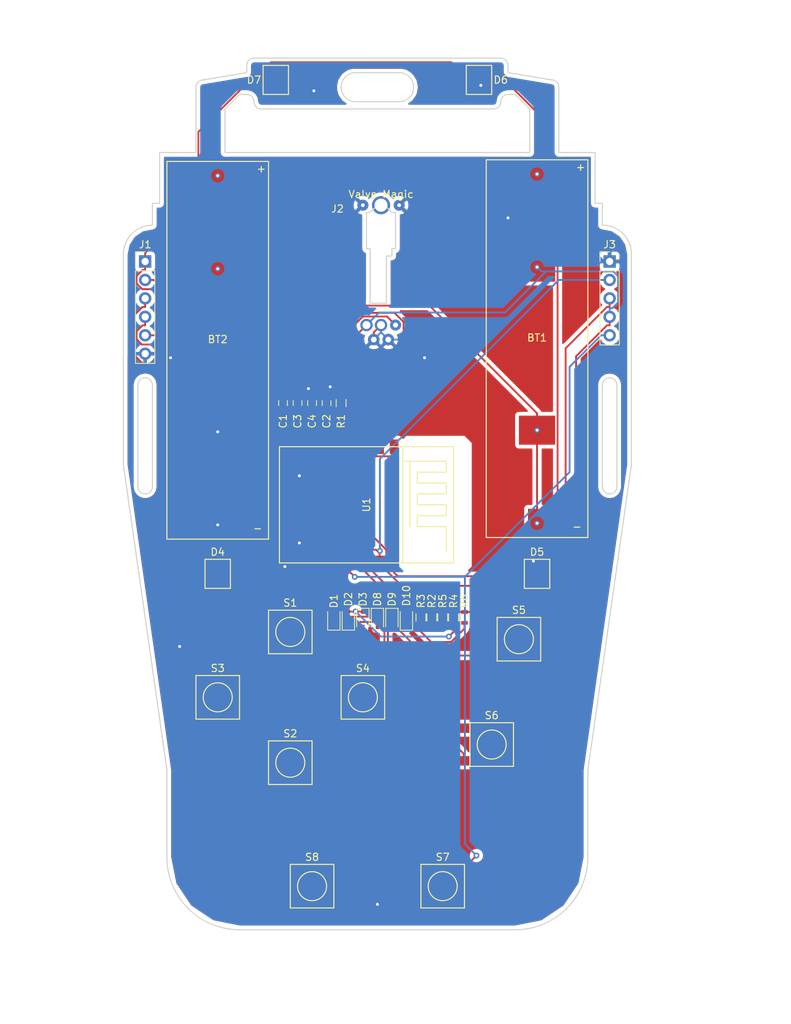
<source format=kicad_pcb>
(kicad_pcb (version 4) (host pcbnew 4.0.6-e0-6349~53~ubuntu16.04.1)

  (general
    (links 88)
    (no_connects 0)
    (area 84 27 193.000001 168.000001)
    (thickness 1.6)
    (drawings 74)
    (tracks 383)
    (zones 0)
    (modules 34)
    (nets 30)
  )

  (page A4)
  (layers
    (0 F.Cu signal)
    (31 B.Cu signal)
    (32 B.Adhes user)
    (33 F.Adhes user)
    (34 B.Paste user)
    (35 F.Paste user)
    (36 B.SilkS user)
    (37 F.SilkS user)
    (38 B.Mask user)
    (39 F.Mask user)
    (40 Dwgs.User user)
    (41 Cmts.User user)
    (42 Eco1.User user)
    (43 Eco2.User user)
    (44 Edge.Cuts user)
    (45 Margin user)
    (46 B.CrtYd user)
    (47 F.CrtYd user)
    (48 B.Fab user)
    (49 F.Fab user)
  )

  (setup
    (last_trace_width 0.25)
    (trace_clearance 0.2)
    (zone_clearance 0.508)
    (zone_45_only yes)
    (trace_min 0.2)
    (segment_width 0.2)
    (edge_width 0.15)
    (via_size 0.8)
    (via_drill 0.4)
    (via_min_size 0.4)
    (via_min_drill 0.3)
    (uvia_size 0.3)
    (uvia_drill 0.1)
    (uvias_allowed no)
    (uvia_min_size 0.2)
    (uvia_min_drill 0.1)
    (pcb_text_width 0.3)
    (pcb_text_size 1.5 1.5)
    (mod_edge_width 0.15)
    (mod_text_size 1 1)
    (mod_text_width 0.15)
    (pad_size 1.524 1.524)
    (pad_drill 0.762)
    (pad_to_mask_clearance 0.2)
    (aux_axis_origin 0 0)
    (visible_elements FFFFE7FF)
    (pcbplotparams
      (layerselection 0x010f8_80000001)
      (usegerberextensions true)
      (excludeedgelayer true)
      (linewidth 0.100000)
      (plotframeref false)
      (viasonmask false)
      (mode 1)
      (useauxorigin false)
      (hpglpennumber 1)
      (hpglpenspeed 20)
      (hpglpendiameter 15)
      (hpglpenoverlay 2)
      (psnegative false)
      (psa4output false)
      (plotreference true)
      (plotvalue true)
      (plotinvisibletext false)
      (padsonsilk false)
      (subtractmaskfromsilk false)
      (outputformat 1)
      (mirror false)
      (drillshape 0)
      (scaleselection 1)
      (outputdirectory Outputs/))
  )

  (net 0 "")
  (net 1 "Net-(BT1-Pad2)")
  (net 2 +3V3)
  (net 3 GND)
  (net 4 "Net-(D1-Pad1)")
  (net 5 "Net-(D1-Pad2)")
  (net 6 "Net-(D3-Pad2)")
  (net 7 RXD)
  (net 8 "Net-(D4-Pad2)")
  (net 9 "Net-(D5-Pad2)")
  (net 10 "Net-(D6-Pad2)")
  (net 11 "Net-(D10-Pad2)")
  (net 12 "Net-(D9-Pad2)")
  (net 13 "Net-(D10-Pad1)")
  (net 14 "Net-(J1-Pad5)")
  (net 15 "Net-(J1-Pad4)")
  (net 16 "Net-(J1-Pad3)")
  (net 17 "Net-(J1-Pad2)")
  (net 18 GPIO0)
  (net 19 TXD)
  (net 20 "Net-(R1-Pad2)")
  (net 21 "Net-(S8-Pad1)")
  (net 22 "Net-(J2-Pad3)")
  (net 23 "Net-(S2-Pad1)")
  (net 24 "Net-(S3-Pad3)")
  (net 25 "Net-(S4-Pad3)")
  (net 26 "Net-(S5-Pad1)")
  (net 27 "Net-(S6-Pad1)")
  (net 28 "Net-(R6-Pad2)")
  (net 29 "Net-(R5-Pad2)")

  (net_class Default "This is the default net class."
    (clearance 0.2)
    (trace_width 0.25)
    (via_dia 0.8)
    (via_drill 0.4)
    (uvia_dia 0.3)
    (uvia_drill 0.1)
    (add_net +3V3)
    (add_net GND)
    (add_net GPIO0)
    (add_net "Net-(BT1-Pad2)")
    (add_net "Net-(D1-Pad1)")
    (add_net "Net-(D1-Pad2)")
    (add_net "Net-(D10-Pad1)")
    (add_net "Net-(D10-Pad2)")
    (add_net "Net-(D3-Pad2)")
    (add_net "Net-(D4-Pad2)")
    (add_net "Net-(D5-Pad2)")
    (add_net "Net-(D6-Pad2)")
    (add_net "Net-(D9-Pad2)")
    (add_net "Net-(J1-Pad2)")
    (add_net "Net-(J1-Pad3)")
    (add_net "Net-(J1-Pad4)")
    (add_net "Net-(J1-Pad5)")
    (add_net "Net-(J2-Pad3)")
    (add_net "Net-(R1-Pad2)")
    (add_net "Net-(R5-Pad2)")
    (add_net "Net-(R6-Pad2)")
    (add_net "Net-(S2-Pad1)")
    (add_net "Net-(S3-Pad3)")
    (add_net "Net-(S4-Pad3)")
    (add_net "Net-(S5-Pad1)")
    (add_net "Net-(S6-Pad1)")
    (add_net "Net-(S8-Pad1)")
    (add_net RXD)
    (add_net TXD)
  )

  (module Resistors_SMD:R_0603 (layer F.Cu) (tedit 59703964) (tstamp 5970CC9B)
    (at 148 112 270)
    (descr "Resistor SMD 0603, reflow soldering, Vishay (see dcrcw.pdf)")
    (tags "resistor 0603")
    (path /59703FEB)
    (attr smd)
    (fp_text reference R6 (at -2.25 0 270) (layer F.SilkS)
      (effects (font (size 1 1) (thickness 0.15)))
    )
    (fp_text value 10k (at 2.75 0 270) (layer F.Fab)
      (effects (font (size 1 1) (thickness 0.15)))
    )
    (fp_text user %R (at 0 0 270) (layer F.Fab)
      (effects (font (size 0.4 0.4) (thickness 0.075)))
    )
    (fp_line (start -0.8 0.4) (end -0.8 -0.4) (layer F.Fab) (width 0.1))
    (fp_line (start 0.8 0.4) (end -0.8 0.4) (layer F.Fab) (width 0.1))
    (fp_line (start 0.8 -0.4) (end 0.8 0.4) (layer F.Fab) (width 0.1))
    (fp_line (start -0.8 -0.4) (end 0.8 -0.4) (layer F.Fab) (width 0.1))
    (fp_line (start 0.5 0.68) (end -0.5 0.68) (layer F.SilkS) (width 0.12))
    (fp_line (start -0.5 -0.68) (end 0.5 -0.68) (layer F.SilkS) (width 0.12))
    (fp_line (start -1.25 -0.7) (end 1.25 -0.7) (layer F.CrtYd) (width 0.05))
    (fp_line (start -1.25 -0.7) (end -1.25 0.7) (layer F.CrtYd) (width 0.05))
    (fp_line (start 1.25 0.7) (end 1.25 -0.7) (layer F.CrtYd) (width 0.05))
    (fp_line (start 1.25 0.7) (end -1.25 0.7) (layer F.CrtYd) (width 0.05))
    (pad 1 smd rect (at -0.75 0 270) (size 0.5 0.9) (layers F.Cu F.Paste F.Mask)
      (net 2 +3V3))
    (pad 2 smd rect (at 0.75 0 270) (size 0.5 0.9) (layers F.Cu F.Paste F.Mask)
      (net 28 "Net-(R6-Pad2)"))
    (model ${KISYS3DMOD}/Resistors_SMD.3dshapes/R_0603.wrl
      (at (xyz 0 0 0))
      (scale (xyz 1 1 1))
      (rotate (xyz 0 0 0))
    )
  )

  (module Resistors_SMD:R_0603 (layer F.Cu) (tedit 59703963) (tstamp 5970CC6A)
    (at 146.5 112 270)
    (descr "Resistor SMD 0603, reflow soldering, Vishay (see dcrcw.pdf)")
    (tags "resistor 0603")
    (path /59703F15)
    (attr smd)
    (fp_text reference R4 (at -2.25 0 270) (layer F.SilkS)
      (effects (font (size 1 1) (thickness 0.15)))
    )
    (fp_text value 10k (at 2.75 0 270) (layer F.Fab)
      (effects (font (size 1 1) (thickness 0.15)))
    )
    (fp_line (start 1.25 0.7) (end -1.25 0.7) (layer F.CrtYd) (width 0.05))
    (fp_line (start 1.25 0.7) (end 1.25 -0.7) (layer F.CrtYd) (width 0.05))
    (fp_line (start -1.25 -0.7) (end -1.25 0.7) (layer F.CrtYd) (width 0.05))
    (fp_line (start -1.25 -0.7) (end 1.25 -0.7) (layer F.CrtYd) (width 0.05))
    (fp_line (start -0.5 -0.68) (end 0.5 -0.68) (layer F.SilkS) (width 0.12))
    (fp_line (start 0.5 0.68) (end -0.5 0.68) (layer F.SilkS) (width 0.12))
    (fp_line (start -0.8 -0.4) (end 0.8 -0.4) (layer F.Fab) (width 0.1))
    (fp_line (start 0.8 -0.4) (end 0.8 0.4) (layer F.Fab) (width 0.1))
    (fp_line (start 0.8 0.4) (end -0.8 0.4) (layer F.Fab) (width 0.1))
    (fp_line (start -0.8 0.4) (end -0.8 -0.4) (layer F.Fab) (width 0.1))
    (fp_text user %R (at 0 0 270) (layer F.Fab)
      (effects (font (size 0.4 0.4) (thickness 0.075)))
    )
    (pad 2 smd rect (at 0.75 0 270) (size 0.5 0.9) (layers F.Cu F.Paste F.Mask)
      (net 5 "Net-(D1-Pad2)"))
    (pad 1 smd rect (at -0.75 0 270) (size 0.5 0.9) (layers F.Cu F.Paste F.Mask)
      (net 2 +3V3))
    (model ${KISYS3DMOD}/Resistors_SMD.3dshapes/R_0603.wrl
      (at (xyz 0 0 0))
      (scale (xyz 1 1 1))
      (rotate (xyz 0 0 0))
    )
  )

  (module Resistors_SMD:R_0603 (layer F.Cu) (tedit 59703958) (tstamp 5970CBD9)
    (at 145 112 270)
    (descr "Resistor SMD 0603, reflow soldering, Vishay (see dcrcw.pdf)")
    (tags "resistor 0603")
    (path /59703F91)
    (attr smd)
    (fp_text reference R5 (at -2.25 0 270) (layer F.SilkS)
      (effects (font (size 1 1) (thickness 0.15)))
    )
    (fp_text value 10k (at 2.75 0 270) (layer F.Fab)
      (effects (font (size 1 1) (thickness 0.15)))
    )
    (fp_line (start 1.25 0.7) (end -1.25 0.7) (layer F.CrtYd) (width 0.05))
    (fp_line (start 1.25 0.7) (end 1.25 -0.7) (layer F.CrtYd) (width 0.05))
    (fp_line (start -1.25 -0.7) (end -1.25 0.7) (layer F.CrtYd) (width 0.05))
    (fp_line (start -1.25 -0.7) (end 1.25 -0.7) (layer F.CrtYd) (width 0.05))
    (fp_line (start -0.5 -0.68) (end 0.5 -0.68) (layer F.SilkS) (width 0.12))
    (fp_line (start 0.5 0.68) (end -0.5 0.68) (layer F.SilkS) (width 0.12))
    (fp_line (start -0.8 -0.4) (end 0.8 -0.4) (layer F.Fab) (width 0.1))
    (fp_line (start 0.8 -0.4) (end 0.8 0.4) (layer F.Fab) (width 0.1))
    (fp_line (start 0.8 0.4) (end -0.8 0.4) (layer F.Fab) (width 0.1))
    (fp_line (start -0.8 0.4) (end -0.8 -0.4) (layer F.Fab) (width 0.1))
    (fp_text user %R (at 0 0 270) (layer F.Fab)
      (effects (font (size 0.4 0.4) (thickness 0.075)))
    )
    (pad 2 smd rect (at 0.75 0 270) (size 0.5 0.9) (layers F.Cu F.Paste F.Mask)
      (net 29 "Net-(R5-Pad2)"))
    (pad 1 smd rect (at -0.75 0 270) (size 0.5 0.9) (layers F.Cu F.Paste F.Mask)
      (net 2 +3V3))
    (model ${KISYS3DMOD}/Resistors_SMD.3dshapes/R_0603.wrl
      (at (xyz 0 0 0))
      (scale (xyz 1 1 1))
      (rotate (xyz 0 0 0))
    )
  )

  (module local:BK-53 (layer F.Cu) (tedit 596FFF32) (tstamp 5970AFA2)
    (at 158 75)
    (path /596F363A)
    (fp_text reference BT1 (at 0 -1.5) (layer F.SilkS)
      (effects (font (size 1 1) (thickness 0.15)))
    )
    (fp_text value Battery_Cell (at 0 1.5) (layer F.Fab)
      (effects (font (size 1 1) (thickness 0.15)))
    )
    (fp_line (start -7 26) (end -7 -26) (layer F.SilkS) (width 0.15))
    (fp_line (start 7 26) (end -7 26) (layer F.SilkS) (width 0.15))
    (fp_line (start 7 -26) (end 7 26) (layer F.SilkS) (width 0.15))
    (fp_line (start -7 -26) (end 7 -26) (layer F.SilkS) (width 0.15))
    (fp_text user + (at 6 -25) (layer F.SilkS)
      (effects (font (size 1 1) (thickness 0.15)))
    )
    (fp_text user - (at 5.5 24.5) (layer F.SilkS)
      (effects (font (size 1 1) (thickness 0.15)))
    )
    (pad 2 smd rect (at 0 24.035) (size 2.5 4) (layers F.Cu F.Paste F.Mask)
      (net 1 "Net-(BT1-Pad2)"))
    (pad 2 smd rect (at 0 11.225) (size 5 4) (layers F.Cu F.Paste F.Mask)
      (net 1 "Net-(BT1-Pad2)"))
    (pad 1 smd rect (at 0 -11.225) (size 5 4) (layers F.Cu F.Paste F.Mask)
      (net 2 +3V3))
    (pad 1 smd rect (at 0 -24.035) (size 2.5 4) (layers F.Cu F.Paste F.Mask)
      (net 2 +3V3))
  )

  (module local:VALVE_CHICKLET_8_1 (layer F.Cu) (tedit 59702F99) (tstamp 5970AE34)
    (at 136.5 64.75)
    (path /596F104F)
    (fp_text reference J2 (at -6 -9) (layer F.SilkS)
      (effects (font (size 1 1) (thickness 0.15)))
    )
    (fp_text value "Valve Magic" (at 0 -11) (layer F.SilkS)
      (effects (font (size 1 1) (thickness 0.15)))
    )
    (fp_line (start -3 -10) (end 3 -10) (layer B.Fab) (width 0.15))
    (fp_line (start 3 -10) (end 3 10) (layer B.Fab) (width 0.15))
    (fp_line (start 3 10) (end -3 10) (layer B.Fab) (width 0.15))
    (fp_line (start -3 10) (end -3 -10) (layer B.Fab) (width 0.15))
    (pad 1 thru_hole circle (at -2 7) (size 1.7 1.7) (drill 1.1) (layers *.Cu *.Mask)
      (net 2 +3V3))
    (pad 2 thru_hole circle (at 0 7) (size 1.7 1.7) (drill 1.1) (layers *.Cu *.Mask)
      (net 3 GND))
    (pad 3 thru_hole circle (at 2 7) (size 1.524 1.524) (drill 0.71) (layers *.Cu *.Mask)
      (net 22 "Net-(J2-Pad3)"))
    (pad 2 thru_hole circle (at 2.5 -9.5) (size 1.524 1.524) (drill 0.52) (layers *.Cu *.Mask)
      (net 3 GND))
    (pad 2 thru_hole circle (at -2.5 -9.5) (size 1.524 1.524) (drill 0.52) (layers *.Cu *.Mask)
      (net 3 GND))
    (pad ~ thru_hole circle (at 0 -9.5) (size 2.5 2.5) (drill 1.8) (layers *.Cu *.Mask))
    (pad 2 thru_hole circle (at -1 9) (size 1.6 1.6) (drill 0.8) (layers *.Cu *.Mask)
      (net 3 GND))
    (pad 2 thru_hole circle (at 1 9) (size 1.6 1.6) (drill 0.8) (layers *.Cu *.Mask)
      (net 3 GND))
  )

  (module local:PTS645 (layer F.Cu) (tedit 597011BC) (tstamp 59710F81)
    (at 155.5 115)
    (path /596EC995)
    (fp_text reference S5 (at 0 -4) (layer F.SilkS)
      (effects (font (size 1 1) (thickness 0.15)))
    )
    (fp_text value A (at 0 4) (layer F.Fab)
      (effects (font (size 1 1) (thickness 0.15)))
    )
    (fp_circle (center 0 0) (end 2 0) (layer F.SilkS) (width 0.15))
    (fp_line (start -3 3) (end -3 -3) (layer F.SilkS) (width 0.15))
    (fp_line (start -3 -3) (end 3 -3) (layer F.SilkS) (width 0.15))
    (fp_line (start 3 -3) (end 3 3) (layer F.SilkS) (width 0.15))
    (fp_line (start 3 3) (end -3 3) (layer F.SilkS) (width 0.15))
    (pad 1 smd rect (at -3.85 -2.25) (size 1.55 1.3) (layers F.Cu F.Paste F.Mask)
      (net 26 "Net-(S5-Pad1)"))
    (pad 1 smd rect (at 3.85 -2.25) (size 1.55 1.3) (layers F.Cu F.Paste F.Mask)
      (net 26 "Net-(S5-Pad1)"))
    (pad 3 smd rect (at 3.85 2.25) (size 1.55 1.3) (layers F.Cu F.Paste F.Mask)
      (net 12 "Net-(D9-Pad2)"))
    (pad 3 smd rect (at -3.85 2.25) (size 1.55 1.3) (layers F.Cu F.Paste F.Mask)
      (net 12 "Net-(D9-Pad2)"))
  )

  (module local:PTS645 (layer F.Cu) (tedit 597011BC) (tstamp 59710F8E)
    (at 151.75 129.5)
    (path /596EC9D7)
    (fp_text reference S6 (at 0 -4) (layer F.SilkS)
      (effects (font (size 1 1) (thickness 0.15)))
    )
    (fp_text value B (at 0 4) (layer F.Fab)
      (effects (font (size 1 1) (thickness 0.15)))
    )
    (fp_circle (center 0 0) (end 2 0) (layer F.SilkS) (width 0.15))
    (fp_line (start -3 3) (end -3 -3) (layer F.SilkS) (width 0.15))
    (fp_line (start -3 -3) (end 3 -3) (layer F.SilkS) (width 0.15))
    (fp_line (start 3 -3) (end 3 3) (layer F.SilkS) (width 0.15))
    (fp_line (start 3 3) (end -3 3) (layer F.SilkS) (width 0.15))
    (pad 1 smd rect (at -3.85 -2.25) (size 1.55 1.3) (layers F.Cu F.Paste F.Mask)
      (net 27 "Net-(S6-Pad1)"))
    (pad 1 smd rect (at 3.85 -2.25) (size 1.55 1.3) (layers F.Cu F.Paste F.Mask)
      (net 27 "Net-(S6-Pad1)"))
    (pad 3 smd rect (at 3.85 2.25) (size 1.55 1.3) (layers F.Cu F.Paste F.Mask)
      (net 13 "Net-(D10-Pad1)"))
    (pad 3 smd rect (at -3.85 2.25) (size 1.55 1.3) (layers F.Cu F.Paste F.Mask)
      (net 13 "Net-(D10-Pad1)"))
  )

  (module local:PTS645 (layer F.Cu) (tedit 597011BC) (tstamp 59710F9B)
    (at 145 149)
    (path /596ECA1D)
    (fp_text reference S7 (at 0 -4) (layer F.SilkS)
      (effects (font (size 1 1) (thickness 0.15)))
    )
    (fp_text value Start/Program (at 0 4) (layer F.Fab)
      (effects (font (size 1 1) (thickness 0.15)))
    )
    (fp_circle (center 0 0) (end 2 0) (layer F.SilkS) (width 0.15))
    (fp_line (start -3 3) (end -3 -3) (layer F.SilkS) (width 0.15))
    (fp_line (start -3 -3) (end 3 -3) (layer F.SilkS) (width 0.15))
    (fp_line (start 3 -3) (end 3 3) (layer F.SilkS) (width 0.15))
    (fp_line (start 3 3) (end -3 3) (layer F.SilkS) (width 0.15))
    (pad 1 smd rect (at -3.85 -2.25) (size 1.55 1.3) (layers F.Cu F.Paste F.Mask)
      (net 18 GPIO0))
    (pad 1 smd rect (at 3.85 -2.25) (size 1.55 1.3) (layers F.Cu F.Paste F.Mask)
      (net 18 GPIO0))
    (pad 3 smd rect (at 3.85 2.25) (size 1.55 1.3) (layers F.Cu F.Paste F.Mask)
      (net 3 GND))
    (pad 3 smd rect (at -3.85 2.25) (size 1.55 1.3) (layers F.Cu F.Paste F.Mask)
      (net 3 GND))
  )

  (module local:PTS645 (layer F.Cu) (tedit 597011BC) (tstamp 59710FA8)
    (at 127 149)
    (path /596ECA67)
    (fp_text reference S8 (at 0 -4) (layer F.SilkS)
      (effects (font (size 1 1) (thickness 0.15)))
    )
    (fp_text value Select (at 0 4) (layer F.Fab)
      (effects (font (size 1 1) (thickness 0.15)))
    )
    (fp_circle (center 0 0) (end 2 0) (layer F.SilkS) (width 0.15))
    (fp_line (start -3 3) (end -3 -3) (layer F.SilkS) (width 0.15))
    (fp_line (start -3 -3) (end 3 -3) (layer F.SilkS) (width 0.15))
    (fp_line (start 3 -3) (end 3 3) (layer F.SilkS) (width 0.15))
    (fp_line (start 3 3) (end -3 3) (layer F.SilkS) (width 0.15))
    (pad 1 smd rect (at -3.85 -2.25) (size 1.55 1.3) (layers F.Cu F.Paste F.Mask)
      (net 21 "Net-(S8-Pad1)"))
    (pad 1 smd rect (at 3.85 -2.25) (size 1.55 1.3) (layers F.Cu F.Paste F.Mask)
      (net 21 "Net-(S8-Pad1)"))
    (pad 3 smd rect (at 3.85 2.25) (size 1.55 1.3) (layers F.Cu F.Paste F.Mask)
      (net 3 GND))
    (pad 3 smd rect (at -3.85 2.25) (size 1.55 1.3) (layers F.Cu F.Paste F.Mask)
      (net 3 GND))
  )

  (module local:PTS645 (layer F.Cu) (tedit 597011BC) (tstamp 59710F74)
    (at 134 123)
    (path /596EC8B5)
    (fp_text reference S4 (at 0 -4) (layer F.SilkS)
      (effects (font (size 1 1) (thickness 0.15)))
    )
    (fp_text value Right (at 0 4) (layer F.Fab)
      (effects (font (size 1 1) (thickness 0.15)))
    )
    (fp_circle (center 0 0) (end 2 0) (layer F.SilkS) (width 0.15))
    (fp_line (start -3 3) (end -3 -3) (layer F.SilkS) (width 0.15))
    (fp_line (start -3 -3) (end 3 -3) (layer F.SilkS) (width 0.15))
    (fp_line (start 3 -3) (end 3 3) (layer F.SilkS) (width 0.15))
    (fp_line (start 3 3) (end -3 3) (layer F.SilkS) (width 0.15))
    (pad 1 smd rect (at -3.85 -2.25) (size 1.55 1.3) (layers F.Cu F.Paste F.Mask)
      (net 11 "Net-(D10-Pad2)"))
    (pad 1 smd rect (at 3.85 -2.25) (size 1.55 1.3) (layers F.Cu F.Paste F.Mask)
      (net 11 "Net-(D10-Pad2)"))
    (pad 3 smd rect (at 3.85 2.25) (size 1.55 1.3) (layers F.Cu F.Paste F.Mask)
      (net 25 "Net-(S4-Pad3)"))
    (pad 3 smd rect (at -3.85 2.25) (size 1.55 1.3) (layers F.Cu F.Paste F.Mask)
      (net 25 "Net-(S4-Pad3)"))
  )

  (module local:PTS645 (layer F.Cu) (tedit 597011BC) (tstamp 59710F5A)
    (at 124 132)
    (path /596EC831)
    (fp_text reference S2 (at 0 -4) (layer F.SilkS)
      (effects (font (size 1 1) (thickness 0.15)))
    )
    (fp_text value Down (at 0 4) (layer F.Fab)
      (effects (font (size 1 1) (thickness 0.15)))
    )
    (fp_circle (center 0 0) (end 2 0) (layer F.SilkS) (width 0.15))
    (fp_line (start -3 3) (end -3 -3) (layer F.SilkS) (width 0.15))
    (fp_line (start -3 -3) (end 3 -3) (layer F.SilkS) (width 0.15))
    (fp_line (start 3 -3) (end 3 3) (layer F.SilkS) (width 0.15))
    (fp_line (start 3 3) (end -3 3) (layer F.SilkS) (width 0.15))
    (pad 1 smd rect (at -3.85 -2.25) (size 1.55 1.3) (layers F.Cu F.Paste F.Mask)
      (net 23 "Net-(S2-Pad1)"))
    (pad 1 smd rect (at 3.85 -2.25) (size 1.55 1.3) (layers F.Cu F.Paste F.Mask)
      (net 23 "Net-(S2-Pad1)"))
    (pad 3 smd rect (at 3.85 2.25) (size 1.55 1.3) (layers F.Cu F.Paste F.Mask)
      (net 6 "Net-(D3-Pad2)"))
    (pad 3 smd rect (at -3.85 2.25) (size 1.55 1.3) (layers F.Cu F.Paste F.Mask)
      (net 6 "Net-(D3-Pad2)"))
  )

  (module local:PTS645 (layer F.Cu) (tedit 597011BC) (tstamp 59710F4D)
    (at 124 114)
    (path /596EC645)
    (fp_text reference S1 (at 0 -4) (layer F.SilkS)
      (effects (font (size 1 1) (thickness 0.15)))
    )
    (fp_text value Up (at 0 4) (layer F.Fab)
      (effects (font (size 1 1) (thickness 0.15)))
    )
    (fp_circle (center 0 0) (end 2 0) (layer F.SilkS) (width 0.15))
    (fp_line (start -3 3) (end -3 -3) (layer F.SilkS) (width 0.15))
    (fp_line (start -3 -3) (end 3 -3) (layer F.SilkS) (width 0.15))
    (fp_line (start 3 -3) (end 3 3) (layer F.SilkS) (width 0.15))
    (fp_line (start 3 3) (end -3 3) (layer F.SilkS) (width 0.15))
    (pad 1 smd rect (at -3.85 -2.25) (size 1.55 1.3) (layers F.Cu F.Paste F.Mask)
      (net 28 "Net-(R6-Pad2)"))
    (pad 1 smd rect (at 3.85 -2.25) (size 1.55 1.3) (layers F.Cu F.Paste F.Mask)
      (net 28 "Net-(R6-Pad2)"))
    (pad 3 smd rect (at 3.85 2.25) (size 1.55 1.3) (layers F.Cu F.Paste F.Mask)
      (net 4 "Net-(D1-Pad1)"))
    (pad 3 smd rect (at -3.85 2.25) (size 1.55 1.3) (layers F.Cu F.Paste F.Mask)
      (net 4 "Net-(D1-Pad1)"))
  )

  (module local:PTS645 (layer F.Cu) (tedit 597011BC) (tstamp 59710F67)
    (at 114 123)
    (path /596EC875)
    (fp_text reference S3 (at 0 -4) (layer F.SilkS)
      (effects (font (size 1 1) (thickness 0.15)))
    )
    (fp_text value Left (at 0 4) (layer F.Fab)
      (effects (font (size 1 1) (thickness 0.15)))
    )
    (fp_circle (center 0 0) (end 2 0) (layer F.SilkS) (width 0.15))
    (fp_line (start -3 3) (end -3 -3) (layer F.SilkS) (width 0.15))
    (fp_line (start -3 -3) (end 3 -3) (layer F.SilkS) (width 0.15))
    (fp_line (start 3 -3) (end 3 3) (layer F.SilkS) (width 0.15))
    (fp_line (start 3 3) (end -3 3) (layer F.SilkS) (width 0.15))
    (pad 1 smd rect (at -3.85 -2.25) (size 1.55 1.3) (layers F.Cu F.Paste F.Mask)
      (net 11 "Net-(D10-Pad2)"))
    (pad 1 smd rect (at 3.85 -2.25) (size 1.55 1.3) (layers F.Cu F.Paste F.Mask)
      (net 11 "Net-(D10-Pad2)"))
    (pad 3 smd rect (at 3.85 2.25) (size 1.55 1.3) (layers F.Cu F.Paste F.Mask)
      (net 24 "Net-(S3-Pad3)"))
    (pad 3 smd rect (at -3.85 2.25) (size 1.55 1.3) (layers F.Cu F.Paste F.Mask)
      (net 24 "Net-(S3-Pad3)"))
  )

  (module local:BK-53 (layer F.Cu) (tedit 596FFF32) (tstamp 59710DB4)
    (at 114 75.225)
    (path /596F3765)
    (fp_text reference BT2 (at 0 -1.5) (layer F.SilkS)
      (effects (font (size 1 1) (thickness 0.15)))
    )
    (fp_text value Battery_Cell (at 0 1.5) (layer F.Fab)
      (effects (font (size 1 1) (thickness 0.15)))
    )
    (fp_text user - (at 5.5 24.5) (layer F.SilkS)
      (effects (font (size 1 1) (thickness 0.15)))
    )
    (fp_text user + (at 6 -25) (layer F.SilkS)
      (effects (font (size 1 1) (thickness 0.15)))
    )
    (fp_line (start -7 -26) (end 7 -26) (layer F.SilkS) (width 0.15))
    (fp_line (start 7 -26) (end 7 26) (layer F.SilkS) (width 0.15))
    (fp_line (start 7 26) (end -7 26) (layer F.SilkS) (width 0.15))
    (fp_line (start -7 26) (end -7 -26) (layer F.SilkS) (width 0.15))
    (pad 1 smd rect (at 0 -24.035) (size 2.5 4) (layers F.Cu F.Paste F.Mask)
      (net 1 "Net-(BT1-Pad2)"))
    (pad 1 smd rect (at 0 -11.225) (size 5 4) (layers F.Cu F.Paste F.Mask)
      (net 1 "Net-(BT1-Pad2)"))
    (pad 2 smd rect (at 0 11.225) (size 5 4) (layers F.Cu F.Paste F.Mask)
      (net 3 GND))
    (pad 2 smd rect (at 0 24.035) (size 2.5 4) (layers F.Cu F.Paste F.Mask)
      (net 3 GND))
  )

  (module Capacitors_SMD:C_0603 (layer F.Cu) (tedit 5970399B) (tstamp 59710DC5)
    (at 123 82.5 90)
    (descr "Capacitor SMD 0603, reflow soldering, AVX (see smccp.pdf)")
    (tags "capacitor 0603")
    (path /596F37E7)
    (attr smd)
    (fp_text reference C1 (at -2.5 0 90) (layer F.SilkS)
      (effects (font (size 1 1) (thickness 0.15)))
    )
    (fp_text value 10u (at 3.25 0 90) (layer F.Fab)
      (effects (font (size 1 1) (thickness 0.15)))
    )
    (fp_text user %R (at -2.5 0 90) (layer F.Fab)
      (effects (font (size 1 1) (thickness 0.15)))
    )
    (fp_line (start -0.8 0.4) (end -0.8 -0.4) (layer F.Fab) (width 0.1))
    (fp_line (start 0.8 0.4) (end -0.8 0.4) (layer F.Fab) (width 0.1))
    (fp_line (start 0.8 -0.4) (end 0.8 0.4) (layer F.Fab) (width 0.1))
    (fp_line (start -0.8 -0.4) (end 0.8 -0.4) (layer F.Fab) (width 0.1))
    (fp_line (start -0.35 -0.6) (end 0.35 -0.6) (layer F.SilkS) (width 0.12))
    (fp_line (start 0.35 0.6) (end -0.35 0.6) (layer F.SilkS) (width 0.12))
    (fp_line (start -1.4 -0.65) (end 1.4 -0.65) (layer F.CrtYd) (width 0.05))
    (fp_line (start -1.4 -0.65) (end -1.4 0.65) (layer F.CrtYd) (width 0.05))
    (fp_line (start 1.4 0.65) (end 1.4 -0.65) (layer F.CrtYd) (width 0.05))
    (fp_line (start 1.4 0.65) (end -1.4 0.65) (layer F.CrtYd) (width 0.05))
    (pad 1 smd rect (at -0.75 0 90) (size 0.8 0.75) (layers F.Cu F.Paste F.Mask)
      (net 2 +3V3))
    (pad 2 smd rect (at 0.75 0 90) (size 0.8 0.75) (layers F.Cu F.Paste F.Mask)
      (net 3 GND))
    (model Capacitors_SMD.3dshapes/C_0603.wrl
      (at (xyz 0 0 0))
      (scale (xyz 1 1 1))
      (rotate (xyz 0 0 0))
    )
  )

  (module Capacitors_SMD:C_0603 (layer F.Cu) (tedit 59700F4D) (tstamp 59710DD6)
    (at 129 82.5 90)
    (descr "Capacitor SMD 0603, reflow soldering, AVX (see smccp.pdf)")
    (tags "capacitor 0603")
    (path /596F4C9A)
    (attr smd)
    (fp_text reference C2 (at -2.5 0 90) (layer F.SilkS)
      (effects (font (size 1 1) (thickness 0.15)))
    )
    (fp_text value 10u (at 3 0 90) (layer F.Fab)
      (effects (font (size 1 1) (thickness 0.15)))
    )
    (fp_line (start 1.4 0.65) (end -1.4 0.65) (layer F.CrtYd) (width 0.05))
    (fp_line (start 1.4 0.65) (end 1.4 -0.65) (layer F.CrtYd) (width 0.05))
    (fp_line (start -1.4 -0.65) (end -1.4 0.65) (layer F.CrtYd) (width 0.05))
    (fp_line (start -1.4 -0.65) (end 1.4 -0.65) (layer F.CrtYd) (width 0.05))
    (fp_line (start 0.35 0.6) (end -0.35 0.6) (layer F.SilkS) (width 0.12))
    (fp_line (start -0.35 -0.6) (end 0.35 -0.6) (layer F.SilkS) (width 0.12))
    (fp_line (start -0.8 -0.4) (end 0.8 -0.4) (layer F.Fab) (width 0.1))
    (fp_line (start 0.8 -0.4) (end 0.8 0.4) (layer F.Fab) (width 0.1))
    (fp_line (start 0.8 0.4) (end -0.8 0.4) (layer F.Fab) (width 0.1))
    (fp_line (start -0.8 0.4) (end -0.8 -0.4) (layer F.Fab) (width 0.1))
    (fp_text user %R (at -2.5 0 90) (layer F.Fab)
      (effects (font (size 1 1) (thickness 0.15)))
    )
    (pad 2 smd rect (at 0.75 0 90) (size 0.8 0.75) (layers F.Cu F.Paste F.Mask)
      (net 3 GND))
    (pad 1 smd rect (at -0.75 0 90) (size 0.8 0.75) (layers F.Cu F.Paste F.Mask)
      (net 2 +3V3))
    (model Capacitors_SMD.3dshapes/C_0603.wrl
      (at (xyz 0 0 0))
      (scale (xyz 1 1 1))
      (rotate (xyz 0 0 0))
    )
  )

  (module Capacitors_SMD:C_0603 (layer F.Cu) (tedit 597039A0) (tstamp 59710DE7)
    (at 125 82.5 90)
    (descr "Capacitor SMD 0603, reflow soldering, AVX (see smccp.pdf)")
    (tags "capacitor 0603")
    (path /596F4D54)
    (attr smd)
    (fp_text reference C3 (at -2.5 0 90) (layer F.SilkS)
      (effects (font (size 1 1) (thickness 0.15)))
    )
    (fp_text value 0.1u (at 3.25 0 90) (layer F.Fab)
      (effects (font (size 1 1) (thickness 0.15)))
    )
    (fp_text user %R (at -2.5 0 90) (layer F.Fab)
      (effects (font (size 1 1) (thickness 0.15)))
    )
    (fp_line (start -0.8 0.4) (end -0.8 -0.4) (layer F.Fab) (width 0.1))
    (fp_line (start 0.8 0.4) (end -0.8 0.4) (layer F.Fab) (width 0.1))
    (fp_line (start 0.8 -0.4) (end 0.8 0.4) (layer F.Fab) (width 0.1))
    (fp_line (start -0.8 -0.4) (end 0.8 -0.4) (layer F.Fab) (width 0.1))
    (fp_line (start -0.35 -0.6) (end 0.35 -0.6) (layer F.SilkS) (width 0.12))
    (fp_line (start 0.35 0.6) (end -0.35 0.6) (layer F.SilkS) (width 0.12))
    (fp_line (start -1.4 -0.65) (end 1.4 -0.65) (layer F.CrtYd) (width 0.05))
    (fp_line (start -1.4 -0.65) (end -1.4 0.65) (layer F.CrtYd) (width 0.05))
    (fp_line (start 1.4 0.65) (end 1.4 -0.65) (layer F.CrtYd) (width 0.05))
    (fp_line (start 1.4 0.65) (end -1.4 0.65) (layer F.CrtYd) (width 0.05))
    (pad 1 smd rect (at -0.75 0 90) (size 0.8 0.75) (layers F.Cu F.Paste F.Mask)
      (net 2 +3V3))
    (pad 2 smd rect (at 0.75 0 90) (size 0.8 0.75) (layers F.Cu F.Paste F.Mask)
      (net 3 GND))
    (model Capacitors_SMD.3dshapes/C_0603.wrl
      (at (xyz 0 0 0))
      (scale (xyz 1 1 1))
      (rotate (xyz 0 0 0))
    )
  )

  (module Capacitors_SMD:C_0603 (layer F.Cu) (tedit 59700F4F) (tstamp 59710DF8)
    (at 127 82.5 90)
    (descr "Capacitor SMD 0603, reflow soldering, AVX (see smccp.pdf)")
    (tags "capacitor 0603")
    (path /596F4D66)
    (attr smd)
    (fp_text reference C4 (at -2.5 0 90) (layer F.SilkS)
      (effects (font (size 1 1) (thickness 0.15)))
    )
    (fp_text value 0.1u (at 3 0 90) (layer F.Fab)
      (effects (font (size 1 1) (thickness 0.15)))
    )
    (fp_line (start 1.4 0.65) (end -1.4 0.65) (layer F.CrtYd) (width 0.05))
    (fp_line (start 1.4 0.65) (end 1.4 -0.65) (layer F.CrtYd) (width 0.05))
    (fp_line (start -1.4 -0.65) (end -1.4 0.65) (layer F.CrtYd) (width 0.05))
    (fp_line (start -1.4 -0.65) (end 1.4 -0.65) (layer F.CrtYd) (width 0.05))
    (fp_line (start 0.35 0.6) (end -0.35 0.6) (layer F.SilkS) (width 0.12))
    (fp_line (start -0.35 -0.6) (end 0.35 -0.6) (layer F.SilkS) (width 0.12))
    (fp_line (start -0.8 -0.4) (end 0.8 -0.4) (layer F.Fab) (width 0.1))
    (fp_line (start 0.8 -0.4) (end 0.8 0.4) (layer F.Fab) (width 0.1))
    (fp_line (start 0.8 0.4) (end -0.8 0.4) (layer F.Fab) (width 0.1))
    (fp_line (start -0.8 0.4) (end -0.8 -0.4) (layer F.Fab) (width 0.1))
    (fp_text user %R (at -2.5 0 90) (layer F.Fab)
      (effects (font (size 1 1) (thickness 0.15)))
    )
    (pad 2 smd rect (at 0.75 0 90) (size 0.8 0.75) (layers F.Cu F.Paste F.Mask)
      (net 3 GND))
    (pad 1 smd rect (at -0.75 0 90) (size 0.8 0.75) (layers F.Cu F.Paste F.Mask)
      (net 2 +3V3))
    (model Capacitors_SMD.3dshapes/C_0603.wrl
      (at (xyz 0 0 0))
      (scale (xyz 1 1 1))
      (rotate (xyz 0 0 0))
    )
  )

  (module Diodes_SMD:D_SOD-323 (layer F.Cu) (tedit 59703987) (tstamp 59710E10)
    (at 130 112.25 90)
    (descr SOD-323)
    (tags SOD-323)
    (path /596FFDB1)
    (attr smd)
    (fp_text reference D1 (at 2.5 0 90) (layer F.SilkS)
      (effects (font (size 1 1) (thickness 0.15)))
    )
    (fp_text value D (at -3.25 0 90) (layer F.Fab)
      (effects (font (size 1 1) (thickness 0.15)))
    )
    (fp_text user %R (at -2.75 0 90) (layer F.Fab)
      (effects (font (size 1 1) (thickness 0.15)))
    )
    (fp_line (start -1.5 -0.85) (end -1.5 0.85) (layer F.SilkS) (width 0.12))
    (fp_line (start 0.2 0) (end 0.45 0) (layer F.Fab) (width 0.1))
    (fp_line (start 0.2 0.35) (end -0.3 0) (layer F.Fab) (width 0.1))
    (fp_line (start 0.2 -0.35) (end 0.2 0.35) (layer F.Fab) (width 0.1))
    (fp_line (start -0.3 0) (end 0.2 -0.35) (layer F.Fab) (width 0.1))
    (fp_line (start -0.3 0) (end -0.5 0) (layer F.Fab) (width 0.1))
    (fp_line (start -0.3 -0.35) (end -0.3 0.35) (layer F.Fab) (width 0.1))
    (fp_line (start -0.9 0.7) (end -0.9 -0.7) (layer F.Fab) (width 0.1))
    (fp_line (start 0.9 0.7) (end -0.9 0.7) (layer F.Fab) (width 0.1))
    (fp_line (start 0.9 -0.7) (end 0.9 0.7) (layer F.Fab) (width 0.1))
    (fp_line (start -0.9 -0.7) (end 0.9 -0.7) (layer F.Fab) (width 0.1))
    (fp_line (start -1.6 -0.95) (end 1.6 -0.95) (layer F.CrtYd) (width 0.05))
    (fp_line (start 1.6 -0.95) (end 1.6 0.95) (layer F.CrtYd) (width 0.05))
    (fp_line (start -1.6 0.95) (end 1.6 0.95) (layer F.CrtYd) (width 0.05))
    (fp_line (start -1.6 -0.95) (end -1.6 0.95) (layer F.CrtYd) (width 0.05))
    (fp_line (start -1.5 0.85) (end 1.05 0.85) (layer F.SilkS) (width 0.12))
    (fp_line (start -1.5 -0.85) (end 1.05 -0.85) (layer F.SilkS) (width 0.12))
    (pad 1 smd rect (at -1.05 0 90) (size 0.6 0.45) (layers F.Cu F.Paste F.Mask)
      (net 4 "Net-(D1-Pad1)"))
    (pad 2 smd rect (at 1.05 0 90) (size 0.6 0.45) (layers F.Cu F.Paste F.Mask)
      (net 5 "Net-(D1-Pad2)"))
    (model ${KISYS3DMOD}/Diodes_SMD.3dshapes/D_SOD-323.wrl
      (at (xyz 0 0 0))
      (scale (xyz 1 1 1))
      (rotate (xyz 0 0 0))
    )
  )

  (module Diodes_SMD:D_SOD-323 (layer F.Cu) (tedit 59703986) (tstamp 59710E28)
    (at 132 112.25 90)
    (descr SOD-323)
    (tags SOD-323)
    (path /596FFF10)
    (attr smd)
    (fp_text reference D2 (at 2.75 0 90) (layer F.SilkS)
      (effects (font (size 1 1) (thickness 0.15)))
    )
    (fp_text value D (at -3.25 0 90) (layer F.Fab)
      (effects (font (size 1 1) (thickness 0.15)))
    )
    (fp_text user %R (at -2.75 0 90) (layer F.Fab)
      (effects (font (size 1 1) (thickness 0.15)))
    )
    (fp_line (start -1.5 -0.85) (end -1.5 0.85) (layer F.SilkS) (width 0.12))
    (fp_line (start 0.2 0) (end 0.45 0) (layer F.Fab) (width 0.1))
    (fp_line (start 0.2 0.35) (end -0.3 0) (layer F.Fab) (width 0.1))
    (fp_line (start 0.2 -0.35) (end 0.2 0.35) (layer F.Fab) (width 0.1))
    (fp_line (start -0.3 0) (end 0.2 -0.35) (layer F.Fab) (width 0.1))
    (fp_line (start -0.3 0) (end -0.5 0) (layer F.Fab) (width 0.1))
    (fp_line (start -0.3 -0.35) (end -0.3 0.35) (layer F.Fab) (width 0.1))
    (fp_line (start -0.9 0.7) (end -0.9 -0.7) (layer F.Fab) (width 0.1))
    (fp_line (start 0.9 0.7) (end -0.9 0.7) (layer F.Fab) (width 0.1))
    (fp_line (start 0.9 -0.7) (end 0.9 0.7) (layer F.Fab) (width 0.1))
    (fp_line (start -0.9 -0.7) (end 0.9 -0.7) (layer F.Fab) (width 0.1))
    (fp_line (start -1.6 -0.95) (end 1.6 -0.95) (layer F.CrtYd) (width 0.05))
    (fp_line (start 1.6 -0.95) (end 1.6 0.95) (layer F.CrtYd) (width 0.05))
    (fp_line (start -1.6 0.95) (end 1.6 0.95) (layer F.CrtYd) (width 0.05))
    (fp_line (start -1.6 -0.95) (end -1.6 0.95) (layer F.CrtYd) (width 0.05))
    (fp_line (start -1.5 0.85) (end 1.05 0.85) (layer F.SilkS) (width 0.12))
    (fp_line (start -1.5 -0.85) (end 1.05 -0.85) (layer F.SilkS) (width 0.12))
    (pad 1 smd rect (at -1.05 0 90) (size 0.6 0.45) (layers F.Cu F.Paste F.Mask))
    (pad 2 smd rect (at 1.05 0 90) (size 0.6 0.45) (layers F.Cu F.Paste F.Mask)
      (net 5 "Net-(D1-Pad2)"))
    (model ${KISYS3DMOD}/Diodes_SMD.3dshapes/D_SOD-323.wrl
      (at (xyz 0 0 0))
      (scale (xyz 1 1 1))
      (rotate (xyz 0 0 0))
    )
  )

  (module Diodes_SMD:D_SOD-323 (layer F.Cu) (tedit 597030B2) (tstamp 59710E40)
    (at 134 112.25 270)
    (descr SOD-323)
    (tags SOD-323)
    (path /596FFE7E)
    (attr smd)
    (fp_text reference D3 (at -2.75 0 270) (layer F.SilkS)
      (effects (font (size 1 1) (thickness 0.15)))
    )
    (fp_text value D (at 3.25 0 270) (layer F.Fab)
      (effects (font (size 1 1) (thickness 0.15)))
    )
    (fp_line (start -1.5 -0.85) (end 1.05 -0.85) (layer F.SilkS) (width 0.12))
    (fp_line (start -1.5 0.85) (end 1.05 0.85) (layer F.SilkS) (width 0.12))
    (fp_line (start -1.6 -0.95) (end -1.6 0.95) (layer F.CrtYd) (width 0.05))
    (fp_line (start -1.6 0.95) (end 1.6 0.95) (layer F.CrtYd) (width 0.05))
    (fp_line (start 1.6 -0.95) (end 1.6 0.95) (layer F.CrtYd) (width 0.05))
    (fp_line (start -1.6 -0.95) (end 1.6 -0.95) (layer F.CrtYd) (width 0.05))
    (fp_line (start -0.9 -0.7) (end 0.9 -0.7) (layer F.Fab) (width 0.1))
    (fp_line (start 0.9 -0.7) (end 0.9 0.7) (layer F.Fab) (width 0.1))
    (fp_line (start 0.9 0.7) (end -0.9 0.7) (layer F.Fab) (width 0.1))
    (fp_line (start -0.9 0.7) (end -0.9 -0.7) (layer F.Fab) (width 0.1))
    (fp_line (start -0.3 -0.35) (end -0.3 0.35) (layer F.Fab) (width 0.1))
    (fp_line (start -0.3 0) (end -0.5 0) (layer F.Fab) (width 0.1))
    (fp_line (start -0.3 0) (end 0.2 -0.35) (layer F.Fab) (width 0.1))
    (fp_line (start 0.2 -0.35) (end 0.2 0.35) (layer F.Fab) (width 0.1))
    (fp_line (start 0.2 0.35) (end -0.3 0) (layer F.Fab) (width 0.1))
    (fp_line (start 0.2 0) (end 0.45 0) (layer F.Fab) (width 0.1))
    (fp_line (start -1.5 -0.85) (end -1.5 0.85) (layer F.SilkS) (width 0.12))
    (fp_text user %R (at 2.75 0 270) (layer F.Fab)
      (effects (font (size 1 1) (thickness 0.15)))
    )
    (pad 2 smd rect (at 1.05 0 270) (size 0.6 0.45) (layers F.Cu F.Paste F.Mask)
      (net 6 "Net-(D3-Pad2)"))
    (pad 1 smd rect (at -1.05 0 270) (size 0.6 0.45) (layers F.Cu F.Paste F.Mask)
      (net 5 "Net-(D1-Pad2)"))
    (model ${KISYS3DMOD}/Diodes_SMD.3dshapes/D_SOD-323.wrl
      (at (xyz 0 0 0))
      (scale (xyz 1 1 1))
      (rotate (xyz 0 0 0))
    )
  )

  (module local:WS2812B (layer F.Cu) (tedit 5970144F) (tstamp 59710E4C)
    (at 114 106 180)
    (path /596F21C8)
    (fp_text reference D4 (at 0 3 180) (layer F.SilkS)
      (effects (font (size 1 1) (thickness 0.15)))
    )
    (fp_text value WS2812B (at 0 -3 180) (layer F.Fab)
      (effects (font (size 1 1) (thickness 0.15)))
    )
    (fp_line (start -1.75 -2) (end 1.75 -2) (layer F.SilkS) (width 0.15))
    (fp_line (start 1.75 -2) (end 1.75 2) (layer F.SilkS) (width 0.15))
    (fp_line (start 1.75 2) (end -1.75 2) (layer F.SilkS) (width 0.15))
    (fp_line (start -1.75 2) (end -1.75 -2) (layer F.SilkS) (width 0.15))
    (pad 1 smd rect (at -2.25 -1.65 180) (size 0.9 0.9) (layers F.Cu F.Paste F.Mask)
      (net 2 +3V3))
    (pad 4 smd rect (at 2.25 -1.65 180) (size 0.9 0.9) (layers F.Cu F.Paste F.Mask)
      (net 7 RXD))
    (pad 2 smd rect (at -2.25 1.65 180) (size 0.9 0.9) (layers F.Cu F.Paste F.Mask)
      (net 8 "Net-(D4-Pad2)"))
    (pad 3 smd rect (at 2.25 1.65 180) (size 0.9 0.9) (layers F.Cu F.Paste F.Mask)
      (net 3 GND))
  )

  (module local:WS2812B (layer F.Cu) (tedit 59701455) (tstamp 59710E58)
    (at 158 106 180)
    (path /596F2238)
    (fp_text reference D5 (at 0 3 180) (layer F.SilkS)
      (effects (font (size 1 1) (thickness 0.15)))
    )
    (fp_text value WS2812B (at 0 -3 180) (layer F.Fab)
      (effects (font (size 1 1) (thickness 0.15)))
    )
    (fp_line (start -1.75 2) (end -1.75 -2) (layer F.SilkS) (width 0.15))
    (fp_line (start 1.75 2) (end -1.75 2) (layer F.SilkS) (width 0.15))
    (fp_line (start 1.75 -2) (end 1.75 2) (layer F.SilkS) (width 0.15))
    (fp_line (start -1.75 -2) (end 1.75 -2) (layer F.SilkS) (width 0.15))
    (pad 3 smd rect (at 2.25 1.65 180) (size 0.9 0.9) (layers F.Cu F.Paste F.Mask)
      (net 3 GND))
    (pad 2 smd rect (at -2.25 1.65 180) (size 0.9 0.9) (layers F.Cu F.Paste F.Mask)
      (net 9 "Net-(D5-Pad2)"))
    (pad 4 smd rect (at 2.25 -1.65 180) (size 0.9 0.9) (layers F.Cu F.Paste F.Mask)
      (net 8 "Net-(D4-Pad2)"))
    (pad 1 smd rect (at -2.25 -1.65 180) (size 0.9 0.9) (layers F.Cu F.Paste F.Mask)
      (net 2 +3V3))
  )

  (module local:WS2812B (layer F.Cu) (tedit 59701426) (tstamp 59710E64)
    (at 150 38)
    (path /596F2371)
    (fp_text reference D6 (at 3 0) (layer F.SilkS)
      (effects (font (size 1 1) (thickness 0.15)))
    )
    (fp_text value WS2812B (at -1 3) (layer F.Fab)
      (effects (font (size 1 1) (thickness 0.15)))
    )
    (fp_line (start -1.75 -2) (end 1.75 -2) (layer F.SilkS) (width 0.15))
    (fp_line (start 1.75 -2) (end 1.75 2) (layer F.SilkS) (width 0.15))
    (fp_line (start 1.75 2) (end -1.75 2) (layer F.SilkS) (width 0.15))
    (fp_line (start -1.75 2) (end -1.75 -2) (layer F.SilkS) (width 0.15))
    (pad 1 smd rect (at -2.25 -1.65) (size 0.9 0.9) (layers F.Cu F.Paste F.Mask)
      (net 2 +3V3))
    (pad 4 smd rect (at 2.25 -1.65) (size 0.9 0.9) (layers F.Cu F.Paste F.Mask)
      (net 9 "Net-(D5-Pad2)"))
    (pad 2 smd rect (at -2.25 1.65) (size 0.9 0.9) (layers F.Cu F.Paste F.Mask)
      (net 10 "Net-(D6-Pad2)"))
    (pad 3 smd rect (at 2.25 1.65) (size 0.9 0.9) (layers F.Cu F.Paste F.Mask)
      (net 3 GND))
  )

  (module local:WS2812B (layer F.Cu) (tedit 59701424) (tstamp 59710E70)
    (at 122 38)
    (path /596F23C7)
    (fp_text reference D7 (at -3 0) (layer F.SilkS)
      (effects (font (size 1 1) (thickness 0.15)))
    )
    (fp_text value WS2812B (at 1 3) (layer F.Fab)
      (effects (font (size 1 1) (thickness 0.15)))
    )
    (fp_line (start -1.75 2) (end -1.75 -2) (layer F.SilkS) (width 0.15))
    (fp_line (start 1.75 2) (end -1.75 2) (layer F.SilkS) (width 0.15))
    (fp_line (start 1.75 -2) (end 1.75 2) (layer F.SilkS) (width 0.15))
    (fp_line (start -1.75 -2) (end 1.75 -2) (layer F.SilkS) (width 0.15))
    (pad 3 smd rect (at 2.25 1.65) (size 0.9 0.9) (layers F.Cu F.Paste F.Mask)
      (net 3 GND))
    (pad 2 smd rect (at -2.25 1.65) (size 0.9 0.9) (layers F.Cu F.Paste F.Mask))
    (pad 4 smd rect (at 2.25 -1.65) (size 0.9 0.9) (layers F.Cu F.Paste F.Mask)
      (net 10 "Net-(D6-Pad2)"))
    (pad 1 smd rect (at -2.25 -1.65) (size 0.9 0.9) (layers F.Cu F.Paste F.Mask)
      (net 2 +3V3))
  )

  (module Diodes_SMD:D_SOD-323 (layer F.Cu) (tedit 597030B3) (tstamp 59710E88)
    (at 136 112.25 270)
    (descr SOD-323)
    (tags SOD-323)
    (path /596FFF78)
    (attr smd)
    (fp_text reference D8 (at -2.75 0 270) (layer F.SilkS)
      (effects (font (size 1 1) (thickness 0.15)))
    )
    (fp_text value D (at 3.25 0 270) (layer F.Fab)
      (effects (font (size 1 1) (thickness 0.15)))
    )
    (fp_line (start -1.5 -0.85) (end 1.05 -0.85) (layer F.SilkS) (width 0.12))
    (fp_line (start -1.5 0.85) (end 1.05 0.85) (layer F.SilkS) (width 0.12))
    (fp_line (start -1.6 -0.95) (end -1.6 0.95) (layer F.CrtYd) (width 0.05))
    (fp_line (start -1.6 0.95) (end 1.6 0.95) (layer F.CrtYd) (width 0.05))
    (fp_line (start 1.6 -0.95) (end 1.6 0.95) (layer F.CrtYd) (width 0.05))
    (fp_line (start -1.6 -0.95) (end 1.6 -0.95) (layer F.CrtYd) (width 0.05))
    (fp_line (start -0.9 -0.7) (end 0.9 -0.7) (layer F.Fab) (width 0.1))
    (fp_line (start 0.9 -0.7) (end 0.9 0.7) (layer F.Fab) (width 0.1))
    (fp_line (start 0.9 0.7) (end -0.9 0.7) (layer F.Fab) (width 0.1))
    (fp_line (start -0.9 0.7) (end -0.9 -0.7) (layer F.Fab) (width 0.1))
    (fp_line (start -0.3 -0.35) (end -0.3 0.35) (layer F.Fab) (width 0.1))
    (fp_line (start -0.3 0) (end -0.5 0) (layer F.Fab) (width 0.1))
    (fp_line (start -0.3 0) (end 0.2 -0.35) (layer F.Fab) (width 0.1))
    (fp_line (start 0.2 -0.35) (end 0.2 0.35) (layer F.Fab) (width 0.1))
    (fp_line (start 0.2 0.35) (end -0.3 0) (layer F.Fab) (width 0.1))
    (fp_line (start 0.2 0) (end 0.45 0) (layer F.Fab) (width 0.1))
    (fp_line (start -1.5 -0.85) (end -1.5 0.85) (layer F.SilkS) (width 0.12))
    (fp_text user %R (at 2.75 0 270) (layer F.Fab)
      (effects (font (size 1 1) (thickness 0.15)))
    )
    (pad 2 smd rect (at 1.05 0 270) (size 0.6 0.45) (layers F.Cu F.Paste F.Mask))
    (pad 1 smd rect (at -1.05 0 270) (size 0.6 0.45) (layers F.Cu F.Paste F.Mask)
      (net 5 "Net-(D1-Pad2)"))
    (model ${KISYS3DMOD}/Diodes_SMD.3dshapes/D_SOD-323.wrl
      (at (xyz 0 0 0))
      (scale (xyz 1 1 1))
      (rotate (xyz 0 0 0))
    )
  )

  (module Diodes_SMD:D_SOD-323 (layer F.Cu) (tedit 597030B5) (tstamp 59710EA0)
    (at 138 112.25 270)
    (descr SOD-323)
    (tags SOD-323)
    (path /5970000E)
    (attr smd)
    (fp_text reference D9 (at -2.75 0 270) (layer F.SilkS)
      (effects (font (size 1 1) (thickness 0.15)))
    )
    (fp_text value D (at 3.25 0 270) (layer F.Fab)
      (effects (font (size 1 1) (thickness 0.15)))
    )
    (fp_text user %R (at 2.75 0 270) (layer F.Fab)
      (effects (font (size 1 1) (thickness 0.15)))
    )
    (fp_line (start -1.5 -0.85) (end -1.5 0.85) (layer F.SilkS) (width 0.12))
    (fp_line (start 0.2 0) (end 0.45 0) (layer F.Fab) (width 0.1))
    (fp_line (start 0.2 0.35) (end -0.3 0) (layer F.Fab) (width 0.1))
    (fp_line (start 0.2 -0.35) (end 0.2 0.35) (layer F.Fab) (width 0.1))
    (fp_line (start -0.3 0) (end 0.2 -0.35) (layer F.Fab) (width 0.1))
    (fp_line (start -0.3 0) (end -0.5 0) (layer F.Fab) (width 0.1))
    (fp_line (start -0.3 -0.35) (end -0.3 0.35) (layer F.Fab) (width 0.1))
    (fp_line (start -0.9 0.7) (end -0.9 -0.7) (layer F.Fab) (width 0.1))
    (fp_line (start 0.9 0.7) (end -0.9 0.7) (layer F.Fab) (width 0.1))
    (fp_line (start 0.9 -0.7) (end 0.9 0.7) (layer F.Fab) (width 0.1))
    (fp_line (start -0.9 -0.7) (end 0.9 -0.7) (layer F.Fab) (width 0.1))
    (fp_line (start -1.6 -0.95) (end 1.6 -0.95) (layer F.CrtYd) (width 0.05))
    (fp_line (start 1.6 -0.95) (end 1.6 0.95) (layer F.CrtYd) (width 0.05))
    (fp_line (start -1.6 0.95) (end 1.6 0.95) (layer F.CrtYd) (width 0.05))
    (fp_line (start -1.6 -0.95) (end -1.6 0.95) (layer F.CrtYd) (width 0.05))
    (fp_line (start -1.5 0.85) (end 1.05 0.85) (layer F.SilkS) (width 0.12))
    (fp_line (start -1.5 -0.85) (end 1.05 -0.85) (layer F.SilkS) (width 0.12))
    (pad 1 smd rect (at -1.05 0 270) (size 0.6 0.45) (layers F.Cu F.Paste F.Mask)
      (net 11 "Net-(D10-Pad2)"))
    (pad 2 smd rect (at 1.05 0 270) (size 0.6 0.45) (layers F.Cu F.Paste F.Mask)
      (net 12 "Net-(D9-Pad2)"))
    (model ${KISYS3DMOD}/Diodes_SMD.3dshapes/D_SOD-323.wrl
      (at (xyz 0 0 0))
      (scale (xyz 1 1 1))
      (rotate (xyz 0 0 0))
    )
  )

  (module Diodes_SMD:D_SOD-323 (layer F.Cu) (tedit 59703971) (tstamp 59710EB8)
    (at 140 112.25 90)
    (descr SOD-323)
    (tags SOD-323)
    (path /5970007E)
    (attr smd)
    (fp_text reference D10 (at 3.25 0 90) (layer F.SilkS)
      (effects (font (size 1 1) (thickness 0.15)))
    )
    (fp_text value D (at -4.25 0 90) (layer F.Fab)
      (effects (font (size 1 1) (thickness 0.15)))
    )
    (fp_line (start -1.5 -0.85) (end 1.05 -0.85) (layer F.SilkS) (width 0.12))
    (fp_line (start -1.5 0.85) (end 1.05 0.85) (layer F.SilkS) (width 0.12))
    (fp_line (start -1.6 -0.95) (end -1.6 0.95) (layer F.CrtYd) (width 0.05))
    (fp_line (start -1.6 0.95) (end 1.6 0.95) (layer F.CrtYd) (width 0.05))
    (fp_line (start 1.6 -0.95) (end 1.6 0.95) (layer F.CrtYd) (width 0.05))
    (fp_line (start -1.6 -0.95) (end 1.6 -0.95) (layer F.CrtYd) (width 0.05))
    (fp_line (start -0.9 -0.7) (end 0.9 -0.7) (layer F.Fab) (width 0.1))
    (fp_line (start 0.9 -0.7) (end 0.9 0.7) (layer F.Fab) (width 0.1))
    (fp_line (start 0.9 0.7) (end -0.9 0.7) (layer F.Fab) (width 0.1))
    (fp_line (start -0.9 0.7) (end -0.9 -0.7) (layer F.Fab) (width 0.1))
    (fp_line (start -0.3 -0.35) (end -0.3 0.35) (layer F.Fab) (width 0.1))
    (fp_line (start -0.3 0) (end -0.5 0) (layer F.Fab) (width 0.1))
    (fp_line (start -0.3 0) (end 0.2 -0.35) (layer F.Fab) (width 0.1))
    (fp_line (start 0.2 -0.35) (end 0.2 0.35) (layer F.Fab) (width 0.1))
    (fp_line (start 0.2 0.35) (end -0.3 0) (layer F.Fab) (width 0.1))
    (fp_line (start 0.2 0) (end 0.45 0) (layer F.Fab) (width 0.1))
    (fp_line (start -1.5 -0.85) (end -1.5 0.85) (layer F.SilkS) (width 0.12))
    (fp_text user %R (at -3.25 0 90) (layer F.Fab)
      (effects (font (size 1 1) (thickness 0.15)))
    )
    (pad 2 smd rect (at 1.05 0 90) (size 0.6 0.45) (layers F.Cu F.Paste F.Mask)
      (net 11 "Net-(D10-Pad2)"))
    (pad 1 smd rect (at -1.05 0 90) (size 0.6 0.45) (layers F.Cu F.Paste F.Mask)
      (net 13 "Net-(D10-Pad1)"))
    (model ${KISYS3DMOD}/Diodes_SMD.3dshapes/D_SOD-323.wrl
      (at (xyz 0 0 0))
      (scale (xyz 1 1 1))
      (rotate (xyz 0 0 0))
    )
  )

  (module Pin_Headers:Pin_Header_Straight_1x06_Pitch2.54mm (layer F.Cu) (tedit 5970135A) (tstamp 59710ED2)
    (at 104 63)
    (descr "Through hole straight pin header, 1x06, 2.54mm pitch, single row")
    (tags "Through hole pin header THT 1x06 2.54mm single row")
    (path /596F5B39)
    (fp_text reference J1 (at 0 -2.33) (layer F.SilkS)
      (effects (font (size 1 1) (thickness 0.15)))
    )
    (fp_text value "LCD Screen" (at 2 7 90) (layer F.Fab)
      (effects (font (size 1 1) (thickness 0.15)))
    )
    (fp_text user %R (at 0 6.35 90) (layer F.Fab)
      (effects (font (size 1 1) (thickness 0.15)))
    )
    (fp_line (start 1.8 -1.8) (end -1.8 -1.8) (layer F.CrtYd) (width 0.05))
    (fp_line (start 1.8 14.5) (end 1.8 -1.8) (layer F.CrtYd) (width 0.05))
    (fp_line (start -1.8 14.5) (end 1.8 14.5) (layer F.CrtYd) (width 0.05))
    (fp_line (start -1.8 -1.8) (end -1.8 14.5) (layer F.CrtYd) (width 0.05))
    (fp_line (start -1.33 -1.33) (end 0 -1.33) (layer F.SilkS) (width 0.12))
    (fp_line (start -1.33 0) (end -1.33 -1.33) (layer F.SilkS) (width 0.12))
    (fp_line (start -1.33 1.27) (end 1.33 1.27) (layer F.SilkS) (width 0.12))
    (fp_line (start 1.33 1.27) (end 1.33 14.03) (layer F.SilkS) (width 0.12))
    (fp_line (start -1.33 1.27) (end -1.33 14.03) (layer F.SilkS) (width 0.12))
    (fp_line (start -1.33 14.03) (end 1.33 14.03) (layer F.SilkS) (width 0.12))
    (fp_line (start -1.27 -0.635) (end -0.635 -1.27) (layer F.Fab) (width 0.1))
    (fp_line (start -1.27 13.97) (end -1.27 -0.635) (layer F.Fab) (width 0.1))
    (fp_line (start 1.27 13.97) (end -1.27 13.97) (layer F.Fab) (width 0.1))
    (fp_line (start 1.27 -1.27) (end 1.27 13.97) (layer F.Fab) (width 0.1))
    (fp_line (start -0.635 -1.27) (end 1.27 -1.27) (layer F.Fab) (width 0.1))
    (pad 6 thru_hole oval (at 0 12.7) (size 1.7 1.7) (drill 1) (layers *.Cu *.Mask)
      (net 3 GND))
    (pad 5 thru_hole oval (at 0 10.16) (size 1.7 1.7) (drill 1) (layers *.Cu *.Mask)
      (net 14 "Net-(J1-Pad5)"))
    (pad 4 thru_hole oval (at 0 7.62) (size 1.7 1.7) (drill 1) (layers *.Cu *.Mask)
      (net 15 "Net-(J1-Pad4)"))
    (pad 3 thru_hole oval (at 0 5.08) (size 1.7 1.7) (drill 1) (layers *.Cu *.Mask)
      (net 16 "Net-(J1-Pad3)"))
    (pad 2 thru_hole oval (at 0 2.54) (size 1.7 1.7) (drill 1) (layers *.Cu *.Mask)
      (net 17 "Net-(J1-Pad2)"))
    (pad 1 thru_hole rect (at 0 0) (size 1.7 1.7) (drill 1) (layers *.Cu *.Mask)
      (net 2 +3V3))
    (model ${KISYS3DMOD}/Pin_Headers.3dshapes/Pin_Header_Straight_1x06_Pitch2.54mm.wrl
      (at (xyz 0 0 0))
      (scale (xyz 1 1 1))
      (rotate (xyz 0 0 0))
    )
  )

  (module Pin_Headers:Pin_Header_Straight_1x05_Pitch2.54mm (layer F.Cu) (tedit 59701356) (tstamp 59710F0D)
    (at 168 63)
    (descr "Through hole straight pin header, 1x05, 2.54mm pitch, single row")
    (tags "Through hole pin header THT 1x05 2.54mm single row")
    (path /596F3850)
    (fp_text reference J3 (at 0 -2.33) (layer F.SilkS)
      (effects (font (size 1 1) (thickness 0.15)))
    )
    (fp_text value Program (at -2 6 90) (layer F.Fab)
      (effects (font (size 1 1) (thickness 0.15)))
    )
    (fp_text user %R (at 0 5.08 90) (layer F.Fab)
      (effects (font (size 1 1) (thickness 0.15)))
    )
    (fp_line (start 1.8 -1.8) (end -1.8 -1.8) (layer F.CrtYd) (width 0.05))
    (fp_line (start 1.8 11.95) (end 1.8 -1.8) (layer F.CrtYd) (width 0.05))
    (fp_line (start -1.8 11.95) (end 1.8 11.95) (layer F.CrtYd) (width 0.05))
    (fp_line (start -1.8 -1.8) (end -1.8 11.95) (layer F.CrtYd) (width 0.05))
    (fp_line (start -1.33 -1.33) (end 0 -1.33) (layer F.SilkS) (width 0.12))
    (fp_line (start -1.33 0) (end -1.33 -1.33) (layer F.SilkS) (width 0.12))
    (fp_line (start -1.33 1.27) (end 1.33 1.27) (layer F.SilkS) (width 0.12))
    (fp_line (start 1.33 1.27) (end 1.33 11.49) (layer F.SilkS) (width 0.12))
    (fp_line (start -1.33 1.27) (end -1.33 11.49) (layer F.SilkS) (width 0.12))
    (fp_line (start -1.33 11.49) (end 1.33 11.49) (layer F.SilkS) (width 0.12))
    (fp_line (start -1.27 -0.635) (end -0.635 -1.27) (layer F.Fab) (width 0.1))
    (fp_line (start -1.27 11.43) (end -1.27 -0.635) (layer F.Fab) (width 0.1))
    (fp_line (start 1.27 11.43) (end -1.27 11.43) (layer F.Fab) (width 0.1))
    (fp_line (start 1.27 -1.27) (end 1.27 11.43) (layer F.Fab) (width 0.1))
    (fp_line (start -0.635 -1.27) (end 1.27 -1.27) (layer F.Fab) (width 0.1))
    (pad 5 thru_hole oval (at 0 10.16) (size 1.7 1.7) (drill 1) (layers *.Cu *.Mask)
      (net 18 GPIO0))
    (pad 4 thru_hole oval (at 0 7.62) (size 1.7 1.7) (drill 1) (layers *.Cu *.Mask)
      (net 2 +3V3))
    (pad 3 thru_hole oval (at 0 5.08) (size 1.7 1.7) (drill 1) (layers *.Cu *.Mask)
      (net 19 TXD))
    (pad 2 thru_hole oval (at 0 2.54) (size 1.7 1.7) (drill 1) (layers *.Cu *.Mask)
      (net 7 RXD))
    (pad 1 thru_hole rect (at 0 0) (size 1.7 1.7) (drill 1) (layers *.Cu *.Mask)
      (net 3 GND))
    (model ${KISYS3DMOD}/Pin_Headers.3dshapes/Pin_Header_Straight_1x05_Pitch2.54mm.wrl
      (at (xyz 0 0 0))
      (scale (xyz 1 1 1))
      (rotate (xyz 0 0 0))
    )
  )

  (module Resistors_SMD:R_0603 (layer F.Cu) (tedit 59700F54) (tstamp 59710F1E)
    (at 131 82.5 270)
    (descr "Resistor SMD 0603, reflow soldering, Vishay (see dcrcw.pdf)")
    (tags "resistor 0603")
    (path /596F0EF8)
    (attr smd)
    (fp_text reference R1 (at 2.5 0 270) (layer F.SilkS)
      (effects (font (size 1 1) (thickness 0.15)))
    )
    (fp_text value 10k (at -2.75 0 270) (layer F.Fab)
      (effects (font (size 1 1) (thickness 0.15)))
    )
    (fp_line (start 1.25 0.7) (end -1.25 0.7) (layer F.CrtYd) (width 0.05))
    (fp_line (start 1.25 0.7) (end 1.25 -0.7) (layer F.CrtYd) (width 0.05))
    (fp_line (start -1.25 -0.7) (end -1.25 0.7) (layer F.CrtYd) (width 0.05))
    (fp_line (start -1.25 -0.7) (end 1.25 -0.7) (layer F.CrtYd) (width 0.05))
    (fp_line (start -0.5 -0.68) (end 0.5 -0.68) (layer F.SilkS) (width 0.12))
    (fp_line (start 0.5 0.68) (end -0.5 0.68) (layer F.SilkS) (width 0.12))
    (fp_line (start -0.8 -0.4) (end 0.8 -0.4) (layer F.Fab) (width 0.1))
    (fp_line (start 0.8 -0.4) (end 0.8 0.4) (layer F.Fab) (width 0.1))
    (fp_line (start 0.8 0.4) (end -0.8 0.4) (layer F.Fab) (width 0.1))
    (fp_line (start -0.8 0.4) (end -0.8 -0.4) (layer F.Fab) (width 0.1))
    (fp_text user %R (at 0 0 270) (layer F.Fab)
      (effects (font (size 0.5 0.5) (thickness 0.075)))
    )
    (pad 2 smd rect (at 0.75 0 270) (size 0.5 0.9) (layers F.Cu F.Paste F.Mask)
      (net 20 "Net-(R1-Pad2)"))
    (pad 1 smd rect (at -0.75 0 270) (size 0.5 0.9) (layers F.Cu F.Paste F.Mask)
      (net 2 +3V3))
    (model ${KISYS3DMOD}/Resistors_SMD.3dshapes/R_0603.wrl
      (at (xyz 0 0 0))
      (scale (xyz 1 1 1))
      (rotate (xyz 0 0 0))
    )
  )

  (module Resistors_SMD:R_0603 (layer F.Cu) (tedit 59700EDC) (tstamp 59710F2F)
    (at 143.5 112 270)
    (descr "Resistor SMD 0603, reflow soldering, Vishay (see dcrcw.pdf)")
    (tags "resistor 0603")
    (path /596F08C9)
    (attr smd)
    (fp_text reference R2 (at -2.25 0 270) (layer F.SilkS)
      (effects (font (size 1 1) (thickness 0.15)))
    )
    (fp_text value 10k (at 2.75 0 270) (layer F.Fab)
      (effects (font (size 1 1) (thickness 0.15)))
    )
    (fp_line (start 1.25 0.7) (end -1.25 0.7) (layer F.CrtYd) (width 0.05))
    (fp_line (start 1.25 0.7) (end 1.25 -0.7) (layer F.CrtYd) (width 0.05))
    (fp_line (start -1.25 -0.7) (end -1.25 0.7) (layer F.CrtYd) (width 0.05))
    (fp_line (start -1.25 -0.7) (end 1.25 -0.7) (layer F.CrtYd) (width 0.05))
    (fp_line (start -0.5 -0.68) (end 0.5 -0.68) (layer F.SilkS) (width 0.12))
    (fp_line (start 0.5 0.68) (end -0.5 0.68) (layer F.SilkS) (width 0.12))
    (fp_line (start -0.8 -0.4) (end 0.8 -0.4) (layer F.Fab) (width 0.1))
    (fp_line (start 0.8 -0.4) (end 0.8 0.4) (layer F.Fab) (width 0.1))
    (fp_line (start 0.8 0.4) (end -0.8 0.4) (layer F.Fab) (width 0.1))
    (fp_line (start -0.8 0.4) (end -0.8 -0.4) (layer F.Fab) (width 0.1))
    (fp_text user %R (at 0 0 270) (layer F.Fab)
      (effects (font (size 0.5 0.5) (thickness 0.075)))
    )
    (pad 2 smd rect (at 0.75 0 270) (size 0.5 0.9) (layers F.Cu F.Paste F.Mask))
    (pad 1 smd rect (at -0.75 0 270) (size 0.5 0.9) (layers F.Cu F.Paste F.Mask)
      (net 2 +3V3))
    (model ${KISYS3DMOD}/Resistors_SMD.3dshapes/R_0603.wrl
      (at (xyz 0 0 0))
      (scale (xyz 1 1 1))
      (rotate (xyz 0 0 0))
    )
  )

  (module Resistors_SMD:R_0603 (layer F.Cu) (tedit 59700EDA) (tstamp 59710F40)
    (at 142 112 270)
    (descr "Resistor SMD 0603, reflow soldering, Vishay (see dcrcw.pdf)")
    (tags "resistor 0603")
    (path /596F092F)
    (attr smd)
    (fp_text reference R3 (at -2.25 0 270) (layer F.SilkS)
      (effects (font (size 1 1) (thickness 0.15)))
    )
    (fp_text value 10k (at 2.75 0 270) (layer F.Fab)
      (effects (font (size 1 1) (thickness 0.15)))
    )
    (fp_text user %R (at 0 0 270) (layer F.Fab)
      (effects (font (size 0.5 0.5) (thickness 0.075)))
    )
    (fp_line (start -0.8 0.4) (end -0.8 -0.4) (layer F.Fab) (width 0.1))
    (fp_line (start 0.8 0.4) (end -0.8 0.4) (layer F.Fab) (width 0.1))
    (fp_line (start 0.8 -0.4) (end 0.8 0.4) (layer F.Fab) (width 0.1))
    (fp_line (start -0.8 -0.4) (end 0.8 -0.4) (layer F.Fab) (width 0.1))
    (fp_line (start 0.5 0.68) (end -0.5 0.68) (layer F.SilkS) (width 0.12))
    (fp_line (start -0.5 -0.68) (end 0.5 -0.68) (layer F.SilkS) (width 0.12))
    (fp_line (start -1.25 -0.7) (end 1.25 -0.7) (layer F.CrtYd) (width 0.05))
    (fp_line (start -1.25 -0.7) (end -1.25 0.7) (layer F.CrtYd) (width 0.05))
    (fp_line (start 1.25 0.7) (end 1.25 -0.7) (layer F.CrtYd) (width 0.05))
    (fp_line (start 1.25 0.7) (end -1.25 0.7) (layer F.CrtYd) (width 0.05))
    (pad 1 smd rect (at -0.75 0 270) (size 0.5 0.9) (layers F.Cu F.Paste F.Mask)
      (net 2 +3V3))
    (pad 2 smd rect (at 0.75 0 270) (size 0.5 0.9) (layers F.Cu F.Paste F.Mask))
    (model ${KISYS3DMOD}/Resistors_SMD.3dshapes/R_0603.wrl
      (at (xyz 0 0 0))
      (scale (xyz 1 1 1))
      (rotate (xyz 0 0 0))
    )
  )

  (module local:ESP12E (layer F.Cu) (tedit 59700CCC) (tstamp 59722F0D)
    (at 134.5 96.5 270)
    (path /596EC18A)
    (fp_text reference U1 (at 0 0 270) (layer F.SilkS)
      (effects (font (size 1 1) (thickness 0.15)))
    )
    (fp_text value ESP12E (at 0 7 270) (layer F.Fab)
      (effects (font (size 1 1) (thickness 0.15)))
    )
    (fp_line (start 8 -12) (end -8 -12) (layer F.SilkS) (width 0.15))
    (fp_line (start 8 12) (end 8 -12) (layer F.SilkS) (width 0.15))
    (fp_line (start -8 12) (end 8 12) (layer F.SilkS) (width 0.15))
    (fp_line (start -8 -12) (end -8 12) (layer F.SilkS) (width 0.15))
    (fp_line (start -8 -5) (end 8 -5) (layer F.SilkS) (width 0.15))
    (fp_line (start -6 -5) (end -6 -11) (layer F.SilkS) (width 0.15))
    (fp_line (start 3 -7) (end 3 -11) (layer F.SilkS) (width 0.15))
    (fp_line (start 1.5 -7) (end 3 -7) (layer F.SilkS) (width 0.15))
    (fp_line (start 1.5 -11) (end 1.5 -7) (layer F.SilkS) (width 0.15))
    (fp_line (start 0 -11) (end 1.5 -11) (layer F.SilkS) (width 0.15))
    (fp_line (start 0 -7) (end 0 -11) (layer F.SilkS) (width 0.15))
    (fp_line (start -1.5 -7) (end 0 -7) (layer F.SilkS) (width 0.15))
    (fp_line (start -1.5 -11) (end -1.5 -7) (layer F.SilkS) (width 0.15))
    (fp_line (start -3 -11) (end -1.5 -11) (layer F.SilkS) (width 0.15))
    (fp_line (start -3 -7) (end -3 -11) (layer F.SilkS) (width 0.15))
    (fp_line (start -4.5 -7) (end -3 -7) (layer F.SilkS) (width 0.15))
    (fp_line (start -4.5 -11) (end -4.5 -7) (layer F.SilkS) (width 0.15))
    (fp_line (start -6 -11) (end -4.5 -11) (layer F.SilkS) (width 0.15))
    (fp_line (start -6 -6) (end 3 -6) (layer F.SilkS) (width 0.15))
    (fp_line (start 3 -11) (end 6.5 -11) (layer F.SilkS) (width 0.15))
    (pad 22 smd rect (at 8 -3.8 270) (size 2 1.2) (layers F.Cu F.Paste F.Mask)
      (net 19 TXD))
    (pad 21 smd rect (at 8 -1.8 270) (size 2 1.2) (layers F.Cu F.Paste F.Mask)
      (net 7 RXD))
    (pad 20 smd rect (at 8 0.2 270) (size 2 1.2) (layers F.Cu F.Paste F.Mask)
      (net 28 "Net-(R6-Pad2)"))
    (pad 19 smd rect (at 8 2.2 270) (size 2 1.2) (layers F.Cu F.Paste F.Mask)
      (net 29 "Net-(R5-Pad2)"))
    (pad 18 smd rect (at 8 4.2 270) (size 2 1.2) (layers F.Cu F.Paste F.Mask)
      (net 18 GPIO0))
    (pad 17 smd rect (at 8 6.2 270) (size 2 1.2) (layers F.Cu F.Paste F.Mask)
      (net 21 "Net-(S8-Pad1)"))
    (pad 16 smd rect (at 8 8.2 270) (size 2 1.2) (layers F.Cu F.Paste F.Mask)
      (net 5 "Net-(D1-Pad2)"))
    (pad 15 smd rect (at 8 10.2 270) (size 2 1.2) (layers F.Cu F.Paste F.Mask)
      (net 3 GND))
    (pad 1 smd rect (at -8 -3.8 270) (size 2 1.2) (layers F.Cu F.Paste F.Mask)
      (net 20 "Net-(R1-Pad2)"))
    (pad 2 smd rect (at -8 -1.8 270) (size 2 1.2) (layers F.Cu F.Paste F.Mask)
      (net 17 "Net-(J1-Pad2)"))
    (pad 3 smd rect (at -8 0.2 270) (size 2 1.2) (layers F.Cu F.Paste F.Mask)
      (net 2 +3V3))
    (pad 4 smd rect (at -8 2.2 270) (size 2 1.2) (layers F.Cu F.Paste F.Mask)
      (net 16 "Net-(J1-Pad3)"))
    (pad 5 smd rect (at -8 4.2 270) (size 2 1.2) (layers F.Cu F.Paste F.Mask)
      (net 15 "Net-(J1-Pad4)"))
    (pad 6 smd rect (at -8 6.2 270) (size 2 1.2) (layers F.Cu F.Paste F.Mask)
      (net 22 "Net-(J2-Pad3)"))
    (pad 7 smd rect (at -8 8.2 270) (size 2 1.2) (layers F.Cu F.Paste F.Mask)
      (net 14 "Net-(J1-Pad5)"))
    (pad 8 smd rect (at -8 10.2 270) (size 2 1.2) (layers F.Cu F.Paste F.Mask)
      (net 2 +3V3))
    (pad 9 smd rect (at -5 12) (size 2 1.2) (layers F.Cu F.Paste F.Mask))
    (pad 10 smd rect (at -3 12) (size 2 1.2) (layers F.Cu F.Paste F.Mask))
    (pad 11 smd rect (at -1 12) (size 2 1.2) (layers F.Cu F.Paste F.Mask))
    (pad 14 smd rect (at 5 12) (size 2 1.2) (layers F.Cu F.Paste F.Mask))
    (pad 13 smd rect (at 3 12) (size 2 1.2) (layers F.Cu F.Paste F.Mask))
    (pad 12 smd rect (at 1 12) (size 2 1.2) (layers F.Cu F.Paste F.Mask))
  )

  (gr_line (start 135 61.25) (end 135 68.75) (angle 90) (layer Edge.Cuts) (width 0.15))
  (gr_line (start 134.5 61.25) (end 135 61.25) (angle 90) (layer Edge.Cuts) (width 0.15))
  (gr_line (start 134.5 56.25) (end 134.5 61.25) (angle 90) (layer Edge.Cuts) (width 0.15))
  (gr_line (start 135 56.25) (end 134.5 56.25) (angle 90) (layer Edge.Cuts) (width 0.15))
  (gr_line (start 136 55.25) (end 135 56.25) (angle 90) (layer Edge.Cuts) (width 0.15))
  (gr_line (start 137 55.25) (end 136 55.25) (angle 90) (layer Edge.Cuts) (width 0.15))
  (gr_line (start 138 56.25) (end 137 55.25) (angle 90) (layer Edge.Cuts) (width 0.15))
  (gr_line (start 138.5 56.25) (end 138 56.25) (angle 90) (layer Edge.Cuts) (width 0.15))
  (gr_line (start 138.5 61.25) (end 138.5 56.25) (angle 90) (layer Edge.Cuts) (width 0.15))
  (gr_line (start 138 61.25) (end 138.5 61.25) (angle 90) (layer Edge.Cuts) (width 0.15))
  (gr_line (start 138 62.25) (end 138 61.25) (angle 90) (layer Edge.Cuts) (width 0.15))
  (gr_line (start 137.25 62.25) (end 138 62.25) (angle 90) (layer Edge.Cuts) (width 0.15))
  (gr_line (start 137.25 68.75) (end 137.25 62.25) (angle 90) (layer Edge.Cuts) (width 0.15))
  (gr_line (start 135 68.75) (end 137.25 68.75) (angle 90) (layer Edge.Cuts) (width 0.15))
  (gr_line (start 133 41) (end 139 41) (angle 90) (layer Edge.Cuts) (width 0.15))
  (gr_line (start 139 37) (end 133 37) (angle 90) (layer Edge.Cuts) (width 0.15))
  (gr_arc (start 133 39) (end 133 41) (angle 90) (layer Edge.Cuts) (width 0.15))
  (gr_arc (start 133 39) (end 131 39) (angle 90) (layer Edge.Cuts) (width 0.15))
  (gr_arc (start 139 39) (end 141 39) (angle 90) (layer Edge.Cuts) (width 0.15))
  (gr_arc (start 139 39) (end 139 37) (angle 90) (layer Edge.Cuts) (width 0.15))
  (gr_line (start 167 80) (end 167 94) (angle 90) (layer Edge.Cuts) (width 0.15))
  (gr_line (start 169 94) (end 169 80) (angle 90) (layer Edge.Cuts) (width 0.15))
  (gr_arc (start 168 80) (end 167 80) (angle 90) (layer Edge.Cuts) (width 0.15))
  (gr_arc (start 168 80) (end 168 79) (angle 90) (layer Edge.Cuts) (width 0.15))
  (gr_arc (start 168 94) (end 168 95) (angle 90) (layer Edge.Cuts) (width 0.15))
  (gr_arc (start 168 94) (end 169 94) (angle 90) (layer Edge.Cuts) (width 0.15))
  (gr_line (start 103 80) (end 103 94) (angle 90) (layer Edge.Cuts) (width 0.15))
  (gr_line (start 105 94) (end 105 80) (angle 90) (layer Edge.Cuts) (width 0.15))
  (gr_arc (start 104 94) (end 104 95) (angle 90) (layer Edge.Cuts) (width 0.15))
  (gr_arc (start 104 94) (end 105 94) (angle 90) (layer Edge.Cuts) (width 0.15))
  (gr_arc (start 104 80) (end 103 80) (angle 90) (layer Edge.Cuts) (width 0.15))
  (gr_arc (start 104 80) (end 104 79) (angle 90) (layer Edge.Cuts) (width 0.15))
  (gr_line (start 160 38) (end 154 37) (angle 90) (layer Edge.Cuts) (width 0.15))
  (gr_arc (start 160 39) (end 160 38) (angle 90) (layer Edge.Cuts) (width 0.15))
  (gr_line (start 161 48) (end 161 39) (angle 90) (layer Edge.Cuts) (width 0.15))
  (gr_line (start 112 38) (end 118 37) (angle 90) (layer Edge.Cuts) (width 0.15))
  (gr_arc (start 112 39) (end 111 39) (angle 90) (layer Edge.Cuts) (width 0.15))
  (gr_line (start 111 48) (end 111 39) (angle 90) (layer Edge.Cuts) (width 0.15))
  (gr_line (start 152 42) (end 120 42) (angle 90) (layer Edge.Cuts) (width 0.15))
  (gr_line (start 155 40) (end 154 40) (angle 90) (layer Edge.Cuts) (width 0.15))
  (gr_line (start 157 42) (end 155 40) (angle 90) (layer Edge.Cuts) (width 0.15))
  (gr_line (start 157 48) (end 157 42) (angle 90) (layer Edge.Cuts) (width 0.15))
  (gr_line (start 115 48) (end 157 48) (angle 90) (layer Edge.Cuts) (width 0.15))
  (gr_line (start 115 42) (end 115 48) (angle 90) (layer Edge.Cuts) (width 0.15))
  (gr_line (start 117 40) (end 115 42) (angle 90) (layer Edge.Cuts) (width 0.15))
  (gr_line (start 118 40) (end 117 40) (angle 90) (layer Edge.Cuts) (width 0.15))
  (gr_arc (start 120 41) (end 120 42) (angle 90) (layer Edge.Cuts) (width 0.15))
  (gr_arc (start 118 41) (end 118 40) (angle 90) (layer Edge.Cuts) (width 0.15))
  (gr_arc (start 152 41) (end 153 41) (angle 90) (layer Edge.Cuts) (width 0.15))
  (gr_arc (start 154 41) (end 153 41) (angle 90) (layer Edge.Cuts) (width 0.15))
  (gr_arc (start 153 36) (end 153 35) (angle 90) (layer Edge.Cuts) (width 0.15))
  (gr_line (start 119 35) (end 153 35) (angle 90) (layer Edge.Cuts) (width 0.15))
  (gr_arc (start 119 36) (end 118 36) (angle 90) (layer Edge.Cuts) (width 0.15))
  (gr_line (start 118 37) (end 118 36) (angle 90) (layer Edge.Cuts) (width 0.15))
  (gr_line (start 106 48) (end 111 48) (angle 90) (layer Edge.Cuts) (width 0.15))
  (gr_line (start 106 55) (end 106 48) (angle 90) (layer Edge.Cuts) (width 0.15))
  (gr_line (start 105 55) (end 106 55) (angle 90) (layer Edge.Cuts) (width 0.15))
  (gr_line (start 105 58) (end 105 55) (angle 90) (layer Edge.Cuts) (width 0.15))
  (gr_arc (start 105 62) (end 101 62) (angle 90) (layer Edge.Cuts) (width 0.15))
  (gr_line (start 101 91) (end 101 62) (angle 90) (layer Edge.Cuts) (width 0.15))
  (gr_line (start 107 133) (end 101 91) (angle 90) (layer Edge.Cuts) (width 0.15))
  (gr_line (start 107 145) (end 107 133) (angle 90) (layer Edge.Cuts) (width 0.15))
  (gr_arc (start 117 145) (end 117 155) (angle 90) (layer Edge.Cuts) (width 0.15))
  (gr_line (start 155 155) (end 117 155) (angle 90) (layer Edge.Cuts) (width 0.15))
  (gr_arc (start 155 145) (end 165 145) (angle 90) (layer Edge.Cuts) (width 0.15))
  (gr_line (start 165 133) (end 165 145) (angle 90) (layer Edge.Cuts) (width 0.15))
  (gr_line (start 171 91) (end 165 133) (angle 90) (layer Edge.Cuts) (width 0.15))
  (gr_line (start 171 62) (end 171 91) (angle 90) (layer Edge.Cuts) (width 0.15))
  (gr_arc (start 167 62) (end 167 58) (angle 90) (layer Edge.Cuts) (width 0.15))
  (gr_line (start 167 55) (end 167 58) (layer Edge.Cuts) (width 0.15))
  (gr_line (start 166 55) (end 167 55) (layer Edge.Cuts) (width 0.15))
  (gr_line (start 166 48) (end 166 55) (layer Edge.Cuts) (width 0.15))
  (gr_line (start 161 48) (end 166 48) (layer Edge.Cuts) (width 0.15))
  (gr_line (start 154 36) (end 154 37) (layer Edge.Cuts) (width 0.15))

  (via (at 114 51.19) (size 0.8) (drill 0.4) (layers F.Cu B.Cu) (net 1))
  (segment (start 114 64) (end 114 51.19) (width 0.25) (layer F.Cu) (net 1))
  (segment (start 114 51.19) (end 114 51.25) (width 0.25) (layer B.Cu) (net 1) (tstamp 59715C8A))
  (via (at 114 64) (size 0.8) (drill 0.4) (layers F.Cu B.Cu) (net 1))
  (via (at 158 99.035) (size 0.8) (drill 0.4) (layers F.Cu B.Cu) (net 1))
  (segment (start 158 86.225) (end 158 99.035) (width 0.25) (layer F.Cu) (net 1))
  (segment (start 158 99.035) (end 158 99) (width 0.25) (layer B.Cu) (net 1) (tstamp 59715C7A))
  (via (at 158 86.225) (size 0.8) (drill 0.4) (layers F.Cu B.Cu) (net 1))
  (segment (start 158 86.225) (end 158 86.25) (width 0.25) (layer B.Cu) (net 1) (tstamp 59715C75))
  (segment (start 114 64) (end 114 66.3253) (width 0.25) (layer F.Cu) (net 1))
  (segment (start 158 86.225) (end 158 83.8997) (width 0.25) (layer F.Cu) (net 1))
  (segment (start 116.75 69.0753) (end 114 66.3253) (width 0.25) (layer F.Cu) (net 1))
  (segment (start 143.1756 69.0753) (end 116.75 69.0753) (width 0.25) (layer F.Cu) (net 1))
  (segment (start 158 83.8997) (end 143.1756 69.0753) (width 0.25) (layer F.Cu) (net 1))
  (segment (start 159.25 64.3646) (end 158.5896 64.3646) (width 0.25) (layer B.Cu) (net 2))
  (segment (start 158.5896 64.3646) (end 158 63.775) (width 0.25) (layer B.Cu) (net 2) (tstamp 59715CD1))
  (via (at 158 63.775) (size 0.8) (drill 0.4) (layers F.Cu B.Cu) (net 2))
  (segment (start 158 50.965) (end 158 63.775) (width 0.25) (layer F.Cu) (net 2))
  (segment (start 158 63.775) (end 158 63.75) (width 0.25) (layer B.Cu) (net 2) (tstamp 59715C71))
  (via (at 158 50.965) (size 0.8) (drill 0.4) (layers F.Cu B.Cu) (net 2))
  (segment (start 158 50.965) (end 158 51) (width 0.25) (layer B.Cu) (net 2) (tstamp 59715C6D))
  (segment (start 160.25 107.65) (end 159.4747 107.65) (width 0.25) (layer F.Cu) (net 2))
  (segment (start 145 111.25) (end 143.5 111.25) (width 0.25) (layer F.Cu) (net 2))
  (segment (start 145 111.25) (end 146.5 111.25) (width 0.25) (layer F.Cu) (net 2))
  (segment (start 146.5 111.25) (end 148 111.25) (width 0.25) (layer F.Cu) (net 2))
  (segment (start 155.8747 111.25) (end 148.7753 111.25) (width 0.25) (layer F.Cu) (net 2))
  (segment (start 159.4747 107.65) (end 155.8747 111.25) (width 0.25) (layer F.Cu) (net 2))
  (segment (start 148 111.25) (end 148.7753 111.25) (width 0.25) (layer F.Cu) (net 2))
  (segment (start 142 111.25) (end 142 110.9623) (width 0.25) (layer F.Cu) (net 2))
  (segment (start 142.437 110.9623) (end 142.7247 111.25) (width 0.25) (layer F.Cu) (net 2))
  (segment (start 142 110.9623) (end 142.437 110.9623) (width 0.25) (layer F.Cu) (net 2))
  (segment (start 143.5 111.25) (end 142.7247 111.25) (width 0.25) (layer F.Cu) (net 2))
  (segment (start 158 42.4876) (end 158 50.965) (width 0.25) (layer F.Cu) (net 2))
  (segment (start 152.6377 37.1253) (end 158 42.4876) (width 0.25) (layer F.Cu) (net 2))
  (segment (start 149.3006 37.1253) (end 152.6377 37.1253) (width 0.25) (layer F.Cu) (net 2))
  (segment (start 148.5253 36.35) (end 149.3006 37.1253) (width 0.25) (layer F.Cu) (net 2))
  (segment (start 147.75 36.35) (end 148.5253 36.35) (width 0.25) (layer F.Cu) (net 2))
  (segment (start 146.1994 35.5747) (end 146.9747 36.35) (width 0.25) (layer F.Cu) (net 2))
  (segment (start 121.3006 35.5747) (end 146.1994 35.5747) (width 0.25) (layer F.Cu) (net 2))
  (segment (start 120.5253 36.35) (end 121.3006 35.5747) (width 0.25) (layer F.Cu) (net 2))
  (segment (start 119.75 36.35) (end 120.5253 36.35) (width 0.25) (layer F.Cu) (net 2))
  (segment (start 147.75 36.35) (end 146.9747 36.35) (width 0.25) (layer F.Cu) (net 2))
  (segment (start 119.3623 37.1253) (end 119.75 37.1253) (width 0.25) (layer F.Cu) (net 2))
  (segment (start 111.3354 45.1522) (end 119.3623 37.1253) (width 0.25) (layer F.Cu) (net 2))
  (segment (start 111.3354 54.4893) (end 111.3354 45.1522) (width 0.25) (layer F.Cu) (net 2))
  (segment (start 104 61.8247) (end 111.3354 54.4893) (width 0.25) (layer F.Cu) (net 2))
  (segment (start 104 63) (end 104 61.8247) (width 0.25) (layer F.Cu) (net 2))
  (segment (start 119.75 36.35) (end 119.75 37.1253) (width 0.25) (layer F.Cu) (net 2))
  (segment (start 124.3 88.5) (end 124.3 89.7127) (width 0.25) (layer F.Cu) (net 2))
  (segment (start 125 83.25) (end 124.2997 83.25) (width 0.25) (layer F.Cu) (net 2))
  (segment (start 131 75.25) (end 134.5 71.75) (width 0.25) (layer F.Cu) (net 2))
  (segment (start 131 81.1747) (end 131 75.25) (width 0.25) (layer F.Cu) (net 2))
  (segment (start 131 81.75) (end 131 81.1747) (width 0.25) (layer F.Cu) (net 2))
  (segment (start 131 81.75) (end 130.2247 81.75) (width 0.25) (layer F.Cu) (net 2))
  (segment (start 127 83.25) (end 127 83.6126) (width 0.25) (layer F.Cu) (net 2))
  (segment (start 127 83.6126) (end 127 83.9753) (width 0.25) (layer F.Cu) (net 2))
  (segment (start 126.0629 83.6126) (end 125.7003 83.25) (width 0.25) (layer F.Cu) (net 2))
  (segment (start 127 83.6126) (end 126.0629 83.6126) (width 0.25) (layer F.Cu) (net 2))
  (segment (start 125 83.25) (end 125.7003 83.25) (width 0.25) (layer F.Cu) (net 2))
  (segment (start 127.3 84.2753) (end 127 83.9753) (width 0.25) (layer F.Cu) (net 2))
  (segment (start 127.3 89.8253) (end 127.3 84.2753) (width 0.25) (layer F.Cu) (net 2))
  (segment (start 124.4126 89.8253) (end 127.3 89.8253) (width 0.25) (layer F.Cu) (net 2))
  (segment (start 124.3 89.7127) (end 124.4126 89.8253) (width 0.25) (layer F.Cu) (net 2))
  (segment (start 129.7003 82.2744) (end 130.2247 81.75) (width 0.25) (layer F.Cu) (net 2))
  (segment (start 129.7003 83.25) (end 129.7003 82.2744) (width 0.25) (layer F.Cu) (net 2))
  (segment (start 129 83.25) (end 129.7003 83.25) (width 0.25) (layer F.Cu) (net 2))
  (segment (start 129 83.25) (end 129 83.9753) (width 0.25) (layer F.Cu) (net 2))
  (segment (start 124.2997 83.25) (end 123 83.25) (width 0.25) (layer F.Cu) (net 2))
  (segment (start 103.6326 64.1753) (end 104 64.1753) (width 0.25) (layer F.Cu) (net 2))
  (segment (start 102.8247 64.9832) (end 103.6326 64.1753) (width 0.25) (layer F.Cu) (net 2))
  (segment (start 102.8247 66.0284) (end 102.8247 64.9832) (width 0.25) (layer F.Cu) (net 2))
  (segment (start 103.6063 66.81) (end 102.8247 66.0284) (width 0.25) (layer F.Cu) (net 2))
  (segment (start 105.8084 66.81) (end 103.6063 66.81) (width 0.25) (layer F.Cu) (net 2))
  (segment (start 122.2484 83.25) (end 105.8084 66.81) (width 0.25) (layer F.Cu) (net 2))
  (segment (start 123 83.25) (end 122.2484 83.25) (width 0.25) (layer F.Cu) (net 2))
  (segment (start 104 63) (end 104 64.1753) (width 0.25) (layer F.Cu) (net 2))
  (segment (start 168.3674 69.4447) (end 168 69.4447) (width 0.25) (layer B.Cu) (net 2))
  (segment (start 169.1753 68.6368) (end 168.3674 69.4447) (width 0.25) (layer B.Cu) (net 2))
  (segment (start 169.1753 65.0287) (end 169.1753 68.6368) (width 0.25) (layer B.Cu) (net 2))
  (segment (start 168.5112 64.3646) (end 169.1753 65.0287) (width 0.25) (layer B.Cu) (net 2))
  (segment (start 159.2469 64.3646) (end 159.25 64.3646) (width 0.25) (layer B.Cu) (net 2))
  (segment (start 159.25 64.3646) (end 168.5112 64.3646) (width 0.25) (layer B.Cu) (net 2) (tstamp 59715CCF))
  (segment (start 153.5875 70.024) (end 159.2469 64.3646) (width 0.25) (layer B.Cu) (net 2))
  (segment (start 136.226 70.024) (end 153.5875 70.024) (width 0.25) (layer B.Cu) (net 2))
  (segment (start 134.5 71.75) (end 136.226 70.024) (width 0.25) (layer B.Cu) (net 2))
  (segment (start 168 70.62) (end 168 69.4447) (width 0.25) (layer B.Cu) (net 2))
  (segment (start 134.3 88.5) (end 134.3 89.8253) (width 0.25) (layer F.Cu) (net 2))
  (segment (start 116.25 107.65) (end 116.25 106.8747) (width 0.25) (layer F.Cu) (net 2))
  (segment (start 134.3 88.5) (end 134.3 87.1747) (width 0.25) (layer F.Cu) (net 2))
  (segment (start 129.2254 87.1747) (end 134.3 87.1747) (width 0.25) (layer F.Cu) (net 2))
  (segment (start 129.2254 84.2007) (end 129.2254 87.1747) (width 0.25) (layer F.Cu) (net 2))
  (segment (start 129 83.9753) (end 129.2254 84.2007) (width 0.25) (layer F.Cu) (net 2))
  (segment (start 129.0597 89.8253) (end 127.3 89.8253) (width 0.25) (layer F.Cu) (net 2))
  (segment (start 129.2254 89.6596) (end 129.0597 89.8253) (width 0.25) (layer F.Cu) (net 2))
  (segment (start 129.2254 87.1747) (end 129.2254 89.6596) (width 0.25) (layer F.Cu) (net 2))
  (segment (start 127.6961 96.4292) (end 134.3 89.8253) (width 0.25) (layer F.Cu) (net 2))
  (segment (start 121.51 96.4292) (end 127.6961 96.4292) (width 0.25) (layer F.Cu) (net 2))
  (segment (start 115.4747 102.4645) (end 121.51 96.4292) (width 0.25) (layer F.Cu) (net 2))
  (segment (start 115.4747 106.0994) (end 115.4747 102.4645) (width 0.25) (layer F.Cu) (net 2))
  (segment (start 116.25 106.8747) (end 115.4747 106.0994) (width 0.25) (layer F.Cu) (net 2))
  (segment (start 163.3778 103.7469) (end 160.25 106.8747) (width 0.25) (layer F.Cu) (net 2))
  (segment (start 163.3778 76.0502) (end 163.3778 103.7469) (width 0.25) (layer F.Cu) (net 2))
  (segment (start 167.6327 71.7953) (end 163.3778 76.0502) (width 0.25) (layer F.Cu) (net 2))
  (segment (start 168 71.7953) (end 167.6327 71.7953) (width 0.25) (layer F.Cu) (net 2))
  (segment (start 168 70.62) (end 168 71.7953) (width 0.25) (layer F.Cu) (net 2))
  (segment (start 160.25 107.65) (end 160.25 106.8747) (width 0.25) (layer F.Cu) (net 2))
  (segment (start 152.25 39.65) (end 151.15 39.65) (width 0.25) (layer F.Cu) (net 3) (status 400000))
  (segment (start 151.15 39.65) (end 150.25 38.75) (width 0.25) (layer F.Cu) (net 3) (tstamp 59715DC1))
  (via (at 150.25 38.75) (size 0.8) (drill 0.4) (layers F.Cu B.Cu) (net 3))
  (segment (start 124.5 39.75) (end 127 39.75) (width 0.25) (layer B.Cu) (net 3))
  (segment (start 127 39.75) (end 127.25 39.5) (width 0.25) (layer B.Cu) (net 3) (tstamp 59715DBD))
  (via (at 127.25 39.5) (size 0.8) (drill 0.4) (layers F.Cu B.Cu) (net 3))
  (segment (start 156 104.25) (end 157.5 104.25) (width 0.25) (layer B.Cu) (net 3))
  (via (at 157.5 104.25) (size 0.8) (drill 0.4) (layers F.Cu B.Cu) (net 3))
  (segment (start 157.5 104.25) (end 157.75 104.25) (width 0.25) (layer F.Cu) (net 3) (tstamp 59715D93))
  (segment (start 168 63) (end 167.25 63) (width 0.25) (layer B.Cu) (net 3) (status C00000))
  (segment (start 167.25 63) (end 161.25 57) (width 0.25) (layer B.Cu) (net 3) (tstamp 59715D8B) (status 400000))
  (segment (start 161.25 57) (end 154 57) (width 0.25) (layer B.Cu) (net 3) (tstamp 59715D8C))
  (via (at 154 57) (size 0.8) (drill 0.4) (layers F.Cu B.Cu) (net 3))
  (segment (start 104 75.7) (end 106.95 75.7) (width 0.25) (layer F.Cu) (net 3) (status 400000))
  (segment (start 106.95 75.7) (end 107.5 76.25) (width 0.25) (layer F.Cu) (net 3) (tstamp 59715D79))
  (via (at 107.5 76.25) (size 0.8) (drill 0.4) (layers F.Cu B.Cu) (net 3))
  (segment (start 107.5 76.25) (end 113.75 82.5) (width 0.25) (layer B.Cu) (net 3) (tstamp 59715D7B))
  (segment (start 113.75 82.5) (end 113.75 85.5) (width 0.25) (layer B.Cu) (net 3) (tstamp 59715D7C))
  (segment (start 137.5 73.75) (end 140 73.75) (width 0.25) (layer B.Cu) (net 3) (status 400000))
  (segment (start 140 73.75) (end 142.5 76.25) (width 0.25) (layer B.Cu) (net 3) (tstamp 59715D72))
  (via (at 142.5 76.25) (size 0.8) (drill 0.4) (layers F.Cu B.Cu) (net 3))
  (segment (start 123.25 105) (end 123.25 103.75) (width 0.25) (layer B.Cu) (net 3))
  (segment (start 123.25 103.75) (end 125.25 101.75) (width 0.25) (layer B.Cu) (net 3) (tstamp 59715D60))
  (via (at 125.25 101.75) (size 0.8) (drill 0.4) (layers F.Cu B.Cu) (net 3))
  (segment (start 125 98.5) (end 125 92.75) (width 0.25) (layer B.Cu) (net 3))
  (segment (start 125 92.75) (end 125.25 92.5) (width 0.25) (layer B.Cu) (net 3) (tstamp 59715D58))
  (via (at 125.25 92.5) (size 0.8) (drill 0.4) (layers F.Cu B.Cu) (net 3))
  (segment (start 124.3 104.5) (end 123.75 104.5) (width 0.25) (layer F.Cu) (net 3) (status C00000))
  (segment (start 123.75 104.5) (end 123.25 105) (width 0.25) (layer F.Cu) (net 3) (tstamp 59715D4D) (status 400000))
  (via (at 123.25 105) (size 0.8) (drill 0.4) (layers F.Cu B.Cu) (net 3))
  (segment (start 123.25 105) (end 125 103.25) (width 0.25) (layer B.Cu) (net 3) (tstamp 59715D4F))
  (segment (start 125 103.25) (end 125 98.5) (width 0.25) (layer B.Cu) (net 3) (tstamp 59715D50))
  (segment (start 125 98.5) (end 124.24 99.26) (width 0.25) (layer B.Cu) (net 3) (tstamp 59715D52))
  (segment (start 124.24 99.26) (end 114 99.26) (width 0.25) (layer B.Cu) (net 3) (tstamp 59715D54))
  (segment (start 124.3 104.5) (end 123.5 104.5) (width 0.25) (layer F.Cu) (net 3) (status 400000))
  (segment (start 123.5 104.5) (end 117 111) (width 0.25) (layer F.Cu) (net 3) (tstamp 59715D44))
  (segment (start 117 111) (end 108.75 111) (width 0.25) (layer F.Cu) (net 3) (tstamp 59715D46))
  (segment (start 136.5 71.75) (end 136.5 72.75) (width 0.25) (layer B.Cu) (net 3) (status 400000))
  (segment (start 136.5 72.75) (end 135.5 73.75) (width 0.25) (layer B.Cu) (net 3) (tstamp 59715D35) (status 800000))
  (segment (start 136.5 72.75) (end 137.5 73.75) (width 0.25) (layer B.Cu) (net 3) (tstamp 59715D31) (status 800000))
  (segment (start 135.5 73.75) (end 135.5 72.75) (width 0.25) (layer F.Cu) (net 3) (status 400000))
  (segment (start 135.5 72.75) (end 136.5 71.75) (width 0.25) (layer F.Cu) (net 3) (tstamp 59715D2D) (status 800000))
  (segment (start 129 81.75) (end 129 80.75) (width 0.25) (layer F.Cu) (net 3) (status 400000))
  (segment (start 127 81) (end 127 81.75) (width 0.25) (layer F.Cu) (net 3) (tstamp 59715D26) (status 800000))
  (segment (start 126.5 80.5) (end 127 81) (width 0.25) (layer F.Cu) (net 3) (tstamp 59715D25))
  (via (at 126.5 80.5) (size 0.8) (drill 0.4) (layers F.Cu B.Cu) (net 3))
  (segment (start 126.25 80.25) (end 126.5 80.5) (width 0.25) (layer B.Cu) (net 3) (tstamp 59715D22))
  (segment (start 129.5 80.25) (end 126.25 80.25) (width 0.25) (layer B.Cu) (net 3) (tstamp 59715D21))
  (via (at 129.5 80.25) (size 0.8) (drill 0.4) (layers F.Cu B.Cu) (net 3))
  (segment (start 129 80.75) (end 129.5 80.25) (width 0.25) (layer F.Cu) (net 3) (tstamp 59715D1F))
  (segment (start 130.85 151.25) (end 135.75 151.25) (width 0.25) (layer F.Cu) (net 3))
  (segment (start 136 151.5) (end 138 151.5) (width 0.25) (layer B.Cu) (net 3) (tstamp 59715CF4))
  (via (at 136 151.5) (size 0.8) (drill 0.4) (layers F.Cu B.Cu) (net 3))
  (segment (start 135.75 151.25) (end 136 151.5) (width 0.25) (layer F.Cu) (net 3) (tstamp 59715CF2))
  (segment (start 111.75 104.35) (end 111.75 104.75) (width 0.25) (layer F.Cu) (net 3))
  (segment (start 111.75 104.75) (end 108.75 107.75) (width 0.25) (layer F.Cu) (net 3) (tstamp 59715CE2))
  (segment (start 108.75 107.75) (end 108.75 111) (width 0.25) (layer F.Cu) (net 3) (tstamp 59715CE3))
  (segment (start 108.75 111) (end 108.75 116) (width 0.25) (layer F.Cu) (net 3) (tstamp 59715D4B))
  (via (at 108.75 116) (size 0.8) (drill 0.4) (layers F.Cu B.Cu) (net 3))
  (via (at 114 86.45) (size 0.8) (drill 0.4) (layers F.Cu B.Cu) (net 3))
  (segment (start 114 86.45) (end 114 86.5) (width 0.25) (layer B.Cu) (net 3) (tstamp 59715C82))
  (via (at 114 99.26) (size 0.8) (drill 0.4) (layers F.Cu B.Cu) (net 3))
  (segment (start 114 99.26) (end 114 99.25) (width 0.25) (layer B.Cu) (net 3) (tstamp 59715C7E))
  (segment (start 129.4497 113.675) (end 127.85 115.2747) (width 0.25) (layer F.Cu) (net 4))
  (segment (start 129.4497 113.3) (end 129.4497 113.675) (width 0.25) (layer F.Cu) (net 4))
  (segment (start 130 113.3) (end 129.4497 113.3) (width 0.25) (layer F.Cu) (net 4))
  (segment (start 127.85 116.25) (end 127.85 115.7623) (width 0.25) (layer F.Cu) (net 4))
  (segment (start 127.85 115.7623) (end 127.85 115.2747) (width 0.25) (layer F.Cu) (net 4))
  (segment (start 121.738 115.7623) (end 121.2503 116.25) (width 0.25) (layer F.Cu) (net 4))
  (segment (start 127.85 115.7623) (end 121.738 115.7623) (width 0.25) (layer F.Cu) (net 4))
  (segment (start 120.15 116.25) (end 121.2503 116.25) (width 0.25) (layer F.Cu) (net 4))
  (via (at 133 111.174) (size 0.8) (layers F.Cu B.Cu) (net 5))
  (via (at 145.8526 114.6349) (size 0.8) (layers F.Cu B.Cu) (net 5))
  (segment (start 136 111.2) (end 134 111.2) (width 0.25) (layer F.Cu) (net 5))
  (segment (start 136.4609 114.6349) (end 145.8526 114.6349) (width 0.25) (layer B.Cu) (net 5))
  (segment (start 133 111.174) (end 136.4609 114.6349) (width 0.25) (layer B.Cu) (net 5))
  (segment (start 146.5 113.9875) (end 146.5 112.75) (width 0.25) (layer F.Cu) (net 5))
  (segment (start 145.8526 114.6349) (end 146.5 113.9875) (width 0.25) (layer F.Cu) (net 5))
  (segment (start 133 111.2) (end 133 111.174) (width 0.25) (layer F.Cu) (net 5))
  (segment (start 134 111.2) (end 133 111.2) (width 0.25) (layer F.Cu) (net 5))
  (segment (start 133 111.2) (end 132.5503 111.2) (width 0.25) (layer F.Cu) (net 5))
  (segment (start 132.2752 111.2) (end 132.5503 111.2) (width 0.25) (layer F.Cu) (net 5))
  (segment (start 132.2752 111.2) (end 132 111.2) (width 0.25) (layer F.Cu) (net 5))
  (segment (start 132 111.2) (end 130 111.2) (width 0.25) (layer F.Cu) (net 5))
  (segment (start 129.2254 110.9757) (end 129.4497 111.2) (width 0.25) (layer F.Cu) (net 5))
  (segment (start 129.2254 103.2798) (end 129.2254 110.9757) (width 0.25) (layer F.Cu) (net 5))
  (segment (start 129.1203 103.1747) (end 129.2254 103.2798) (width 0.25) (layer F.Cu) (net 5))
  (segment (start 126.3 103.1747) (end 129.1203 103.1747) (width 0.25) (layer F.Cu) (net 5))
  (segment (start 126.3 104.5) (end 126.3 103.1747) (width 0.25) (layer F.Cu) (net 5))
  (segment (start 130 111.2) (end 129.4497 111.2) (width 0.25) (layer F.Cu) (net 5))
  (segment (start 134 119.5104) (end 134 113.3) (width 0.25) (layer F.Cu) (net 6))
  (segment (start 129.0496 124.4608) (end 134 119.5104) (width 0.25) (layer F.Cu) (net 6))
  (segment (start 129.0496 132.0751) (end 129.0496 124.4608) (width 0.25) (layer F.Cu) (net 6))
  (segment (start 127.85 133.2747) (end 129.0496 132.0751) (width 0.25) (layer F.Cu) (net 6))
  (segment (start 127.85 134.25) (end 127.85 133.7623) (width 0.25) (layer F.Cu) (net 6))
  (segment (start 127.85 133.7623) (end 127.85 133.2747) (width 0.25) (layer F.Cu) (net 6))
  (segment (start 121.738 133.7623) (end 121.2503 134.25) (width 0.25) (layer F.Cu) (net 6))
  (segment (start 127.85 133.7623) (end 121.738 133.7623) (width 0.25) (layer F.Cu) (net 6))
  (segment (start 120.15 134.25) (end 121.2503 134.25) (width 0.25) (layer F.Cu) (net 6))
  (via (at 136.3464 102.8362) (size 0.8) (layers F.Cu B.Cu) (net 7))
  (segment (start 136.3 104.5) (end 136.3 103.1747) (width 0.25) (layer F.Cu) (net 7))
  (segment (start 111.75 107.65) (end 112.5253 107.65) (width 0.25) (layer F.Cu) (net 7))
  (segment (start 136.3464 90.1815) (end 136.3464 102.8362) (width 0.25) (layer B.Cu) (net 7))
  (segment (start 160.9879 65.54) (end 136.3464 90.1815) (width 0.25) (layer B.Cu) (net 7))
  (segment (start 168 65.54) (end 160.9879 65.54) (width 0.25) (layer B.Cu) (net 7))
  (segment (start 136.3464 102.8362) (end 136.154 103.0286) (width 0.25) (layer F.Cu) (net 7))
  (segment (start 136.3 103.1747) (end 136.154 103.0286) (width 0.25) (layer F.Cu) (net 7))
  (segment (start 113.3006 108.4253) (end 112.5253 107.65) (width 0.25) (layer F.Cu) (net 7))
  (segment (start 118.2649 108.4253) (end 113.3006 108.4253) (width 0.25) (layer F.Cu) (net 7))
  (segment (start 124.0129 102.6773) (end 118.2649 108.4253) (width 0.25) (layer F.Cu) (net 7))
  (segment (start 135.8026 102.6773) (end 124.0129 102.6773) (width 0.25) (layer F.Cu) (net 7))
  (segment (start 136.154 103.0286) (end 135.8026 102.6773) (width 0.25) (layer F.Cu) (net 7))
  (segment (start 120.8007 100.5746) (end 117.0253 104.35) (width 0.25) (layer F.Cu) (net 8))
  (segment (start 135.1106 100.5746) (end 120.8007 100.5746) (width 0.25) (layer F.Cu) (net 8))
  (segment (start 137.2254 102.6894) (end 135.1106 100.5746) (width 0.25) (layer F.Cu) (net 8))
  (segment (start 137.2254 105.539) (end 137.2254 102.6894) (width 0.25) (layer F.Cu) (net 8))
  (segment (start 139.3364 107.65) (end 137.2254 105.539) (width 0.25) (layer F.Cu) (net 8))
  (segment (start 155.75 107.65) (end 139.3364 107.65) (width 0.25) (layer F.Cu) (net 8))
  (segment (start 116.25 104.35) (end 117.0253 104.35) (width 0.25) (layer F.Cu) (net 8))
  (segment (start 153.0253 36.876) (end 153.0253 36.35) (width 0.25) (layer F.Cu) (net 9))
  (segment (start 159.7168 43.5675) (end 153.0253 36.876) (width 0.25) (layer F.Cu) (net 9))
  (segment (start 159.7168 47.6918) (end 159.7168 43.5675) (width 0.25) (layer F.Cu) (net 9))
  (segment (start 160.8253 48.8003) (end 159.7168 47.6918) (width 0.25) (layer F.Cu) (net 9))
  (segment (start 160.8253 102.9994) (end 160.8253 48.8003) (width 0.25) (layer F.Cu) (net 9))
  (segment (start 160.25 103.5747) (end 160.8253 102.9994) (width 0.25) (layer F.Cu) (net 9))
  (segment (start 160.25 104.35) (end 160.25 103.5747) (width 0.25) (layer F.Cu) (net 9))
  (segment (start 152.25 36.35) (end 153.0253 36.35) (width 0.25) (layer F.Cu) (net 9))
  (segment (start 143.6747 36.35) (end 146.9747 39.65) (width 0.25) (layer F.Cu) (net 10))
  (segment (start 124.25 36.35) (end 143.6747 36.35) (width 0.25) (layer F.Cu) (net 10))
  (segment (start 147.75 39.65) (end 146.9747 39.65) (width 0.25) (layer F.Cu) (net 10))
  (segment (start 137.85 120.75) (end 137.85 119.7747) (width 0.25) (layer F.Cu) (net 11))
  (segment (start 130.15 120.75) (end 117.85 120.75) (width 0.25) (layer F.Cu) (net 11))
  (segment (start 117.85 120.75) (end 110.15 120.75) (width 0.25) (layer F.Cu) (net 11))
  (segment (start 140 111.2) (end 138 111.2) (width 0.25) (layer F.Cu) (net 11))
  (segment (start 138 111.2) (end 138 111.8253) (width 0.25) (layer F.Cu) (net 11))
  (segment (start 137.7668 111.8253) (end 136.9693 112.6228) (width 0.25) (layer F.Cu) (net 11))
  (segment (start 138 111.8253) (end 137.7668 111.8253) (width 0.25) (layer F.Cu) (net 11))
  (segment (start 136.9693 118.894) (end 137.85 119.7747) (width 0.25) (layer F.Cu) (net 11))
  (segment (start 136.9693 112.6228) (end 136.9693 118.894) (width 0.25) (layer F.Cu) (net 11))
  (segment (start 133.4496 116.4751) (end 130.15 119.7747) (width 0.25) (layer F.Cu) (net 11))
  (segment (start 133.4496 112.8345) (end 133.4496 116.4751) (width 0.25) (layer F.Cu) (net 11))
  (segment (start 133.6613 112.6228) (end 133.4496 112.8345) (width 0.25) (layer F.Cu) (net 11))
  (segment (start 136.9693 112.6228) (end 133.6613 112.6228) (width 0.25) (layer F.Cu) (net 11))
  (segment (start 130.15 120.75) (end 130.15 119.7747) (width 0.25) (layer F.Cu) (net 11))
  (segment (start 138 113.3) (end 138.5503 113.3) (width 0.25) (layer F.Cu) (net 12))
  (segment (start 142.5003 117.25) (end 151.65 117.25) (width 0.25) (layer F.Cu) (net 12))
  (segment (start 138.5503 113.3) (end 142.5003 117.25) (width 0.25) (layer F.Cu) (net 12))
  (segment (start 151.65 117.25) (end 159.35 117.25) (width 0.25) (layer F.Cu) (net 12))
  (segment (start 144.6372 127.5119) (end 147.9 130.7747) (width 0.25) (layer F.Cu) (net 13))
  (segment (start 144.6372 123.9122) (end 144.6372 127.5119) (width 0.25) (layer F.Cu) (net 13))
  (segment (start 137.4496 116.7246) (end 144.6372 123.9122) (width 0.25) (layer F.Cu) (net 13))
  (segment (start 137.4496 112.851) (end 137.4496 116.7246) (width 0.25) (layer F.Cu) (net 13))
  (segment (start 137.6504 112.6502) (end 137.4496 112.851) (width 0.25) (layer F.Cu) (net 13))
  (segment (start 138.7999 112.6502) (end 137.6504 112.6502) (width 0.25) (layer F.Cu) (net 13))
  (segment (start 139.4497 113.3) (end 138.7999 112.6502) (width 0.25) (layer F.Cu) (net 13))
  (segment (start 140 113.3) (end 139.4497 113.3) (width 0.25) (layer F.Cu) (net 13))
  (segment (start 147.9 131.75) (end 147.9 131.2623) (width 0.25) (layer F.Cu) (net 13))
  (segment (start 147.9 131.2623) (end 147.9 130.7747) (width 0.25) (layer F.Cu) (net 13))
  (segment (start 154.012 131.2623) (end 154.4997 131.75) (width 0.25) (layer F.Cu) (net 13))
  (segment (start 147.9 131.2623) (end 154.012 131.2623) (width 0.25) (layer F.Cu) (net 13))
  (segment (start 155.6 131.75) (end 154.4997 131.75) (width 0.25) (layer F.Cu) (net 13))
  (segment (start 111.0428 73.16) (end 104 73.16) (width 0.25) (layer F.Cu) (net 14))
  (segment (start 125.0575 87.1747) (end 111.0428 73.16) (width 0.25) (layer F.Cu) (net 14))
  (segment (start 126.3 87.1747) (end 125.0575 87.1747) (width 0.25) (layer F.Cu) (net 14))
  (segment (start 126.3 88.5) (end 126.3 87.1747) (width 0.25) (layer F.Cu) (net 14))
  (segment (start 130.3 88.5) (end 130.3 89.8253) (width 0.25) (layer F.Cu) (net 15))
  (segment (start 104 70.62) (end 104 71.7953) (width 0.25) (layer F.Cu) (net 15))
  (segment (start 103.6326 71.7953) (end 104 71.7953) (width 0.25) (layer F.Cu) (net 15))
  (segment (start 102.8247 72.6032) (end 103.6326 71.7953) (width 0.25) (layer F.Cu) (net 15))
  (segment (start 102.8247 73.709) (end 102.8247 72.6032) (width 0.25) (layer F.Cu) (net 15))
  (segment (start 103.5457 74.43) (end 102.8247 73.709) (width 0.25) (layer F.Cu) (net 15))
  (segment (start 108.0967 74.43) (end 103.5457 74.43) (width 0.25) (layer F.Cu) (net 15))
  (segment (start 123.791 90.1243) (end 108.0967 74.43) (width 0.25) (layer F.Cu) (net 15))
  (segment (start 123.9101 90.1243) (end 123.791 90.1243) (width 0.25) (layer F.Cu) (net 15))
  (segment (start 124.0623 90.2765) (end 123.9101 90.1243) (width 0.25) (layer F.Cu) (net 15))
  (segment (start 129.8488 90.2765) (end 124.0623 90.2765) (width 0.25) (layer F.Cu) (net 15))
  (segment (start 130.3 89.8253) (end 129.8488 90.2765) (width 0.25) (layer F.Cu) (net 15))
  (segment (start 103.6327 69.2553) (end 104 69.2553) (width 0.25) (layer F.Cu) (net 16))
  (segment (start 102.3583 70.5297) (end 103.6327 69.2553) (width 0.25) (layer F.Cu) (net 16))
  (segment (start 102.3583 75.7445) (end 102.3583 70.5297) (width 0.25) (layer F.Cu) (net 16))
  (segment (start 104.6254 78.0116) (end 102.3583 75.7445) (width 0.25) (layer F.Cu) (net 16))
  (segment (start 111.0362 78.0116) (end 104.6254 78.0116) (width 0.25) (layer F.Cu) (net 16))
  (segment (start 123.5992 90.5746) (end 111.0362 78.0116) (width 0.25) (layer F.Cu) (net 16))
  (segment (start 123.7235 90.5746) (end 123.5992 90.5746) (width 0.25) (layer F.Cu) (net 16))
  (segment (start 123.8767 90.7278) (end 123.7235 90.5746) (width 0.25) (layer F.Cu) (net 16))
  (segment (start 131.3975 90.7278) (end 123.8767 90.7278) (width 0.25) (layer F.Cu) (net 16))
  (segment (start 132.3 89.8253) (end 131.3975 90.7278) (width 0.25) (layer F.Cu) (net 16))
  (segment (start 132.3 88.5) (end 132.3 89.8253) (width 0.25) (layer F.Cu) (net 16))
  (segment (start 104 68.08) (end 104 69.2553) (width 0.25) (layer F.Cu) (net 16))
  (segment (start 109.7076 70.0723) (end 105.1753 65.54) (width 0.25) (layer F.Cu) (net 17))
  (segment (start 138.3604 70.0723) (end 109.7076 70.0723) (width 0.25) (layer F.Cu) (net 17))
  (segment (start 139.6104 71.3223) (end 138.3604 70.0723) (width 0.25) (layer F.Cu) (net 17))
  (segment (start 139.6104 73.8414) (end 139.6104 71.3223) (width 0.25) (layer F.Cu) (net 17))
  (segment (start 136.3 77.1518) (end 139.6104 73.8414) (width 0.25) (layer F.Cu) (net 17))
  (segment (start 136.3 88.5) (end 136.3 77.1518) (width 0.25) (layer F.Cu) (net 17))
  (segment (start 104 65.54) (end 105.1753 65.54) (width 0.25) (layer F.Cu) (net 17))
  (via (at 132.8781 106.4149) (size 0.8) (layers F.Cu B.Cu) (net 18))
  (via (at 149.65 144.7837) (size 0.8) (layers F.Cu B.Cu) (net 18))
  (segment (start 132.2885 105.8253) (end 132.8781 106.4149) (width 0.25) (layer F.Cu) (net 18))
  (segment (start 130.3 105.8253) (end 132.2885 105.8253) (width 0.25) (layer F.Cu) (net 18))
  (segment (start 130.3 104.5) (end 130.3 105.8253) (width 0.25) (layer F.Cu) (net 18))
  (segment (start 168 73.16) (end 166.8247 73.16) (width 0.25) (layer B.Cu) (net 18))
  (segment (start 148.0591 143.1928) (end 149.65 144.7837) (width 0.25) (layer B.Cu) (net 18))
  (segment (start 148.0591 106.4149) (end 148.0591 143.1928) (width 0.25) (layer B.Cu) (net 18))
  (segment (start 132.8781 106.4149) (end 148.0591 106.4149) (width 0.25) (layer B.Cu) (net 18))
  (segment (start 162.4853 77.4994) (end 166.8247 73.16) (width 0.25) (layer B.Cu) (net 18))
  (segment (start 162.4853 91.9887) (end 162.4853 77.4994) (width 0.25) (layer B.Cu) (net 18))
  (segment (start 148.0591 106.4149) (end 162.4853 91.9887) (width 0.25) (layer B.Cu) (net 18))
  (segment (start 148.85 145.5837) (end 148.85 146.75) (width 0.25) (layer F.Cu) (net 18))
  (segment (start 149.65 144.7837) (end 148.85 145.5837) (width 0.25) (layer F.Cu) (net 18))
  (segment (start 141.15 146.75) (end 142.2503 146.75) (width 0.25) (layer F.Cu) (net 18))
  (segment (start 148.85 146.75) (end 142.2503 146.75) (width 0.25) (layer F.Cu) (net 18))
  (segment (start 167.6327 69.2553) (end 168 69.2553) (width 0.25) (layer F.Cu) (net 19))
  (segment (start 161.9355 74.9525) (end 167.6327 69.2553) (width 0.25) (layer F.Cu) (net 19))
  (segment (start 161.9355 104.0826) (end 161.9355 74.9525) (width 0.25) (layer F.Cu) (net 19))
  (segment (start 159.6901 106.328) (end 161.9355 104.0826) (width 0.25) (layer F.Cu) (net 19))
  (segment (start 138.8027 106.328) (end 159.6901 106.328) (width 0.25) (layer F.Cu) (net 19))
  (segment (start 138.3 105.8253) (end 138.8027 106.328) (width 0.25) (layer F.Cu) (net 19))
  (segment (start 138.3 104.5) (end 138.3 105.8253) (width 0.25) (layer F.Cu) (net 19))
  (segment (start 168 68.08) (end 168 69.2553) (width 0.25) (layer F.Cu) (net 19))
  (segment (start 135.3746 86.8493) (end 131.7753 83.25) (width 0.25) (layer F.Cu) (net 20))
  (segment (start 135.3746 89.7019) (end 135.3746 86.8493) (width 0.25) (layer F.Cu) (net 20))
  (segment (start 135.498 89.8253) (end 135.3746 89.7019) (width 0.25) (layer F.Cu) (net 20))
  (segment (start 138.3 89.8253) (end 135.498 89.8253) (width 0.25) (layer F.Cu) (net 20))
  (segment (start 138.3 88.5) (end 138.3 89.8253) (width 0.25) (layer F.Cu) (net 20))
  (segment (start 131 83.25) (end 131.7753 83.25) (width 0.25) (layer F.Cu) (net 20))
  (segment (start 128.3 104.5) (end 128.3 105.8253) (width 0.25) (layer F.Cu) (net 21))
  (segment (start 123.1807 105.8253) (end 128.3 105.8253) (width 0.25) (layer F.Cu) (net 21))
  (segment (start 109.0496 119.9564) (end 123.1807 105.8253) (width 0.25) (layer F.Cu) (net 21))
  (segment (start 109.0496 131.6743) (end 109.0496 119.9564) (width 0.25) (layer F.Cu) (net 21))
  (segment (start 123.15 145.7747) (end 109.0496 131.6743) (width 0.25) (layer F.Cu) (net 21))
  (segment (start 123.15 146.75) (end 123.15 146.2623) (width 0.25) (layer F.Cu) (net 21))
  (segment (start 123.15 146.2623) (end 123.15 145.7747) (width 0.25) (layer F.Cu) (net 21))
  (segment (start 129.262 146.2623) (end 129.7497 146.75) (width 0.25) (layer F.Cu) (net 21))
  (segment (start 123.15 146.2623) (end 129.262 146.2623) (width 0.25) (layer F.Cu) (net 21))
  (segment (start 130.85 146.75) (end 129.7497 146.75) (width 0.25) (layer F.Cu) (net 21))
  (segment (start 137.3242 70.5742) (end 138.5 71.75) (width 0.25) (layer F.Cu) (net 22))
  (segment (start 133.9907 70.5742) (end 137.3242 70.5742) (width 0.25) (layer F.Cu) (net 22))
  (segment (start 128.2996 76.2653) (end 133.9907 70.5742) (width 0.25) (layer F.Cu) (net 22))
  (segment (start 128.2996 87.1743) (end 128.2996 76.2653) (width 0.25) (layer F.Cu) (net 22))
  (segment (start 128.3 87.1747) (end 128.2996 87.1743) (width 0.25) (layer F.Cu) (net 22))
  (segment (start 128.3 88.5) (end 128.3 87.1747) (width 0.25) (layer F.Cu) (net 22))
  (segment (start 127.85 129.75) (end 120.15 129.75) (width 0.25) (layer F.Cu) (net 23))
  (segment (start 110.15 125.25) (end 117.85 125.25) (width 0.25) (layer F.Cu) (net 24))
  (segment (start 130.15 125.25) (end 137.85 125.25) (width 0.25) (layer F.Cu) (net 25))
  (segment (start 159.35 112.75) (end 151.65 112.75) (width 0.25) (layer F.Cu) (net 26))
  (segment (start 155.6 127.25) (end 147.9 127.25) (width 0.25) (layer F.Cu) (net 27))
  (segment (start 127.85 111.75) (end 127.85 111.3749) (width 0.25) (layer F.Cu) (net 28))
  (segment (start 121.6254 111.3749) (end 121.2503 111.75) (width 0.25) (layer F.Cu) (net 28))
  (segment (start 127.85 111.3749) (end 121.6254 111.3749) (width 0.25) (layer F.Cu) (net 28))
  (segment (start 120.15 111.75) (end 121.2503 111.75) (width 0.25) (layer F.Cu) (net 28))
  (segment (start 134.3 104.5) (end 134.3 105.7127) (width 0.25) (layer F.Cu) (net 28))
  (segment (start 127.85 111.75) (end 128.9503 111.75) (width 0.25) (layer F.Cu) (net 28))
  (segment (start 140.3592 110.5654) (end 136.9079 110.5654) (width 0.25) (layer F.Cu) (net 28))
  (segment (start 140.5504 110.7566) (end 140.3592 110.5654) (width 0.25) (layer F.Cu) (net 28))
  (segment (start 140.5504 112.5227) (end 140.5504 110.7566) (width 0.25) (layer F.Cu) (net 28))
  (segment (start 143.4136 115.3859) (end 140.5504 112.5227) (width 0.25) (layer F.Cu) (net 28))
  (segment (start 146.1499 115.3859) (end 143.4136 115.3859) (width 0.25) (layer F.Cu) (net 28))
  (segment (start 148 113.5358) (end 146.1499 115.3859) (width 0.25) (layer F.Cu) (net 28))
  (segment (start 148 112.75) (end 148 113.5358) (width 0.25) (layer F.Cu) (net 28))
  (segment (start 136.9079 108.3206) (end 136.9079 110.5654) (width 0.25) (layer F.Cu) (net 28))
  (segment (start 134.3 105.7127) (end 136.9079 108.3206) (width 0.25) (layer F.Cu) (net 28))
  (segment (start 129.0997 111.8994) (end 128.9503 111.75) (width 0.25) (layer F.Cu) (net 28))
  (segment (start 136.3296 111.8994) (end 129.0997 111.8994) (width 0.25) (layer F.Cu) (net 28))
  (segment (start 136.9079 111.3211) (end 136.3296 111.8994) (width 0.25) (layer F.Cu) (net 28))
  (segment (start 136.9079 110.5654) (end 136.9079 111.3211) (width 0.25) (layer F.Cu) (net 28))
  (segment (start 132.3 104.5) (end 132.3 103.1747) (width 0.25) (layer F.Cu) (net 29))
  (segment (start 145 112.75) (end 145 112.1747) (width 0.25) (layer F.Cu) (net 29))
  (segment (start 141.7431 112.1747) (end 145 112.1747) (width 0.25) (layer F.Cu) (net 29))
  (segment (start 141.0008 111.4324) (end 141.7431 112.1747) (width 0.25) (layer F.Cu) (net 29))
  (segment (start 141.0008 110.5677) (end 141.0008 111.4324) (width 0.25) (layer F.Cu) (net 29))
  (segment (start 138.4948 108.0617) (end 141.0008 110.5677) (width 0.25) (layer F.Cu) (net 29))
  (segment (start 137.7288 108.0617) (end 138.4948 108.0617) (width 0.25) (layer F.Cu) (net 29))
  (segment (start 135.2254 105.5583) (end 137.7288 108.0617) (width 0.25) (layer F.Cu) (net 29))
  (segment (start 135.2254 103.351) (end 135.2254 105.5583) (width 0.25) (layer F.Cu) (net 29))
  (segment (start 135.0491 103.1747) (end 135.2254 103.351) (width 0.25) (layer F.Cu) (net 29))
  (segment (start 132.3 103.1747) (end 135.0491 103.1747) (width 0.25) (layer F.Cu) (net 29))

  (zone (net 0) (net_name "") (layer F.Cu) (tstamp 59702E74) (hatch edge 0.508)
    (connect_pads (clearance 0.508))
    (min_thickness 0.254)
    (keepout (tracks not_allowed) (vias not_allowed) (copperpour not_allowed))
    (fill (arc_segments 16) (thermal_gap 0.508) (thermal_bridge_width 0.508))
    (polygon
      (pts
        (xy 149 88) (xy 149 105) (xy 148 106) (xy 140 106) (xy 139 105)
        (xy 139 88) (xy 140 87) (xy 148 87)
      )
    )
  )
  (zone (net 0) (net_name "") (layer B.Cu) (tstamp 59702E88) (hatch edge 0.508)
    (connect_pads (clearance 0.508))
    (min_thickness 0.254)
    (keepout (tracks not_allowed) (vias not_allowed) (copperpour not_allowed))
    (fill (arc_segments 16) (thermal_gap 0.508) (thermal_bridge_width 0.508))
    (polygon
      (pts
        (xy 149 88) (xy 149 105) (xy 148 106) (xy 140 106) (xy 139 105)
        (xy 139 88) (xy 140 87) (xy 148 87)
      )
    )
  )
  (zone (net 3) (net_name GND) (layer B.Cu) (tstamp 597036DF) (hatch edge 0.508)
    (connect_pads (clearance 0.508))
    (min_thickness 0.254)
    (fill yes (arc_segments 16) (thermal_gap 0.508) (thermal_bridge_width 0.508))
    (polygon
      (pts
        (xy 193 27) (xy 84 27) (xy 84 168) (xy 193 168)
      )
    )
    (filled_polygon
      (pts
        (xy 153.105655 35.744926) (xy 153.195225 35.804774) (xy 153.255074 35.894345) (xy 153.29 36.06993) (xy 153.29 37)
        (xy 153.30578 37.079329) (xy 153.308303 37.16017) (xy 153.332547 37.213895) (xy 153.344046 37.271705) (xy 153.38898 37.338955)
        (xy 153.422249 37.412679) (xy 153.465207 37.453036) (xy 153.497954 37.502046) (xy 153.565208 37.546983) (xy 153.624154 37.602361)
        (xy 153.679286 37.623207) (xy 153.728295 37.655954) (xy 153.807621 37.671733) (xy 153.883277 37.70034) (xy 159.872352 38.698519)
        (xy 160.105655 38.744926) (xy 160.195225 38.804774) (xy 160.255074 38.894345) (xy 160.29 39.06993) (xy 160.29 48)
        (xy 160.344046 48.271705) (xy 160.497954 48.502046) (xy 160.728295 48.655954) (xy 161 48.71) (xy 165.29 48.71)
        (xy 165.29 55) (xy 165.344046 55.271705) (xy 165.497954 55.502046) (xy 165.728295 55.655954) (xy 166 55.71)
        (xy 166.29 55.71) (xy 166.29 58) (xy 166.303643 58.068586) (xy 166.303643 58.138514) (xy 166.330404 58.20312)
        (xy 166.344046 58.271705) (xy 166.382894 58.329846) (xy 166.409656 58.394455) (xy 166.459104 58.443903) (xy 166.497954 58.502046)
        (xy 166.556098 58.540897) (xy 166.605545 58.590343) (xy 166.670152 58.617104) (xy 166.728295 58.655954) (xy 166.796877 58.669596)
        (xy 166.861486 58.696358) (xy 168.253707 58.973288) (xy 169.316546 59.683454) (xy 170.026712 60.746295) (xy 170.29 62.069931)
        (xy 170.29 90.949543) (xy 164.297136 132.899591) (xy 164.299897 132.950245) (xy 164.29 133) (xy 164.29 144.930069)
        (xy 163.569989 148.549807) (xy 161.559187 151.559186) (xy 158.549805 153.56999) (xy 154.930069 154.29) (xy 117.069931 154.29)
        (xy 113.450193 153.569989) (xy 110.440814 151.559187) (xy 108.43001 148.549805) (xy 107.71 144.930069) (xy 107.71 133)
        (xy 107.700103 132.950245) (xy 107.702864 132.899591) (xy 104.628491 111.378971) (xy 131.964821 111.378971) (xy 132.122058 111.759515)
        (xy 132.412954 112.050919) (xy 132.793223 112.20882) (xy 132.960164 112.208966) (xy 135.923499 115.172301) (xy 136.170061 115.337048)
        (xy 136.4609 115.3949) (xy 145.148839 115.3949) (xy 145.265554 115.511819) (xy 145.645823 115.66972) (xy 146.057571 115.670079)
        (xy 146.438115 115.512842) (xy 146.729519 115.221946) (xy 146.88742 114.841677) (xy 146.887779 114.429929) (xy 146.730542 114.049385)
        (xy 146.439646 113.757981) (xy 146.059377 113.60008) (xy 145.647629 113.599721) (xy 145.267085 113.756958) (xy 145.148937 113.8749)
        (xy 136.775702 113.8749) (xy 134.035035 111.134233) (xy 134.035179 110.969029) (xy 133.877942 110.588485) (xy 133.587046 110.297081)
        (xy 133.206777 110.13918) (xy 132.795029 110.138821) (xy 132.414485 110.296058) (xy 132.123081 110.586954) (xy 131.96518 110.967223)
        (xy 131.964821 111.378971) (xy 104.628491 111.378971) (xy 103.948619 106.619871) (xy 131.842921 106.619871) (xy 132.000158 107.000415)
        (xy 132.291054 107.291819) (xy 132.671323 107.44972) (xy 133.083071 107.450079) (xy 133.463615 107.292842) (xy 133.581763 107.1749)
        (xy 147.2991 107.1749) (xy 147.2991 143.1928) (xy 147.356952 143.483639) (xy 147.521699 143.730201) (xy 148.614965 144.823467)
        (xy 148.614821 144.988671) (xy 148.772058 145.369215) (xy 149.062954 145.660619) (xy 149.443223 145.81852) (xy 149.854971 145.818879)
        (xy 150.235515 145.661642) (xy 150.526919 145.370746) (xy 150.68482 144.990477) (xy 150.685179 144.578729) (xy 150.527942 144.198185)
        (xy 150.237046 143.906781) (xy 149.856777 143.74888) (xy 149.689836 143.748734) (xy 148.8191 142.877998) (xy 148.8191 106.729702)
        (xy 156.308831 99.239971) (xy 156.964821 99.239971) (xy 157.122058 99.620515) (xy 157.412954 99.911919) (xy 157.793223 100.06982)
        (xy 158.204971 100.070179) (xy 158.585515 99.912942) (xy 158.876919 99.622046) (xy 159.03482 99.241777) (xy 159.035179 98.830029)
        (xy 158.877942 98.449485) (xy 158.587046 98.158081) (xy 158.206777 98.00018) (xy 157.795029 97.999821) (xy 157.414485 98.157058)
        (xy 157.123081 98.447954) (xy 156.96518 98.828223) (xy 156.964821 99.239971) (xy 156.308831 99.239971) (xy 163.022701 92.526101)
        (xy 163.187448 92.279539) (xy 163.2453 91.9887) (xy 163.2453 80) (xy 166.29 80) (xy 166.29 94)
        (xy 166.303642 94.068584) (xy 166.303642 94.138513) (xy 166.379762 94.521196) (xy 166.399395 94.568593) (xy 166.485776 94.777138)
        (xy 166.702549 95.101561) (xy 166.70255 95.101562) (xy 166.898438 95.297451) (xy 167.222862 95.514223) (xy 167.328877 95.558136)
        (xy 167.478804 95.620238) (xy 167.861486 95.696358) (xy 168.138513 95.696358) (xy 168.521196 95.620238) (xy 168.59616 95.589187)
        (xy 168.777138 95.514224) (xy 169.101561 95.297451) (xy 169.101562 95.29745) (xy 169.297451 95.101562) (xy 169.514223 94.777138)
        (xy 169.564419 94.655954) (xy 169.620238 94.521196) (xy 169.696358 94.138514) (xy 169.696358 94.068584) (xy 169.71 94)
        (xy 169.71 80) (xy 169.696358 79.931416) (xy 169.696358 79.861486) (xy 169.620238 79.478804) (xy 169.514223 79.222863)
        (xy 169.514223 79.222862) (xy 169.297451 78.898438) (xy 169.101562 78.70255) (xy 169.101561 78.702549) (xy 168.777138 78.485776)
        (xy 168.593368 78.409657) (xy 168.521196 78.379762) (xy 168.138513 78.303642) (xy 168 78.303642) (xy 167.478804 78.379762)
        (xy 167.406632 78.409657) (xy 167.222862 78.485777) (xy 166.898438 78.702549) (xy 166.739501 78.861487) (xy 166.702549 78.898439)
        (xy 166.485776 79.222862) (xy 166.435581 79.344046) (xy 166.379762 79.478804) (xy 166.303642 79.861487) (xy 166.303642 79.931416)
        (xy 166.29 80) (xy 163.2453 80) (xy 163.2453 77.814202) (xy 166.892252 74.16725) (xy 166.920853 74.210054)
        (xy 167.402622 74.531961) (xy 167.970907 74.645) (xy 168.029093 74.645) (xy 168.597378 74.531961) (xy 169.079147 74.210054)
        (xy 169.401054 73.728285) (xy 169.514093 73.16) (xy 169.401054 72.591715) (xy 169.079147 72.109946) (xy 168.749974 71.89)
        (xy 169.079147 71.670054) (xy 169.401054 71.188285) (xy 169.514093 70.62) (xy 169.401054 70.051715) (xy 169.1744 69.712502)
        (xy 169.712701 69.174201) (xy 169.877448 68.927639) (xy 169.9353 68.6368) (xy 169.9353 65.0287) (xy 169.877448 64.737861)
        (xy 169.877448 64.73786) (xy 169.712701 64.491299) (xy 169.400855 64.179453) (xy 169.485 63.97631) (xy 169.485 63.28575)
        (xy 169.32625 63.127) (xy 168.127 63.127) (xy 168.127 63.147) (xy 167.873 63.147) (xy 167.873 63.127)
        (xy 166.67375 63.127) (xy 166.515 63.28575) (xy 166.515 63.6046) (xy 159.035149 63.6046) (xy 159.035179 63.570029)
        (xy 158.877942 63.189485) (xy 158.587046 62.898081) (xy 158.206777 62.74018) (xy 157.795029 62.739821) (xy 157.414485 62.897058)
        (xy 157.123081 63.187954) (xy 156.96518 63.568223) (xy 156.964821 63.979971) (xy 157.122058 64.360515) (xy 157.412954 64.651919)
        (xy 157.746344 64.790354) (xy 153.272698 69.264) (xy 137.734155 69.264) (xy 137.752046 69.252046) (xy 137.905954 69.021705)
        (xy 137.96 68.75) (xy 137.96 62.96) (xy 138 62.96) (xy 138.271705 62.905954) (xy 138.502046 62.752046)
        (xy 138.655954 62.521705) (xy 138.71 62.25) (xy 138.71 62.02369) (xy 166.515 62.02369) (xy 166.515 62.71425)
        (xy 166.67375 62.873) (xy 167.873 62.873) (xy 167.873 61.67375) (xy 168.127 61.67375) (xy 168.127 62.873)
        (xy 169.32625 62.873) (xy 169.485 62.71425) (xy 169.485 62.02369) (xy 169.388327 61.790301) (xy 169.209698 61.611673)
        (xy 168.976309 61.515) (xy 168.28575 61.515) (xy 168.127 61.67375) (xy 167.873 61.67375) (xy 167.71425 61.515)
        (xy 167.023691 61.515) (xy 166.790302 61.611673) (xy 166.611673 61.790301) (xy 166.515 62.02369) (xy 138.71 62.02369)
        (xy 138.71 61.918228) (xy 138.771705 61.905954) (xy 139.002046 61.752046) (xy 139.155954 61.521705) (xy 139.21 61.25)
        (xy 139.21 56.638238) (xy 139.347368 56.631362) (xy 139.731143 56.472397) (xy 139.800608 56.230213) (xy 139 55.429605)
        (xy 138.985858 55.443748) (xy 138.806253 55.264143) (xy 138.820395 55.25) (xy 139.179605 55.25) (xy 139.980213 56.050608)
        (xy 140.222397 55.981143) (xy 140.409144 55.457698) (xy 140.381362 54.902632) (xy 140.222397 54.518857) (xy 139.980213 54.449392)
        (xy 139.179605 55.25) (xy 138.820395 55.25) (xy 138.806253 55.235858) (xy 138.985858 55.056253) (xy 139 55.070395)
        (xy 139.800608 54.269787) (xy 139.731143 54.027603) (xy 139.207698 53.840856) (xy 138.652632 53.868638) (xy 138.268857 54.027603)
        (xy 138.199393 54.269785) (xy 138.084382 54.154774) (xy 138.077261 54.161895) (xy 137.569161 53.652907) (xy 136.876595 53.365328)
        (xy 136.126695 53.364674) (xy 135.433628 53.651043) (xy 134.922312 54.161468) (xy 134.915618 54.154774) (xy 134.800607 54.269785)
        (xy 134.731143 54.027603) (xy 134.207698 53.840856) (xy 133.652632 53.868638) (xy 133.268857 54.027603) (xy 133.199392 54.269787)
        (xy 134 55.070395) (xy 134.014143 55.056253) (xy 134.193748 55.235858) (xy 134.179605 55.25) (xy 134.193748 55.264143)
        (xy 134.014143 55.443748) (xy 134 55.429605) (xy 133.199392 56.230213) (xy 133.268857 56.472397) (xy 133.79 56.658323)
        (xy 133.79 61.25) (xy 133.844046 61.521705) (xy 133.997954 61.752046) (xy 134.228295 61.905954) (xy 134.29 61.918228)
        (xy 134.29 68.75) (xy 134.344046 69.021705) (xy 134.497954 69.252046) (xy 134.728295 69.405954) (xy 135 69.46)
        (xy 135.728407 69.46) (xy 135.688599 69.486599) (xy 134.876709 70.298489) (xy 134.796681 70.265258) (xy 134.205911 70.264743)
        (xy 133.659914 70.490344) (xy 133.241812 70.907717) (xy 133.015258 71.453319) (xy 133.014743 72.044089) (xy 133.240344 72.590086)
        (xy 133.657717 73.008188) (xy 134.165905 73.219206) (xy 134.053035 73.533223) (xy 134.080222 74.103454) (xy 134.246136 74.504005)
        (xy 134.492255 74.578139) (xy 135.320395 73.75) (xy 135.306253 73.735858) (xy 135.485858 73.556253) (xy 135.5 73.570395)
        (xy 135.514143 73.556253) (xy 135.693748 73.735858) (xy 135.679605 73.75) (xy 136.113571 74.183966) (xy 136.246136 74.504005)
        (xy 136.492255 74.578139) (xy 136.5 74.570394) (xy 136.507745 74.578139) (xy 136.753864 74.504005) (xy 136.859062 74.211332)
        (xy 137.320395 73.75) (xy 137.306253 73.735858) (xy 137.485858 73.556252) (xy 137.5 73.570395) (xy 137.514142 73.556252)
        (xy 137.693748 73.735858) (xy 137.679605 73.75) (xy 138.507745 74.578139) (xy 138.753864 74.504005) (xy 138.946965 73.966777)
        (xy 138.919778 73.396546) (xy 138.810689 73.133182) (xy 139.290303 72.93501) (xy 139.683629 72.54237) (xy 139.896757 72.0291)
        (xy 139.897242 71.473339) (xy 139.68501 70.959697) (xy 139.509619 70.784) (xy 153.5875 70.784) (xy 153.878339 70.726148)
        (xy 154.124901 70.561401) (xy 159.561702 65.1246) (xy 160.328497 65.1246) (xy 135.808999 89.644099) (xy 135.644252 89.890661)
        (xy 135.5864 90.1815) (xy 135.5864 102.132439) (xy 135.469481 102.249154) (xy 135.31158 102.629423) (xy 135.311221 103.041171)
        (xy 135.468458 103.421715) (xy 135.759354 103.713119) (xy 136.139623 103.87102) (xy 136.551371 103.871379) (xy 136.931915 103.714142)
        (xy 137.223319 103.423246) (xy 137.38122 103.042977) (xy 137.381579 102.631229) (xy 137.224342 102.250685) (xy 137.1064 102.132537)
        (xy 137.1064 90.496302) (xy 138.873 88.729702) (xy 138.873 105) (xy 138.882334 105.047789) (xy 138.910197 105.089803)
        (xy 139.475294 105.6549) (xy 133.581861 105.6549) (xy 133.465146 105.537981) (xy 133.084877 105.38008) (xy 132.673129 105.379721)
        (xy 132.292585 105.536958) (xy 132.001181 105.827854) (xy 131.84328 106.208123) (xy 131.842921 106.619871) (xy 103.948619 106.619871)
        (xy 101.71 90.949543) (xy 101.71 80) (xy 102.29 80) (xy 102.29 94) (xy 102.303642 94.068584)
        (xy 102.303642 94.138513) (xy 102.379762 94.521196) (xy 102.399395 94.568593) (xy 102.485776 94.777138) (xy 102.702549 95.101561)
        (xy 102.70255 95.101562) (xy 102.898438 95.297451) (xy 103.222862 95.514223) (xy 103.328877 95.558136) (xy 103.478804 95.620238)
        (xy 103.861486 95.696358) (xy 104.138513 95.696358) (xy 104.521196 95.620238) (xy 104.59616 95.589187) (xy 104.777138 95.514224)
        (xy 105.101561 95.297451) (xy 105.101562 95.29745) (xy 105.297451 95.101562) (xy 105.514223 94.777138) (xy 105.564419 94.655954)
        (xy 105.620238 94.521196) (xy 105.696358 94.138514) (xy 105.696358 94.068584) (xy 105.71 94) (xy 105.71 80)
        (xy 105.696358 79.931416) (xy 105.696358 79.861486) (xy 105.620238 79.478804) (xy 105.514223 79.222863) (xy 105.514223 79.222862)
        (xy 105.297451 78.898438) (xy 105.101562 78.70255) (xy 105.101561 78.702549) (xy 104.777138 78.485776) (xy 104.593368 78.409657)
        (xy 104.521196 78.379762) (xy 104.138513 78.303642) (xy 104 78.303642) (xy 103.478804 78.379762) (xy 103.406632 78.409657)
        (xy 103.222862 78.485777) (xy 102.898438 78.702549) (xy 102.739501 78.861487) (xy 102.702549 78.898439) (xy 102.485776 79.222862)
        (xy 102.435581 79.344046) (xy 102.379762 79.478804) (xy 102.303642 79.861487) (xy 102.303642 79.931416) (xy 102.29 80)
        (xy 101.71 80) (xy 101.71 76.05689) (xy 102.558524 76.05689) (xy 102.728355 76.466924) (xy 103.118642 76.895183)
        (xy 103.643108 77.141486) (xy 103.873 77.020819) (xy 103.873 75.827) (xy 104.127 75.827) (xy 104.127 77.020819)
        (xy 104.356892 77.141486) (xy 104.881358 76.895183) (xy 105.271645 76.466924) (xy 105.441476 76.05689) (xy 105.320155 75.827)
        (xy 104.127 75.827) (xy 103.873 75.827) (xy 102.679845 75.827) (xy 102.558524 76.05689) (xy 101.71 76.05689)
        (xy 101.71 65.54) (xy 102.485907 65.54) (xy 102.598946 66.108285) (xy 102.920853 66.590054) (xy 103.250026 66.81)
        (xy 102.920853 67.029946) (xy 102.598946 67.511715) (xy 102.485907 68.08) (xy 102.598946 68.648285) (xy 102.920853 69.130054)
        (xy 103.250026 69.35) (xy 102.920853 69.569946) (xy 102.598946 70.051715) (xy 102.485907 70.62) (xy 102.598946 71.188285)
        (xy 102.920853 71.670054) (xy 103.250026 71.89) (xy 102.920853 72.109946) (xy 102.598946 72.591715) (xy 102.485907 73.16)
        (xy 102.598946 73.728285) (xy 102.920853 74.210054) (xy 103.261553 74.437702) (xy 103.118642 74.504817) (xy 102.728355 74.933076)
        (xy 102.558524 75.34311) (xy 102.679845 75.573) (xy 103.873 75.573) (xy 103.873 75.553) (xy 104.127 75.553)
        (xy 104.127 75.573) (xy 105.320155 75.573) (xy 105.441476 75.34311) (xy 105.271645 74.933076) (xy 105.11186 74.757745)
        (xy 134.671861 74.757745) (xy 134.745995 75.003864) (xy 135.283223 75.196965) (xy 135.853454 75.169778) (xy 136.254005 75.003864)
        (xy 136.328139 74.757745) (xy 136.671861 74.757745) (xy 136.745995 75.003864) (xy 137.283223 75.196965) (xy 137.853454 75.169778)
        (xy 138.254005 75.003864) (xy 138.328139 74.757745) (xy 137.5 73.929605) (xy 136.671861 74.757745) (xy 136.328139 74.757745)
        (xy 135.5 73.929605) (xy 134.671861 74.757745) (xy 105.11186 74.757745) (xy 104.881358 74.504817) (xy 104.738447 74.437702)
        (xy 105.079147 74.210054) (xy 105.401054 73.728285) (xy 105.514093 73.16) (xy 105.401054 72.591715) (xy 105.079147 72.109946)
        (xy 104.749974 71.89) (xy 105.079147 71.670054) (xy 105.401054 71.188285) (xy 105.514093 70.62) (xy 105.401054 70.051715)
        (xy 105.079147 69.569946) (xy 104.749974 69.35) (xy 105.079147 69.130054) (xy 105.401054 68.648285) (xy 105.514093 68.08)
        (xy 105.401054 67.511715) (xy 105.079147 67.029946) (xy 104.749974 66.81) (xy 105.079147 66.590054) (xy 105.401054 66.108285)
        (xy 105.514093 65.54) (xy 105.401054 64.971715) (xy 105.079147 64.489946) (xy 105.037548 64.46215) (xy 105.085317 64.453162)
        (xy 105.301441 64.31409) (xy 105.375998 64.204971) (xy 112.964821 64.204971) (xy 113.122058 64.585515) (xy 113.412954 64.876919)
        (xy 113.793223 65.03482) (xy 114.204971 65.035179) (xy 114.585515 64.877942) (xy 114.876919 64.587046) (xy 115.03482 64.206777)
        (xy 115.035179 63.795029) (xy 114.877942 63.414485) (xy 114.587046 63.123081) (xy 114.206777 62.96518) (xy 113.795029 62.964821)
        (xy 113.414485 63.122058) (xy 113.123081 63.412954) (xy 112.96518 63.793223) (xy 112.964821 64.204971) (xy 105.375998 64.204971)
        (xy 105.446431 64.10189) (xy 105.49744 63.85) (xy 105.49744 62.15) (xy 105.453162 61.914683) (xy 105.31409 61.698559)
        (xy 105.10189 61.553569) (xy 104.85 61.50256) (xy 103.15 61.50256) (xy 102.914683 61.546838) (xy 102.698559 61.68591)
        (xy 102.553569 61.89811) (xy 102.50256 62.15) (xy 102.50256 63.85) (xy 102.546838 64.085317) (xy 102.68591 64.301441)
        (xy 102.89811 64.446431) (xy 102.965541 64.460086) (xy 102.920853 64.489946) (xy 102.598946 64.971715) (xy 102.485907 65.54)
        (xy 101.71 65.54) (xy 101.71 62.069931) (xy 101.973288 60.746293) (xy 102.683454 59.683454) (xy 103.746295 58.973288)
        (xy 105.138514 58.696358) (xy 105.203123 58.669596) (xy 105.271705 58.655954) (xy 105.329848 58.617104) (xy 105.394455 58.590343)
        (xy 105.443902 58.540897) (xy 105.502046 58.502046) (xy 105.540896 58.443903) (xy 105.590344 58.394455) (xy 105.617106 58.329846)
        (xy 105.655954 58.271705) (xy 105.669596 58.20312) (xy 105.696357 58.138514) (xy 105.696357 58.068586) (xy 105.71 58)
        (xy 105.71 55.71) (xy 106 55.71) (xy 106.271705 55.655954) (xy 106.502046 55.502046) (xy 106.655954 55.271705)
        (xy 106.701585 55.042302) (xy 132.590856 55.042302) (xy 132.618638 55.597368) (xy 132.777603 55.981143) (xy 133.019787 56.050608)
        (xy 133.820395 55.25) (xy 133.019787 54.449392) (xy 132.777603 54.518857) (xy 132.590856 55.042302) (xy 106.701585 55.042302)
        (xy 106.71 55) (xy 106.71 51.394971) (xy 112.964821 51.394971) (xy 113.122058 51.775515) (xy 113.412954 52.066919)
        (xy 113.793223 52.22482) (xy 114.204971 52.225179) (xy 114.585515 52.067942) (xy 114.876919 51.777046) (xy 115.03482 51.396777)
        (xy 115.035017 51.169971) (xy 156.964821 51.169971) (xy 157.122058 51.550515) (xy 157.412954 51.841919) (xy 157.793223 51.99982)
        (xy 158.204971 52.000179) (xy 158.585515 51.842942) (xy 158.876919 51.552046) (xy 159.03482 51.171777) (xy 159.035179 50.760029)
        (xy 158.877942 50.379485) (xy 158.587046 50.088081) (xy 158.206777 49.93018) (xy 157.795029 49.929821) (xy 157.414485 50.087058)
        (xy 157.123081 50.377954) (xy 156.96518 50.758223) (xy 156.964821 51.169971) (xy 115.035017 51.169971) (xy 115.035179 50.985029)
        (xy 114.877942 50.604485) (xy 114.587046 50.313081) (xy 114.206777 50.15518) (xy 113.795029 50.154821) (xy 113.414485 50.312058)
        (xy 113.123081 50.602954) (xy 112.96518 50.983223) (xy 112.964821 51.394971) (xy 106.71 51.394971) (xy 106.71 48.71)
        (xy 111 48.71) (xy 111.271705 48.655954) (xy 111.502046 48.502046) (xy 111.655954 48.271705) (xy 111.71 48)
        (xy 111.71 42) (xy 114.29 42) (xy 114.29 48) (xy 114.344046 48.271705) (xy 114.497954 48.502046)
        (xy 114.728295 48.655954) (xy 115 48.71) (xy 157 48.71) (xy 157.271705 48.655954) (xy 157.502046 48.502046)
        (xy 157.655954 48.271705) (xy 157.71 48) (xy 157.71 42) (xy 157.655954 41.728295) (xy 157.502046 41.497954)
        (xy 155.502046 39.497954) (xy 155.271705 39.344046) (xy 155 39.29) (xy 154 39.29) (xy 153.931416 39.303642)
        (xy 153.478804 39.379762) (xy 153.406632 39.409657) (xy 153.222862 39.485777) (xy 152.898438 39.702549) (xy 152.777118 39.82387)
        (xy 152.702549 39.898439) (xy 152.485776 40.222862) (xy 152.430749 40.355711) (xy 152.379762 40.478804) (xy 152.303642 40.861486)
        (xy 152.303642 40.861487) (xy 152.255074 41.105655) (xy 152.195225 41.195226) (xy 152.105655 41.255074) (xy 151.93007 41.29)
        (xy 140.381473 41.29) (xy 140.808668 41.004558) (xy 141.004558 40.808668) (xy 141.438103 40.159822) (xy 141.504303 40)
        (xy 141.544117 39.903881) (xy 141.696357 39.138515) (xy 141.696357 38.861485) (xy 141.544117 38.096119) (xy 141.49111 37.968149)
        (xy 141.438103 37.840178) (xy 141.004558 37.191332) (xy 140.808668 36.995442) (xy 140.159821 36.561897) (xy 140.005448 36.497954)
        (xy 139.903881 36.455883) (xy 139.138514 36.303642) (xy 139.068584 36.303642) (xy 139 36.29) (xy 133 36.29)
        (xy 132.931413 36.303643) (xy 132.861485 36.303643) (xy 132.096119 36.455883) (xy 131.968149 36.50889) (xy 131.840178 36.561897)
        (xy 131.191332 36.995442) (xy 130.995442 37.191332) (xy 130.561897 37.840179) (xy 130.528437 37.920959) (xy 130.455883 38.096119)
        (xy 130.303642 38.861486) (xy 130.303643 39) (xy 130.303642 39.138514) (xy 130.455883 39.903881) (xy 130.469853 39.937606)
        (xy 130.561897 40.159821) (xy 130.995442 40.808668) (xy 131.191332 41.004558) (xy 131.618526 41.29) (xy 120.06993 41.29)
        (xy 119.894345 41.255074) (xy 119.804774 41.195225) (xy 119.744926 41.105655) (xy 119.696358 40.861487) (xy 119.696358 40.861486)
        (xy 119.620238 40.478804) (xy 119.558136 40.328877) (xy 119.514223 40.222862) (xy 119.297451 39.898438) (xy 119.101562 39.70255)
        (xy 119.101561 39.702549) (xy 118.777138 39.485776) (xy 118.593368 39.409657) (xy 118.521196 39.379762) (xy 118.138513 39.303642)
        (xy 118.068584 39.303642) (xy 118 39.29) (xy 117 39.29) (xy 116.728295 39.344046) (xy 116.497954 39.497954)
        (xy 114.497954 41.497954) (xy 114.344046 41.728295) (xy 114.29 42) (xy 111.71 42) (xy 111.71 39.06993)
        (xy 111.744926 38.894345) (xy 111.804774 38.804775) (xy 111.894345 38.744926) (xy 112.127648 38.698519) (xy 118.116724 37.70034)
        (xy 118.192381 37.671733) (xy 118.271705 37.655954) (xy 118.320713 37.623208) (xy 118.375847 37.602361) (xy 118.434795 37.546982)
        (xy 118.502046 37.502046) (xy 118.534793 37.453037) (xy 118.577751 37.412679) (xy 118.61102 37.338953) (xy 118.655954 37.271705)
        (xy 118.667453 37.213898) (xy 118.691698 37.16017) (xy 118.694221 37.079324) (xy 118.71 37) (xy 118.71 36.06993)
        (xy 118.744926 35.894345) (xy 118.804774 35.804775) (xy 118.894345 35.744926) (xy 119.06993 35.71) (xy 152.93007 35.71)
      )
    )
    (filled_polygon
      (pts
        (xy 136.693748 71.735858) (xy 136.679605 71.75) (xy 136.693748 71.764143) (xy 136.514143 71.943748) (xy 136.5 71.929605)
        (xy 136.485858 71.943748) (xy 136.306253 71.764143) (xy 136.320395 71.75) (xy 136.306253 71.735858) (xy 136.485858 71.556253)
        (xy 136.5 71.570395) (xy 136.514143 71.556253)
      )
    )
  )
  (zone (net 3) (net_name GND) (layer F.Cu) (tstamp 597036F4) (hatch edge 0.508)
    (connect_pads (clearance 0.508))
    (min_thickness 0.254)
    (fill yes (arc_segments 16) (thermal_gap 0.508) (thermal_bridge_width 0.508))
    (polygon
      (pts
        (xy 193 27) (xy 84 27) (xy 84 168) (xy 193 168)
      )
    )
    (filled_polygon
      (pts
        (xy 165.29 55) (xy 165.344046 55.271705) (xy 165.497954 55.502046) (xy 165.728295 55.655954) (xy 166 55.71)
        (xy 166.29 55.71) (xy 166.29 58) (xy 166.303643 58.068586) (xy 166.303643 58.138514) (xy 166.330404 58.20312)
        (xy 166.344046 58.271705) (xy 166.382894 58.329846) (xy 166.409656 58.394455) (xy 166.459104 58.443903) (xy 166.497954 58.502046)
        (xy 166.556098 58.540897) (xy 166.605545 58.590343) (xy 166.670152 58.617104) (xy 166.728295 58.655954) (xy 166.796877 58.669596)
        (xy 166.861486 58.696358) (xy 168.253707 58.973288) (xy 169.316546 59.683454) (xy 170.026712 60.746295) (xy 170.29 62.069931)
        (xy 170.29 90.949543) (xy 164.297136 132.899591) (xy 164.299897 132.950245) (xy 164.29 133) (xy 164.29 144.930069)
        (xy 163.569989 148.549807) (xy 161.559187 151.559186) (xy 158.549805 153.56999) (xy 154.930069 154.29) (xy 117.069931 154.29)
        (xy 113.450193 153.569989) (xy 110.440814 151.559187) (xy 110.425154 151.53575) (xy 121.74 151.53575) (xy 121.74 152.02631)
        (xy 121.836673 152.259699) (xy 122.015302 152.438327) (xy 122.248691 152.535) (xy 122.86425 152.535) (xy 123.023 152.37625)
        (xy 123.023 151.377) (xy 123.277 151.377) (xy 123.277 152.37625) (xy 123.43575 152.535) (xy 124.051309 152.535)
        (xy 124.284698 152.438327) (xy 124.463327 152.259699) (xy 124.56 152.02631) (xy 124.56 151.53575) (xy 129.44 151.53575)
        (xy 129.44 152.02631) (xy 129.536673 152.259699) (xy 129.715302 152.438327) (xy 129.948691 152.535) (xy 130.56425 152.535)
        (xy 130.723 152.37625) (xy 130.723 151.377) (xy 130.977 151.377) (xy 130.977 152.37625) (xy 131.13575 152.535)
        (xy 131.751309 152.535) (xy 131.984698 152.438327) (xy 132.163327 152.259699) (xy 132.26 152.02631) (xy 132.26 151.53575)
        (xy 139.74 151.53575) (xy 139.74 152.02631) (xy 139.836673 152.259699) (xy 140.015302 152.438327) (xy 140.248691 152.535)
        (xy 140.86425 152.535) (xy 141.023 152.37625) (xy 141.023 151.377) (xy 141.277 151.377) (xy 141.277 152.37625)
        (xy 141.43575 152.535) (xy 142.051309 152.535) (xy 142.284698 152.438327) (xy 142.463327 152.259699) (xy 142.56 152.02631)
        (xy 142.56 151.53575) (xy 147.44 151.53575) (xy 147.44 152.02631) (xy 147.536673 152.259699) (xy 147.715302 152.438327)
        (xy 147.948691 152.535) (xy 148.56425 152.535) (xy 148.723 152.37625) (xy 148.723 151.377) (xy 148.977 151.377)
        (xy 148.977 152.37625) (xy 149.13575 152.535) (xy 149.751309 152.535) (xy 149.984698 152.438327) (xy 150.163327 152.259699)
        (xy 150.26 152.02631) (xy 150.26 151.53575) (xy 150.10125 151.377) (xy 148.977 151.377) (xy 148.723 151.377)
        (xy 147.59875 151.377) (xy 147.44 151.53575) (xy 142.56 151.53575) (xy 142.40125 151.377) (xy 141.277 151.377)
        (xy 141.023 151.377) (xy 139.89875 151.377) (xy 139.74 151.53575) (xy 132.26 151.53575) (xy 132.10125 151.377)
        (xy 130.977 151.377) (xy 130.723 151.377) (xy 129.59875 151.377) (xy 129.44 151.53575) (xy 124.56 151.53575)
        (xy 124.40125 151.377) (xy 123.277 151.377) (xy 123.023 151.377) (xy 121.89875 151.377) (xy 121.74 151.53575)
        (xy 110.425154 151.53575) (xy 109.715509 150.47369) (xy 121.74 150.47369) (xy 121.74 150.96425) (xy 121.89875 151.123)
        (xy 123.023 151.123) (xy 123.023 150.12375) (xy 123.277 150.12375) (xy 123.277 151.123) (xy 124.40125 151.123)
        (xy 124.56 150.96425) (xy 124.56 150.47369) (xy 129.44 150.47369) (xy 129.44 150.96425) (xy 129.59875 151.123)
        (xy 130.723 151.123) (xy 130.723 150.12375) (xy 130.977 150.12375) (xy 130.977 151.123) (xy 132.10125 151.123)
        (xy 132.26 150.96425) (xy 132.26 150.47369) (xy 139.74 150.47369) (xy 139.74 150.96425) (xy 139.89875 151.123)
        (xy 141.023 151.123) (xy 141.023 150.12375) (xy 141.277 150.12375) (xy 141.277 151.123) (xy 142.40125 151.123)
        (xy 142.56 150.96425) (xy 142.56 150.47369) (xy 147.44 150.47369) (xy 147.44 150.96425) (xy 147.59875 151.123)
        (xy 148.723 151.123) (xy 148.723 150.12375) (xy 148.977 150.12375) (xy 148.977 151.123) (xy 150.10125 151.123)
        (xy 150.26 150.96425) (xy 150.26 150.47369) (xy 150.163327 150.240301) (xy 149.984698 150.061673) (xy 149.751309 149.965)
        (xy 149.13575 149.965) (xy 148.977 150.12375) (xy 148.723 150.12375) (xy 148.56425 149.965) (xy 147.948691 149.965)
        (xy 147.715302 150.061673) (xy 147.536673 150.240301) (xy 147.44 150.47369) (xy 142.56 150.47369) (xy 142.463327 150.240301)
        (xy 142.284698 150.061673) (xy 142.051309 149.965) (xy 141.43575 149.965) (xy 141.277 150.12375) (xy 141.023 150.12375)
        (xy 140.86425 149.965) (xy 140.248691 149.965) (xy 140.015302 150.061673) (xy 139.836673 150.240301) (xy 139.74 150.47369)
        (xy 132.26 150.47369) (xy 132.163327 150.240301) (xy 131.984698 150.061673) (xy 131.751309 149.965) (xy 131.13575 149.965)
        (xy 130.977 150.12375) (xy 130.723 150.12375) (xy 130.56425 149.965) (xy 129.948691 149.965) (xy 129.715302 150.061673)
        (xy 129.536673 150.240301) (xy 129.44 150.47369) (xy 124.56 150.47369) (xy 124.463327 150.240301) (xy 124.284698 150.061673)
        (xy 124.051309 149.965) (xy 123.43575 149.965) (xy 123.277 150.12375) (xy 123.023 150.12375) (xy 122.86425 149.965)
        (xy 122.248691 149.965) (xy 122.015302 150.061673) (xy 121.836673 150.240301) (xy 121.74 150.47369) (xy 109.715509 150.47369)
        (xy 108.43001 148.549805) (xy 107.71 144.930069) (xy 107.71 133) (xy 107.700103 132.950245) (xy 107.702864 132.899591)
        (xy 103.665173 104.63575) (xy 110.665 104.63575) (xy 110.665 104.92631) (xy 110.761673 105.159699) (xy 110.940302 105.338327)
        (xy 111.173691 105.435) (xy 111.46425 105.435) (xy 111.623 105.27625) (xy 111.623 104.477) (xy 111.877 104.477)
        (xy 111.877 105.27625) (xy 112.03575 105.435) (xy 112.326309 105.435) (xy 112.559698 105.338327) (xy 112.738327 105.159699)
        (xy 112.835 104.92631) (xy 112.835 104.63575) (xy 112.67625 104.477) (xy 111.877 104.477) (xy 111.623 104.477)
        (xy 110.82375 104.477) (xy 110.665 104.63575) (xy 103.665173 104.63575) (xy 103.542022 103.77369) (xy 110.665 103.77369)
        (xy 110.665 104.06425) (xy 110.82375 104.223) (xy 111.623 104.223) (xy 111.623 103.42375) (xy 111.877 103.42375)
        (xy 111.877 104.223) (xy 112.67625 104.223) (xy 112.835 104.06425) (xy 112.835 103.77369) (xy 112.738327 103.540301)
        (xy 112.559698 103.361673) (xy 112.326309 103.265) (xy 112.03575 103.265) (xy 111.877 103.42375) (xy 111.623 103.42375)
        (xy 111.46425 103.265) (xy 111.173691 103.265) (xy 110.940302 103.361673) (xy 110.761673 103.540301) (xy 110.665 103.77369)
        (xy 103.542022 103.77369) (xy 102.938031 99.54575) (xy 112.115 99.54575) (xy 112.115 101.38631) (xy 112.211673 101.619699)
        (xy 112.390302 101.798327) (xy 112.623691 101.895) (xy 113.71425 101.895) (xy 113.873 101.73625) (xy 113.873 99.387)
        (xy 112.27375 99.387) (xy 112.115 99.54575) (xy 102.938031 99.54575) (xy 102.593451 97.13369) (xy 112.115 97.13369)
        (xy 112.115 98.97425) (xy 112.27375 99.133) (xy 113.873 99.133) (xy 113.873 96.78375) (xy 114.127 96.78375)
        (xy 114.127 99.133) (xy 115.72625 99.133) (xy 115.885 98.97425) (xy 115.885 97.13369) (xy 115.788327 96.900301)
        (xy 115.609698 96.721673) (xy 115.376309 96.625) (xy 114.28575 96.625) (xy 114.127 96.78375) (xy 113.873 96.78375)
        (xy 113.71425 96.625) (xy 112.623691 96.625) (xy 112.390302 96.721673) (xy 112.211673 96.900301) (xy 112.115 97.13369)
        (xy 102.593451 97.13369) (xy 101.71 90.949543) (xy 101.71 76.115928) (xy 101.820899 76.281901) (xy 103.845767 78.306769)
        (xy 103.478804 78.379762) (xy 103.406632 78.409657) (xy 103.222862 78.485777) (xy 102.898438 78.702549) (xy 102.739501 78.861487)
        (xy 102.702549 78.898439) (xy 102.485776 79.222862) (xy 102.435581 79.344046) (xy 102.379762 79.478804) (xy 102.303642 79.861487)
        (xy 102.303642 79.931416) (xy 102.29 80) (xy 102.29 94) (xy 102.303642 94.068584) (xy 102.303642 94.138513)
        (xy 102.379762 94.521196) (xy 102.399395 94.568593) (xy 102.485776 94.777138) (xy 102.702549 95.101561) (xy 102.70255 95.101562)
        (xy 102.898438 95.297451) (xy 103.222862 95.514223) (xy 103.328877 95.558136) (xy 103.478804 95.620238) (xy 103.861486 95.696358)
        (xy 104.138513 95.696358) (xy 104.521196 95.620238) (xy 104.59616 95.589187) (xy 104.777138 95.514224) (xy 105.101561 95.297451)
        (xy 105.101562 95.29745) (xy 105.297451 95.101562) (xy 105.514223 94.777138) (xy 105.567668 94.64811) (xy 105.620238 94.521196)
        (xy 105.696358 94.138514) (xy 105.696358 94.068584) (xy 105.71 94) (xy 105.71 86.73575) (xy 110.865 86.73575)
        (xy 110.865 88.57631) (xy 110.961673 88.809699) (xy 111.140302 88.988327) (xy 111.373691 89.085) (xy 113.71425 89.085)
        (xy 113.873 88.92625) (xy 113.873 86.577) (xy 114.127 86.577) (xy 114.127 88.92625) (xy 114.28575 89.085)
        (xy 116.626309 89.085) (xy 116.859698 88.988327) (xy 117.038327 88.809699) (xy 117.135 88.57631) (xy 117.135 86.73575)
        (xy 116.97625 86.577) (xy 114.127 86.577) (xy 113.873 86.577) (xy 111.02375 86.577) (xy 110.865 86.73575)
        (xy 105.71 86.73575) (xy 105.71 84.32369) (xy 110.865 84.32369) (xy 110.865 86.16425) (xy 111.02375 86.323)
        (xy 113.873 86.323) (xy 113.873 83.97375) (xy 113.71425 83.815) (xy 111.373691 83.815) (xy 111.140302 83.911673)
        (xy 110.961673 84.090301) (xy 110.865 84.32369) (xy 105.71 84.32369) (xy 105.71 80) (xy 105.696358 79.931416)
        (xy 105.696358 79.861486) (xy 105.620238 79.478804) (xy 105.514223 79.222863) (xy 105.514223 79.222862) (xy 105.297451 78.898438)
        (xy 105.170612 78.7716) (xy 110.721398 78.7716) (xy 115.764798 83.815) (xy 114.28575 83.815) (xy 114.127 83.97375)
        (xy 114.127 86.323) (xy 116.97625 86.323) (xy 117.135 86.16425) (xy 117.135 85.185202) (xy 122.202358 90.25256)
        (xy 121.5 90.25256) (xy 121.264683 90.296838) (xy 121.048559 90.43591) (xy 120.903569 90.64811) (xy 120.85256 90.9)
        (xy 120.85256 92.1) (xy 120.896838 92.335317) (xy 121.003759 92.501477) (xy 120.903569 92.64811) (xy 120.85256 92.9)
        (xy 120.85256 94.1) (xy 120.896838 94.335317) (xy 121.003759 94.501477) (xy 120.903569 94.64811) (xy 120.85256 94.9)
        (xy 120.85256 96.011838) (xy 115.885 100.979398) (xy 115.885 99.54575) (xy 115.72625 99.387) (xy 114.127 99.387)
        (xy 114.127 101.73625) (xy 114.28575 101.895) (xy 114.969398 101.895) (xy 114.937299 101.927099) (xy 114.772552 102.173661)
        (xy 114.7147 102.4645) (xy 114.7147 106.0994) (xy 114.772552 106.390239) (xy 114.937299 106.636801) (xy 115.221851 106.921353)
        (xy 115.203569 106.94811) (xy 115.15256 107.2) (xy 115.15256 107.6653) (xy 113.615402 107.6653) (xy 113.062701 107.112599)
        (xy 112.816139 106.947852) (xy 112.788837 106.942421) (xy 112.66409 106.748559) (xy 112.45189 106.603569) (xy 112.2 106.55256)
        (xy 111.3 106.55256) (xy 111.064683 106.596838) (xy 110.848559 106.73591) (xy 110.703569 106.94811) (xy 110.65256 107.2)
        (xy 110.65256 108.1) (xy 110.696838 108.335317) (xy 110.83591 108.551441) (xy 111.04811 108.696431) (xy 111.3 108.74744)
        (xy 112.2 108.74744) (xy 112.435317 108.703162) (xy 112.476901 108.676403) (xy 112.763199 108.962701) (xy 113.009761 109.127448)
        (xy 113.3006 109.1853) (xy 118.2649 109.1853) (xy 118.555739 109.127448) (xy 118.802301 108.962701) (xy 123.138 104.627002)
        (xy 123.223748 104.627002) (xy 123.065 104.78575) (xy 123.065 105.088314) (xy 122.88986 105.123152) (xy 122.643299 105.287899)
        (xy 108.512199 119.418999) (xy 108.347452 119.665561) (xy 108.2896 119.9564) (xy 108.2896 131.6743) (xy 108.347452 131.965139)
        (xy 108.512199 132.211701) (xy 121.931377 145.630879) (xy 121.923559 145.63591) (xy 121.778569 145.84811) (xy 121.72756 146.1)
        (xy 121.72756 147.4) (xy 121.771838 147.635317) (xy 121.91091 147.851441) (xy 122.12311 147.996431) (xy 122.375 148.04744)
        (xy 123.925 148.04744) (xy 124.160317 148.003162) (xy 124.376441 147.86409) (xy 124.521431 147.65189) (xy 124.57244 147.4)
        (xy 124.57244 147.0223) (xy 128.947198 147.0223) (xy 129.212299 147.287401) (xy 129.434282 147.435725) (xy 129.471838 147.635317)
        (xy 129.61091 147.851441) (xy 129.82311 147.996431) (xy 130.075 148.04744) (xy 131.625 148.04744) (xy 131.860317 148.003162)
        (xy 132.076441 147.86409) (xy 132.221431 147.65189) (xy 132.27244 147.4) (xy 132.27244 146.1) (xy 139.72756 146.1)
        (xy 139.72756 147.4) (xy 139.771838 147.635317) (xy 139.91091 147.851441) (xy 140.12311 147.996431) (xy 140.375 148.04744)
        (xy 141.925 148.04744) (xy 142.160317 148.003162) (xy 142.376441 147.86409) (xy 142.521431 147.65189) (xy 142.550164 147.51)
        (xy 147.448258 147.51) (xy 147.471838 147.635317) (xy 147.61091 147.851441) (xy 147.82311 147.996431) (xy 148.075 148.04744)
        (xy 149.625 148.04744) (xy 149.860317 148.003162) (xy 150.076441 147.86409) (xy 150.221431 147.65189) (xy 150.27244 147.4)
        (xy 150.27244 146.1) (xy 150.228162 145.864683) (xy 150.126495 145.706688) (xy 150.235515 145.661642) (xy 150.526919 145.370746)
        (xy 150.68482 144.990477) (xy 150.685179 144.578729) (xy 150.527942 144.198185) (xy 150.237046 143.906781) (xy 149.856777 143.74888)
        (xy 149.445029 143.748521) (xy 149.064485 143.905758) (xy 148.773081 144.196654) (xy 148.61518 144.576923) (xy 148.615034 144.743864)
        (xy 148.312599 145.046299) (xy 148.147852 145.292861) (xy 148.116086 145.45256) (xy 148.075 145.45256) (xy 147.839683 145.496838)
        (xy 147.623559 145.63591) (xy 147.478569 145.84811) (xy 147.449836 145.99) (xy 142.551742 145.99) (xy 142.528162 145.864683)
        (xy 142.38909 145.648559) (xy 142.17689 145.503569) (xy 141.925 145.45256) (xy 140.375 145.45256) (xy 140.139683 145.496838)
        (xy 139.923559 145.63591) (xy 139.778569 145.84811) (xy 139.72756 146.1) (xy 132.27244 146.1) (xy 132.228162 145.864683)
        (xy 132.08909 145.648559) (xy 131.87689 145.503569) (xy 131.625 145.45256) (xy 130.075 145.45256) (xy 129.839683 145.496838)
        (xy 129.645291 145.621926) (xy 129.552839 145.560152) (xy 129.262 145.5023) (xy 124.170623 145.5023) (xy 123.925 145.45256)
        (xy 123.831233 145.45256) (xy 123.687401 145.237299) (xy 109.8096 131.359498) (xy 109.8096 126.54744) (xy 110.925 126.54744)
        (xy 111.160317 126.503162) (xy 111.376441 126.36409) (xy 111.521431 126.15189) (xy 111.550164 126.01) (xy 116.448258 126.01)
        (xy 116.471838 126.135317) (xy 116.61091 126.351441) (xy 116.82311 126.496431) (xy 117.075 126.54744) (xy 118.625 126.54744)
        (xy 118.860317 126.503162) (xy 119.076441 126.36409) (xy 119.221431 126.15189) (xy 119.27244 125.9) (xy 119.27244 124.6)
        (xy 119.228162 124.364683) (xy 119.08909 124.148559) (xy 118.87689 124.003569) (xy 118.625 123.95256) (xy 117.075 123.95256)
        (xy 116.839683 123.996838) (xy 116.623559 124.13591) (xy 116.478569 124.34811) (xy 116.449836 124.49) (xy 111.551742 124.49)
        (xy 111.528162 124.364683) (xy 111.38909 124.148559) (xy 111.17689 124.003569) (xy 110.925 123.95256) (xy 109.8096 123.95256)
        (xy 109.8096 122.04744) (xy 110.925 122.04744) (xy 111.160317 122.003162) (xy 111.376441 121.86409) (xy 111.521431 121.65189)
        (xy 111.550164 121.51) (xy 116.448258 121.51) (xy 116.471838 121.635317) (xy 116.61091 121.851441) (xy 116.82311 121.996431)
        (xy 117.075 122.04744) (xy 118.625 122.04744) (xy 118.860317 122.003162) (xy 119.076441 121.86409) (xy 119.221431 121.65189)
        (xy 119.250164 121.51) (xy 128.748258 121.51) (xy 128.771838 121.635317) (xy 128.91091 121.851441) (xy 129.12311 121.996431)
        (xy 129.375 122.04744) (xy 130.388158 122.04744) (xy 128.512199 123.923399) (xy 128.347452 124.169961) (xy 128.2896 124.4608)
        (xy 128.2896 128.45256) (xy 127.075 128.45256) (xy 126.839683 128.496838) (xy 126.623559 128.63591) (xy 126.478569 128.84811)
        (xy 126.449836 128.99) (xy 121.551742 128.99) (xy 121.528162 128.864683) (xy 121.38909 128.648559) (xy 121.17689 128.503569)
        (xy 120.925 128.45256) (xy 119.375 128.45256) (xy 119.139683 128.496838) (xy 118.923559 128.63591) (xy 118.778569 128.84811)
        (xy 118.72756 129.1) (xy 118.72756 130.4) (xy 118.771838 130.635317) (xy 118.91091 130.851441) (xy 119.12311 130.996431)
        (xy 119.375 131.04744) (xy 120.925 131.04744) (xy 121.160317 131.003162) (xy 121.376441 130.86409) (xy 121.521431 130.65189)
        (xy 121.550164 130.51) (xy 126.448258 130.51) (xy 126.471838 130.635317) (xy 126.61091 130.851441) (xy 126.82311 130.996431)
        (xy 127.075 131.04744) (xy 128.2896 131.04744) (xy 128.2896 131.760298) (xy 127.312599 132.737299) (xy 127.168767 132.95256)
        (xy 127.075 132.95256) (xy 126.839683 132.996838) (xy 126.831195 133.0023) (xy 121.738 133.0023) (xy 121.447161 133.060152)
        (xy 121.352385 133.123479) (xy 121.17689 133.003569) (xy 120.925 132.95256) (xy 119.375 132.95256) (xy 119.139683 132.996838)
        (xy 118.923559 133.13591) (xy 118.778569 133.34811) (xy 118.72756 133.6) (xy 118.72756 134.9) (xy 118.771838 135.135317)
        (xy 118.91091 135.351441) (xy 119.12311 135.496431) (xy 119.375 135.54744) (xy 120.925 135.54744) (xy 121.160317 135.503162)
        (xy 121.376441 135.36409) (xy 121.521431 135.15189) (xy 121.565125 134.936121) (xy 121.787701 134.787401) (xy 122.052802 134.5223)
        (xy 126.42756 134.5223) (xy 126.42756 134.9) (xy 126.471838 135.135317) (xy 126.61091 135.351441) (xy 126.82311 135.496431)
        (xy 127.075 135.54744) (xy 128.625 135.54744) (xy 128.860317 135.503162) (xy 129.076441 135.36409) (xy 129.221431 135.15189)
        (xy 129.27244 134.9) (xy 129.27244 133.6) (xy 129.228162 133.364683) (xy 129.08909 133.148559) (xy 129.066428 133.133074)
        (xy 129.587001 132.612501) (xy 129.751748 132.365939) (xy 129.8096 132.0751) (xy 129.8096 126.54744) (xy 130.925 126.54744)
        (xy 131.160317 126.503162) (xy 131.376441 126.36409) (xy 131.521431 126.15189) (xy 131.550164 126.01) (xy 136.448258 126.01)
        (xy 136.471838 126.135317) (xy 136.61091 126.351441) (xy 136.82311 126.496431) (xy 137.075 126.54744) (xy 138.625 126.54744)
        (xy 138.860317 126.503162) (xy 139.076441 126.36409) (xy 139.221431 126.15189) (xy 139.27244 125.9) (xy 139.27244 124.6)
        (xy 139.228162 124.364683) (xy 139.08909 124.148559) (xy 138.87689 124.003569) (xy 138.625 123.95256) (xy 137.075 123.95256)
        (xy 136.839683 123.996838) (xy 136.623559 124.13591) (xy 136.478569 124.34811) (xy 136.449836 124.49) (xy 131.551742 124.49)
        (xy 131.528162 124.364683) (xy 131.38909 124.148559) (xy 131.17689 124.003569) (xy 130.925 123.95256) (xy 130.632642 123.95256)
        (xy 134.537401 120.047801) (xy 134.702148 119.801239) (xy 134.76 119.5104) (xy 134.76 113.941797) (xy 134.821431 113.85189)
        (xy 134.87244 113.6) (xy 134.87244 113.3828) (xy 135.12756 113.3828) (xy 135.12756 113.6) (xy 135.171838 113.835317)
        (xy 135.31091 114.051441) (xy 135.52311 114.196431) (xy 135.775 114.24744) (xy 136.2093 114.24744) (xy 136.2093 118.894)
        (xy 136.267152 119.184839) (xy 136.431899 119.431401) (xy 136.631377 119.630879) (xy 136.623559 119.63591) (xy 136.478569 119.84811)
        (xy 136.42756 120.1) (xy 136.42756 121.4) (xy 136.471838 121.635317) (xy 136.61091 121.851441) (xy 136.82311 121.996431)
        (xy 137.075 122.04744) (xy 138.625 122.04744) (xy 138.860317 122.003162) (xy 139.076441 121.86409) (xy 139.221431 121.65189)
        (xy 139.27244 121.4) (xy 139.27244 120.1) (xy 139.228162 119.864683) (xy 139.08909 119.648559) (xy 138.87689 119.503569)
        (xy 138.625 119.45256) (xy 138.531233 119.45256) (xy 138.387401 119.237299) (xy 137.7293 118.579198) (xy 137.7293 118.079102)
        (xy 143.8772 124.227002) (xy 143.8772 127.5119) (xy 143.935052 127.802739) (xy 144.099799 128.049301) (xy 146.681377 130.630879)
        (xy 146.673559 130.63591) (xy 146.528569 130.84811) (xy 146.47756 131.1) (xy 146.47756 132.4) (xy 146.521838 132.635317)
        (xy 146.66091 132.851441) (xy 146.87311 132.996431) (xy 147.125 133.04744) (xy 148.675 133.04744) (xy 148.910317 133.003162)
        (xy 149.126441 132.86409) (xy 149.271431 132.65189) (xy 149.32244 132.4) (xy 149.32244 132.0223) (xy 153.697198 132.0223)
        (xy 153.962299 132.287401) (xy 154.184282 132.435725) (xy 154.221838 132.635317) (xy 154.36091 132.851441) (xy 154.57311 132.996431)
        (xy 154.825 133.04744) (xy 156.375 133.04744) (xy 156.610317 133.003162) (xy 156.826441 132.86409) (xy 156.971431 132.65189)
        (xy 157.02244 132.4) (xy 157.02244 131.1) (xy 156.978162 130.864683) (xy 156.83909 130.648559) (xy 156.62689 130.503569)
        (xy 156.375 130.45256) (xy 154.825 130.45256) (xy 154.589683 130.496838) (xy 154.395291 130.621926) (xy 154.302839 130.560152)
        (xy 154.012 130.5023) (xy 148.920623 130.5023) (xy 148.675 130.45256) (xy 148.581233 130.45256) (xy 148.437401 130.237299)
        (xy 145.3972 127.197098) (xy 145.3972 126.6) (xy 146.47756 126.6) (xy 146.47756 127.9) (xy 146.521838 128.135317)
        (xy 146.66091 128.351441) (xy 146.87311 128.496431) (xy 147.125 128.54744) (xy 148.675 128.54744) (xy 148.910317 128.503162)
        (xy 149.126441 128.36409) (xy 149.271431 128.15189) (xy 149.300164 128.01) (xy 154.198258 128.01) (xy 154.221838 128.135317)
        (xy 154.36091 128.351441) (xy 154.57311 128.496431) (xy 154.825 128.54744) (xy 156.375 128.54744) (xy 156.610317 128.503162)
        (xy 156.826441 128.36409) (xy 156.971431 128.15189) (xy 157.02244 127.9) (xy 157.02244 126.6) (xy 156.978162 126.364683)
        (xy 156.83909 126.148559) (xy 156.62689 126.003569) (xy 156.375 125.95256) (xy 154.825 125.95256) (xy 154.589683 125.996838)
        (xy 154.373559 126.13591) (xy 154.228569 126.34811) (xy 154.199836 126.49) (xy 149.301742 126.49) (xy 149.278162 126.364683)
        (xy 149.13909 126.148559) (xy 148.92689 126.003569) (xy 148.675 125.95256) (xy 147.125 125.95256) (xy 146.889683 125.996838)
        (xy 146.673559 126.13591) (xy 146.528569 126.34811) (xy 146.47756 126.6) (xy 145.3972 126.6) (xy 145.3972 123.9122)
        (xy 145.339348 123.621361) (xy 145.339348 123.62136) (xy 145.174601 123.374799) (xy 138.2096 116.409798) (xy 138.2096 114.24744)
        (xy 138.225 114.24744) (xy 138.391592 114.216094) (xy 141.962899 117.787401) (xy 142.209461 117.952148) (xy 142.5003 118.01)
        (xy 150.248258 118.01) (xy 150.271838 118.135317) (xy 150.41091 118.351441) (xy 150.62311 118.496431) (xy 150.875 118.54744)
        (xy 152.425 118.54744) (xy 152.660317 118.503162) (xy 152.876441 118.36409) (xy 153.021431 118.15189) (xy 153.050164 118.01)
        (xy 157.948258 118.01) (xy 157.971838 118.135317) (xy 158.11091 118.351441) (xy 158.32311 118.496431) (xy 158.575 118.54744)
        (xy 160.125 118.54744) (xy 160.360317 118.503162) (xy 160.576441 118.36409) (xy 160.721431 118.15189) (xy 160.77244 117.9)
        (xy 160.77244 116.6) (xy 160.728162 116.364683) (xy 160.58909 116.148559) (xy 160.37689 116.003569) (xy 160.125 115.95256)
        (xy 158.575 115.95256) (xy 158.339683 115.996838) (xy 158.123559 116.13591) (xy 157.978569 116.34811) (xy 157.949836 116.49)
        (xy 153.051742 116.49) (xy 153.028162 116.364683) (xy 152.88909 116.148559) (xy 152.67689 116.003569) (xy 152.425 115.95256)
        (xy 150.875 115.95256) (xy 150.639683 115.996838) (xy 150.423559 116.13591) (xy 150.278569 116.34811) (xy 150.249836 116.49)
        (xy 142.815102 116.49) (xy 140.50166 114.176558) (xy 140.676441 114.06409) (xy 140.814675 113.861777) (xy 142.876199 115.923301)
        (xy 143.12276 116.088048) (xy 143.4136 116.1459) (xy 146.1499 116.1459) (xy 146.440739 116.088048) (xy 146.687301 115.923301)
        (xy 148.537401 114.073201) (xy 148.702148 113.826639) (xy 148.755596 113.557938) (xy 148.901441 113.46409) (xy 149.046431 113.25189)
        (xy 149.09744 113) (xy 149.09744 112.5) (xy 149.053162 112.264683) (xy 148.91409 112.048559) (xy 148.857657 112.01)
        (xy 150.245785 112.01) (xy 150.22756 112.1) (xy 150.22756 113.4) (xy 150.271838 113.635317) (xy 150.41091 113.851441)
        (xy 150.62311 113.996431) (xy 150.875 114.04744) (xy 152.425 114.04744) (xy 152.660317 114.003162) (xy 152.876441 113.86409)
        (xy 153.021431 113.65189) (xy 153.050164 113.51) (xy 157.948258 113.51) (xy 157.971838 113.635317) (xy 158.11091 113.851441)
        (xy 158.32311 113.996431) (xy 158.575 114.04744) (xy 160.125 114.04744) (xy 160.360317 114.003162) (xy 160.576441 113.86409)
        (xy 160.721431 113.65189) (xy 160.77244 113.4) (xy 160.77244 112.1) (xy 160.728162 111.864683) (xy 160.58909 111.648559)
        (xy 160.37689 111.503569) (xy 160.125 111.45256) (xy 158.575 111.45256) (xy 158.339683 111.496838) (xy 158.123559 111.63591)
        (xy 157.978569 111.84811) (xy 157.949836 111.99) (xy 155.975246 111.99) (xy 156.165539 111.952148) (xy 156.412101 111.787401)
        (xy 159.521353 108.678149) (xy 159.54811 108.696431) (xy 159.8 108.74744) (xy 160.7 108.74744) (xy 160.935317 108.703162)
        (xy 161.151441 108.56409) (xy 161.296431 108.35189) (xy 161.34744 108.1) (xy 161.34744 107.2) (xy 161.303162 106.964683)
        (xy 161.276403 106.923099) (xy 163.915201 104.284301) (xy 164.079948 104.03774) (xy 164.1378 103.7469) (xy 164.1378 80)
        (xy 166.29 80) (xy 166.29 94) (xy 166.303642 94.068584) (xy 166.303642 94.138513) (xy 166.379762 94.521196)
        (xy 166.399395 94.568593) (xy 166.485776 94.777138) (xy 166.702549 95.101561) (xy 166.70255 95.101562) (xy 166.898438 95.297451)
        (xy 167.222862 95.514223) (xy 167.328877 95.558136) (xy 167.478804 95.620238) (xy 167.861486 95.696358) (xy 168.138513 95.696358)
        (xy 168.521196 95.620238) (xy 168.59616 95.589187) (xy 168.777138 95.514224) (xy 169.101561 95.297451) (xy 169.101562 95.29745)
        (xy 169.297451 95.101562) (xy 169.514223 94.777138) (xy 169.567668 94.64811) (xy 169.620238 94.521196) (xy 169.696358 94.138514)
        (xy 169.696358 94.068584) (xy 169.71 94) (xy 169.71 80) (xy 169.696358 79.931416) (xy 169.696358 79.861486)
        (xy 169.620238 79.478804) (xy 169.514223 79.222863) (xy 169.514223 79.222862) (xy 169.297451 78.898438) (xy 169.101562 78.70255)
        (xy 169.101561 78.702549) (xy 168.777138 78.485776) (xy 168.593368 78.409657) (xy 168.521196 78.379762) (xy 168.138513 78.303642)
        (xy 168 78.303642) (xy 167.478804 78.379762) (xy 167.406632 78.409657) (xy 167.222862 78.485777) (xy 166.898438 78.702549)
        (xy 166.739501 78.861487) (xy 166.702549 78.898439) (xy 166.485776 79.222862) (xy 166.435581 79.344046) (xy 166.379762 79.478804)
        (xy 166.303642 79.861487) (xy 166.303642 79.931416) (xy 166.29 80) (xy 164.1378 80) (xy 164.1378 76.365002)
        (xy 166.66927 73.833532) (xy 166.920853 74.210054) (xy 167.402622 74.531961) (xy 167.970907 74.645) (xy 168.029093 74.645)
        (xy 168.597378 74.531961) (xy 169.079147 74.210054) (xy 169.401054 73.728285) (xy 169.514093 73.16) (xy 169.401054 72.591715)
        (xy 169.079147 72.109946) (xy 168.749974 71.89) (xy 169.079147 71.670054) (xy 169.401054 71.188285) (xy 169.514093 70.62)
        (xy 169.401054 70.051715) (xy 169.079147 69.569946) (xy 168.749974 69.35) (xy 169.079147 69.130054) (xy 169.401054 68.648285)
        (xy 169.514093 68.08) (xy 169.401054 67.511715) (xy 169.079147 67.029946) (xy 168.749974 66.81) (xy 169.079147 66.590054)
        (xy 169.401054 66.108285) (xy 169.514093 65.54) (xy 169.401054 64.971715) (xy 169.079147 64.489946) (xy 169.035223 64.460597)
        (xy 169.209698 64.388327) (xy 169.388327 64.209699) (xy 169.485 63.97631) (xy 169.485 63.28575) (xy 169.32625 63.127)
        (xy 168.127 63.127) (xy 168.127 63.147) (xy 167.873 63.147) (xy 167.873 63.127) (xy 166.67375 63.127)
        (xy 166.515 63.28575) (xy 166.515 63.97631) (xy 166.611673 64.209699) (xy 166.790302 64.388327) (xy 166.964777 64.460597)
        (xy 166.920853 64.489946) (xy 166.598946 64.971715) (xy 166.485907 65.54) (xy 166.598946 66.108285) (xy 166.920853 66.590054)
        (xy 167.250026 66.81) (xy 166.920853 67.029946) (xy 166.598946 67.511715) (xy 166.485907 68.08) (xy 166.598946 68.648285)
        (xy 166.82564 68.987557) (xy 161.5853 74.227898) (xy 161.5853 62.02369) (xy 166.515 62.02369) (xy 166.515 62.71425)
        (xy 166.67375 62.873) (xy 167.873 62.873) (xy 167.873 61.67375) (xy 168.127 61.67375) (xy 168.127 62.873)
        (xy 169.32625 62.873) (xy 169.485 62.71425) (xy 169.485 62.02369) (xy 169.388327 61.790301) (xy 169.209698 61.611673)
        (xy 168.976309 61.515) (xy 168.28575 61.515) (xy 168.127 61.67375) (xy 167.873 61.67375) (xy 167.71425 61.515)
        (xy 167.023691 61.515) (xy 166.790302 61.611673) (xy 166.611673 61.790301) (xy 166.515 62.02369) (xy 161.5853 62.02369)
        (xy 161.5853 48.8003) (xy 161.567338 48.71) (xy 165.29 48.71)
      )
    )
    (filled_polygon
      (pts
        (xy 156.603058 83.57756) (xy 155.5 83.57756) (xy 155.264683 83.621838) (xy 155.048559 83.76091) (xy 154.903569 83.97311)
        (xy 154.85256 84.225) (xy 154.85256 88.225) (xy 154.896838 88.460317) (xy 155.03591 88.676441) (xy 155.24811 88.821431)
        (xy 155.5 88.87244) (xy 157.24 88.87244) (xy 157.24 96.38756) (xy 156.75 96.38756) (xy 156.514683 96.431838)
        (xy 156.298559 96.57091) (xy 156.153569 96.78311) (xy 156.10256 97.035) (xy 156.10256 101.035) (xy 156.146838 101.270317)
        (xy 156.28591 101.486441) (xy 156.49811 101.631431) (xy 156.75 101.68244) (xy 159.25 101.68244) (xy 159.485317 101.638162)
        (xy 159.701441 101.49909) (xy 159.846431 101.28689) (xy 159.89744 101.035) (xy 159.89744 97.035) (xy 159.853162 96.799683)
        (xy 159.71409 96.583559) (xy 159.50189 96.438569) (xy 159.25 96.38756) (xy 158.76 96.38756) (xy 158.76 88.87244)
        (xy 160.0653 88.87244) (xy 160.0653 102.684598) (xy 159.712599 103.037299) (xy 159.547852 103.283861) (xy 159.542421 103.311163)
        (xy 159.348559 103.43591) (xy 159.203569 103.64811) (xy 159.15256 103.9) (xy 159.15256 104.8) (xy 159.196838 105.035317)
        (xy 159.33591 105.251441) (xy 159.547372 105.395926) (xy 159.375298 105.568) (xy 148.611606 105.568) (xy 149.089803 105.089803)
        (xy 149.116994 105.04941) (xy 149.127 105) (xy 149.127 104.63575) (xy 154.665 104.63575) (xy 154.665 104.92631)
        (xy 154.761673 105.159699) (xy 154.940302 105.338327) (xy 155.173691 105.435) (xy 155.46425 105.435) (xy 155.623 105.27625)
        (xy 155.623 104.477) (xy 155.877 104.477) (xy 155.877 105.27625) (xy 156.03575 105.435) (xy 156.326309 105.435)
        (xy 156.559698 105.338327) (xy 156.738327 105.159699) (xy 156.835 104.92631) (xy 156.835 104.63575) (xy 156.67625 104.477)
        (xy 155.877 104.477) (xy 155.623 104.477) (xy 154.82375 104.477) (xy 154.665 104.63575) (xy 149.127 104.63575)
        (xy 149.127 103.77369) (xy 154.665 103.77369) (xy 154.665 104.06425) (xy 154.82375 104.223) (xy 155.623 104.223)
        (xy 155.623 103.42375) (xy 155.877 103.42375) (xy 155.877 104.223) (xy 156.67625 104.223) (xy 156.835 104.06425)
        (xy 156.835 103.77369) (xy 156.738327 103.540301) (xy 156.559698 103.361673) (xy 156.326309 103.265) (xy 156.03575 103.265)
        (xy 155.877 103.42375) (xy 155.623 103.42375) (xy 155.46425 103.265) (xy 155.173691 103.265) (xy 154.940302 103.361673)
        (xy 154.761673 103.540301) (xy 154.665 103.77369) (xy 149.127 103.77369) (xy 149.127 88) (xy 149.117666 87.952211)
        (xy 149.089803 87.910197) (xy 148.089803 86.910197) (xy 148.04941 86.883006) (xy 148 86.873) (xy 140 86.873)
        (xy 139.952211 86.882334) (xy 139.910197 86.910197) (xy 139.511484 87.30891) (xy 139.503162 87.264683) (xy 139.36409 87.048559)
        (xy 139.15189 86.903569) (xy 138.9 86.85256) (xy 137.7 86.85256) (xy 137.464683 86.896838) (xy 137.298523 87.003759)
        (xy 137.15189 86.903569) (xy 137.06 86.884961) (xy 137.06 77.466602) (xy 140.147801 74.378801) (xy 140.312548 74.132239)
        (xy 140.3704 73.8414) (xy 140.3704 71.3223) (xy 140.312548 71.031461) (xy 140.147801 70.784899) (xy 139.198202 69.8353)
        (xy 142.860798 69.8353)
      )
    )
    (filled_polygon
      (pts
        (xy 124.427 104.373) (xy 124.447 104.373) (xy 124.447 104.627) (xy 124.427 104.627) (xy 124.427 104.647)
        (xy 124.173 104.647) (xy 124.173 104.627) (xy 124.153 104.627) (xy 124.153 104.373) (xy 124.173 104.373)
        (xy 124.173 104.353) (xy 124.427 104.353)
      )
    )
    (filled_polygon
      (pts
        (xy 135.378498 101.9173) (xy 124.14744 101.9173) (xy 124.14744 101.3346) (xy 134.795798 101.3346)
      )
    )
    (filled_polygon
      (pts
        (xy 127.381298 95.6692) (xy 124.14744 95.6692) (xy 124.14744 94.9) (xy 124.103162 94.664683) (xy 123.996241 94.498523)
        (xy 124.096431 94.35189) (xy 124.14744 94.1) (xy 124.14744 92.9) (xy 124.103162 92.664683) (xy 123.996241 92.498523)
        (xy 124.096431 92.35189) (xy 124.14744 92.1) (xy 124.14744 91.4878) (xy 131.3975 91.4878) (xy 131.603718 91.44678)
      )
    )
    (filled_polygon
      (pts
        (xy 134.165905 73.219206) (xy 134.053035 73.533223) (xy 134.080222 74.103454) (xy 134.246136 74.504005) (xy 134.492255 74.578139)
        (xy 135.320395 73.75) (xy 135.306253 73.735858) (xy 135.485858 73.556253) (xy 135.5 73.570395) (xy 135.514143 73.556253)
        (xy 135.693748 73.735858) (xy 135.679605 73.75) (xy 136.113571 74.183966) (xy 136.246136 74.504005) (xy 136.492255 74.578139)
        (xy 136.5 74.570394) (xy 136.507745 74.578139) (xy 136.753864 74.504005) (xy 136.859062 74.211332) (xy 137.320395 73.75)
        (xy 137.306253 73.735858) (xy 137.485858 73.556252) (xy 137.5 73.570395) (xy 137.514142 73.556252) (xy 137.693748 73.735858)
        (xy 137.679605 73.75) (xy 137.693748 73.764142) (xy 137.514142 73.943748) (xy 137.5 73.929605) (xy 136.671861 74.757745)
        (xy 136.745995 75.003864) (xy 137.207317 75.169681) (xy 135.762599 76.614399) (xy 135.597852 76.860961) (xy 135.54 77.1518)
        (xy 135.54 85.939898) (xy 132.312701 82.712599) (xy 132.066139 82.547852) (xy 131.850187 82.504896) (xy 131.844289 82.500866)
        (xy 131.901441 82.46409) (xy 132.046431 82.25189) (xy 132.09744 82) (xy 132.09744 81.5) (xy 132.053162 81.264683)
        (xy 131.91409 81.048559) (xy 131.76 80.943274) (xy 131.76 75.564802) (xy 132.567057 74.757745) (xy 134.671861 74.757745)
        (xy 134.745995 75.003864) (xy 135.283223 75.196965) (xy 135.853454 75.169778) (xy 136.254005 75.003864) (xy 136.328139 74.757745)
        (xy 135.5 73.929605) (xy 134.671861 74.757745) (xy 132.567057 74.757745) (xy 134.123291 73.201511)
      )
    )
    (filled_polygon
      (pts
        (xy 156.153569 48.71311) (xy 156.10256 48.965) (xy 156.10256 52.965) (xy 156.146838 53.200317) (xy 156.28591 53.416441)
        (xy 156.49811 53.561431) (xy 156.75 53.61244) (xy 157.24 53.61244) (xy 157.24 61.12756) (xy 155.5 61.12756)
        (xy 155.264683 61.171838) (xy 155.048559 61.31091) (xy 154.903569 61.52311) (xy 154.85256 61.775) (xy 154.85256 65.775)
        (xy 154.896838 66.010317) (xy 155.03591 66.226441) (xy 155.24811 66.371431) (xy 155.5 66.42244) (xy 160.0653 66.42244)
        (xy 160.0653 83.57756) (xy 158.681233 83.57756) (xy 158.537401 83.362299) (xy 143.713001 68.537899) (xy 143.466439 68.373152)
        (xy 143.1756 68.3153) (xy 137.96 68.3153) (xy 137.96 62.96) (xy 138 62.96) (xy 138.271705 62.905954)
        (xy 138.502046 62.752046) (xy 138.655954 62.521705) (xy 138.71 62.25) (xy 138.71 61.918228) (xy 138.771705 61.905954)
        (xy 139.002046 61.752046) (xy 139.155954 61.521705) (xy 139.21 61.25) (xy 139.21 56.638238) (xy 139.347368 56.631362)
        (xy 139.731143 56.472397) (xy 139.800608 56.230213) (xy 139 55.429605) (xy 138.985858 55.443748) (xy 138.806253 55.264143)
        (xy 138.820395 55.25) (xy 139.179605 55.25) (xy 139.980213 56.050608) (xy 140.222397 55.981143) (xy 140.409144 55.457698)
        (xy 140.381362 54.902632) (xy 140.222397 54.518857) (xy 139.980213 54.449392) (xy 139.179605 55.25) (xy 138.820395 55.25)
        (xy 138.806253 55.235858) (xy 138.985858 55.056253) (xy 139 55.070395) (xy 139.800608 54.269787) (xy 139.731143 54.027603)
        (xy 139.207698 53.840856) (xy 138.652632 53.868638) (xy 138.268857 54.027603) (xy 138.199393 54.269785) (xy 138.084382 54.154774)
        (xy 138.077261 54.161895) (xy 137.569161 53.652907) (xy 136.876595 53.365328) (xy 136.126695 53.364674) (xy 135.433628 53.651043)
        (xy 134.922312 54.161468) (xy 134.915618 54.154774) (xy 134.800607 54.269785) (xy 134.731143 54.027603) (xy 134.207698 53.840856)
        (xy 133.652632 53.868638) (xy 133.268857 54.027603) (xy 133.199392 54.269787) (xy 134 55.070395) (xy 134.014143 55.056253)
        (xy 134.193748 55.235858) (xy 134.179605 55.25) (xy 134.193748 55.264143) (xy 134.014143 55.443748) (xy 134 55.429605)
        (xy 133.199392 56.230213) (xy 133.268857 56.472397) (xy 133.79 56.658323) (xy 133.79 61.25) (xy 133.844046 61.521705)
        (xy 133.997954 61.752046) (xy 134.228295 61.905954) (xy 134.29 61.918228) (xy 134.29 68.3153) (xy 117.064802 68.3153)
        (xy 115.396942 66.64744) (xy 116.5 66.64744) (xy 116.735317 66.603162) (xy 116.951441 66.46409) (xy 117.096431 66.25189)
        (xy 117.14744 66) (xy 117.14744 62) (xy 117.103162 61.764683) (xy 116.96409 61.548559) (xy 116.75189 61.403569)
        (xy 116.5 61.35256) (xy 114.76 61.35256) (xy 114.76 55.042302) (xy 132.590856 55.042302) (xy 132.618638 55.597368)
        (xy 132.777603 55.981143) (xy 133.019787 56.050608) (xy 133.820395 55.25) (xy 133.019787 54.449392) (xy 132.777603 54.518857)
        (xy 132.590856 55.042302) (xy 114.76 55.042302) (xy 114.76 53.83744) (xy 115.25 53.83744) (xy 115.485317 53.793162)
        (xy 115.701441 53.65409) (xy 115.846431 53.44189) (xy 115.89744 53.19) (xy 115.89744 49.19) (xy 115.853162 48.954683)
        (xy 115.71409 48.738559) (xy 115.672292 48.71) (xy 156.155694 48.71)
      )
    )
    (filled_polygon
      (pts
        (xy 127.762199 75.727899) (xy 127.597452 75.974461) (xy 127.5396 76.2653) (xy 127.5396 80.73086) (xy 127.50131 80.715)
        (xy 127.28575 80.715) (xy 127.127 80.87375) (xy 127.127 81.623) (xy 127.147 81.623) (xy 127.147 81.877)
        (xy 127.127 81.877) (xy 127.127 81.897) (xy 126.873 81.897) (xy 126.873 81.877) (xy 126.14875 81.877)
        (xy 126 82.02575) (xy 125.85125 81.877) (xy 125.127 81.877) (xy 125.127 81.897) (xy 124.873 81.897)
        (xy 124.873 81.877) (xy 124.14875 81.877) (xy 124 82.02575) (xy 123.85125 81.877) (xy 123.127 81.877)
        (xy 123.127 81.897) (xy 122.873 81.897) (xy 122.873 81.877) (xy 122.14875 81.877) (xy 122.049476 81.976274)
        (xy 121.296893 81.223691) (xy 121.99 81.223691) (xy 121.99 81.46425) (xy 122.14875 81.623) (xy 122.873 81.623)
        (xy 122.873 80.87375) (xy 123.127 80.87375) (xy 123.127 81.623) (xy 123.85125 81.623) (xy 124 81.47425)
        (xy 124.14875 81.623) (xy 124.873 81.623) (xy 124.873 80.87375) (xy 125.127 80.87375) (xy 125.127 81.623)
        (xy 125.85125 81.623) (xy 126 81.47425) (xy 126.14875 81.623) (xy 126.873 81.623) (xy 126.873 80.87375)
        (xy 126.71425 80.715) (xy 126.49869 80.715) (xy 126.265301 80.811673) (xy 126.086673 80.990302) (xy 126 81.199549)
        (xy 125.913327 80.990302) (xy 125.734699 80.811673) (xy 125.50131 80.715) (xy 125.28575 80.715) (xy 125.127 80.87375)
        (xy 124.873 80.87375) (xy 124.71425 80.715) (xy 124.49869 80.715) (xy 124.265301 80.811673) (xy 124.086673 80.990302)
        (xy 124 81.199549) (xy 123.913327 80.990302) (xy 123.734699 80.811673) (xy 123.50131 80.715) (xy 123.28575 80.715)
        (xy 123.127 80.87375) (xy 122.873 80.87375) (xy 122.71425 80.715) (xy 122.49869 80.715) (xy 122.265301 80.811673)
        (xy 122.086673 80.990302) (xy 121.99 81.223691) (xy 121.296893 81.223691) (xy 110.905502 70.8323) (xy 132.657798 70.8323)
      )
    )
    (filled_polygon
      (pts
        (xy 130.24 80.944895) (xy 130.145388 81.005776) (xy 129.936914 81.047245) (xy 129.913327 80.990302) (xy 129.734699 80.811673)
        (xy 129.50131 80.715) (xy 129.28575 80.715) (xy 129.127002 80.873748) (xy 129.127002 80.715) (xy 129.0596 80.715)
        (xy 129.0596 76.580102) (xy 130.24 75.399702)
      )
    )
    (filled_polygon
      (pts
        (xy 109.843498 77.2516) (xy 104.940202 77.2516) (xy 104.678876 76.990274) (xy 104.881358 76.895183) (xy 105.271645 76.466924)
        (xy 105.441476 76.05689) (xy 105.320155 75.827) (xy 104.127 75.827) (xy 104.127 75.847) (xy 103.873 75.847)
        (xy 103.873 75.827) (xy 103.853 75.827) (xy 103.853 75.573) (xy 103.873 75.573) (xy 103.873 75.553)
        (xy 104.127 75.553) (xy 104.127 75.573) (xy 105.320155 75.573) (xy 105.441476 75.34311) (xy 105.37806 75.19)
        (xy 107.781898 75.19)
      )
    )
    (filled_polygon
      (pts
        (xy 136.693748 71.735858) (xy 136.679605 71.75) (xy 136.693748 71.764143) (xy 136.514143 71.943748) (xy 136.5 71.929605)
        (xy 136.485858 71.943748) (xy 136.306253 71.764143) (xy 136.320395 71.75) (xy 136.306253 71.735858) (xy 136.485858 71.556253)
        (xy 136.5 71.570395) (xy 136.514143 71.556253)
      )
    )
    (filled_polygon
      (pts
        (xy 146.437299 36.887401) (xy 146.683861 37.052148) (xy 146.711163 37.057579) (xy 146.83591 37.251441) (xy 147.04811 37.396431)
        (xy 147.3 37.44744) (xy 148.2 37.44744) (xy 148.435317 37.403162) (xy 148.476901 37.376403) (xy 148.763199 37.662701)
        (xy 149.009761 37.827448) (xy 149.3006 37.8853) (xy 152.322898 37.8853) (xy 153.76119 39.323592) (xy 153.478804 39.379762)
        (xy 153.406632 39.409657) (xy 153.222862 39.485777) (xy 153.194567 39.504683) (xy 153.335 39.36425) (xy 153.335 39.07369)
        (xy 153.238327 38.840301) (xy 153.059698 38.661673) (xy 152.826309 38.565) (xy 152.53575 38.565) (xy 152.377 38.72375)
        (xy 152.377 39.523) (xy 152.397 39.523) (xy 152.397 39.777) (xy 152.377 39.777) (xy 152.377 40.49269)
        (xy 152.303642 40.861486) (xy 152.303642 40.861487) (xy 152.255074 41.105655) (xy 152.195225 41.195226) (xy 152.105655 41.255074)
        (xy 151.93007 41.29) (xy 140.381473 41.29) (xy 140.808668 41.004558) (xy 141.004558 40.808668) (xy 141.438103 40.159822)
        (xy 141.504303 40) (xy 141.544117 39.903881) (xy 141.696357 39.138515) (xy 141.696357 38.861485) (xy 141.544117 38.096119)
        (xy 141.49111 37.968149) (xy 141.438103 37.840178) (xy 141.004558 37.191332) (xy 140.923226 37.11) (xy 143.359898 37.11)
        (xy 146.437299 40.187401) (xy 146.683861 40.352148) (xy 146.711163 40.357579) (xy 146.83591 40.551441) (xy 147.04811 40.696431)
        (xy 147.3 40.74744) (xy 148.2 40.74744) (xy 148.435317 40.703162) (xy 148.651441 40.56409) (xy 148.796431 40.35189)
        (xy 148.84744 40.1) (xy 148.84744 39.93575) (xy 151.165 39.93575) (xy 151.165 40.22631) (xy 151.261673 40.459699)
        (xy 151.440302 40.638327) (xy 151.673691 40.735) (xy 151.96425 40.735) (xy 152.123 40.57625) (xy 152.123 39.777)
        (xy 151.32375 39.777) (xy 151.165 39.93575) (xy 148.84744 39.93575) (xy 148.84744 39.2) (xy 148.823674 39.07369)
        (xy 151.165 39.07369) (xy 151.165 39.36425) (xy 151.32375 39.523) (xy 152.123 39.523) (xy 152.123 38.72375)
        (xy 151.96425 38.565) (xy 151.673691 38.565) (xy 151.440302 38.661673) (xy 151.261673 38.840301) (xy 151.165 39.07369)
        (xy 148.823674 39.07369) (xy 148.803162 38.964683) (xy 148.66409 38.748559) (xy 148.45189 38.603569) (xy 148.2 38.55256)
        (xy 147.3 38.55256) (xy 147.064683 38.596838) (xy 147.023099 38.623597) (xy 144.734202 36.3347) (xy 145.884598 36.3347)
      )
    )
    (filled_polygon
      (pts
        (xy 123.15256 36.8) (xy 123.196838 37.035317) (xy 123.33591 37.251441) (xy 123.54811 37.396431) (xy 123.8 37.44744)
        (xy 124.7 37.44744) (xy 124.935317 37.403162) (xy 125.151441 37.26409) (xy 125.256726 37.11) (xy 131.076774 37.11)
        (xy 130.995442 37.191332) (xy 130.561897 37.840179) (xy 130.528437 37.920959) (xy 130.455883 38.096119) (xy 130.303642 38.861486)
        (xy 130.303643 39) (xy 130.303642 39.138514) (xy 130.455883 39.903881) (xy 130.495697 40) (xy 130.561897 40.159821)
        (xy 130.995442 40.808668) (xy 131.191332 41.004558) (xy 131.618526 41.29) (xy 120.06993 41.29) (xy 119.894345 41.255074)
        (xy 119.804774 41.195225) (xy 119.744926 41.105655) (xy 119.696358 40.861487) (xy 119.696358 40.861486) (xy 119.673673 40.74744)
        (xy 120.2 40.74744) (xy 120.435317 40.703162) (xy 120.651441 40.56409) (xy 120.796431 40.35189) (xy 120.84744 40.1)
        (xy 120.84744 39.93575) (xy 123.165 39.93575) (xy 123.165 40.22631) (xy 123.261673 40.459699) (xy 123.440302 40.638327)
        (xy 123.673691 40.735) (xy 123.96425 40.735) (xy 124.123 40.57625) (xy 124.123 39.777) (xy 124.377 39.777)
        (xy 124.377 40.57625) (xy 124.53575 40.735) (xy 124.826309 40.735) (xy 125.059698 40.638327) (xy 125.238327 40.459699)
        (xy 125.335 40.22631) (xy 125.335 39.93575) (xy 125.17625 39.777) (xy 124.377 39.777) (xy 124.123 39.777)
        (xy 123.32375 39.777) (xy 123.165 39.93575) (xy 120.84744 39.93575) (xy 120.84744 39.2) (xy 120.823674 39.07369)
        (xy 123.165 39.07369) (xy 123.165 39.36425) (xy 123.32375 39.523) (xy 124.123 39.523) (xy 124.123 38.72375)
        (xy 124.377 38.72375) (xy 124.377 39.523) (xy 125.17625 39.523) (xy 125.335 39.36425) (xy 125.335 39.07369)
        (xy 125.238327 38.840301) (xy 125.059698 38.661673) (xy 124.826309 38.565) (xy 124.53575 38.565) (xy 124.377 38.72375)
        (xy 124.123 38.72375) (xy 123.96425 38.565) (xy 123.673691 38.565) (xy 123.440302 38.661673) (xy 123.261673 38.840301)
        (xy 123.165 39.07369) (xy 120.823674 39.07369) (xy 120.803162 38.964683) (xy 120.66409 38.748559) (xy 120.45189 38.603569)
        (xy 120.2 38.55256) (xy 119.3 38.55256) (xy 119.064683 38.596838) (xy 118.848559 38.73591) (xy 118.703569 38.94811)
        (xy 118.65256 39.2) (xy 118.65256 39.434175) (xy 118.593368 39.409657) (xy 118.521196 39.379762) (xy 118.23881 39.323592)
        (xy 119.677102 37.8853) (xy 119.75 37.8853) (xy 120.040839 37.827448) (xy 120.287401 37.662701) (xy 120.452148 37.416139)
        (xy 120.457579 37.388837) (xy 120.651441 37.26409) (xy 120.793127 37.056725) (xy 120.816139 37.052148) (xy 121.062701 36.887401)
        (xy 121.615402 36.3347) (xy 123.15256 36.3347)
      )
    )
  )
)

</source>
